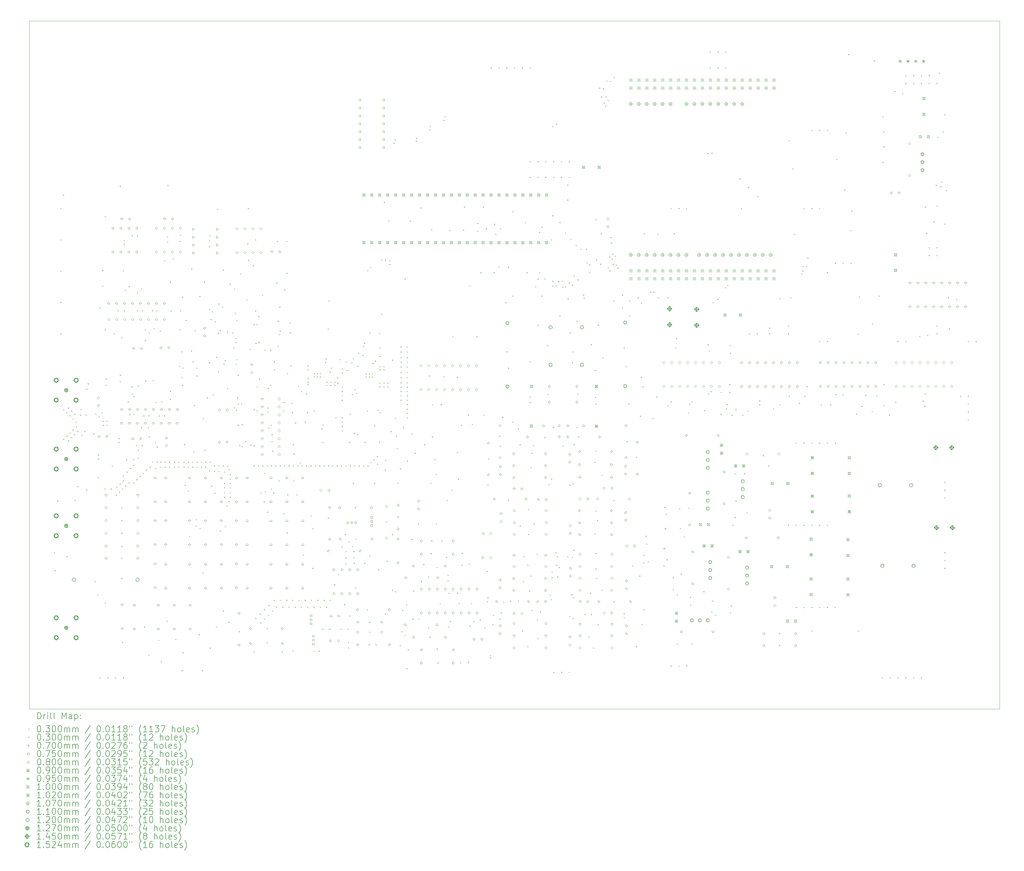
<source format=gbr>
%TF.GenerationSoftware,KiCad,Pcbnew,8.0.5*%
%TF.CreationDate,2024-12-06T02:00:07+01:00*%
%TF.ProjectId,ImpedanceAnalyzer,496d7065-6461-46e6-9365-416e616c797a,rev?*%
%TF.SameCoordinates,Original*%
%TF.FileFunction,Drillmap*%
%TF.FilePolarity,Positive*%
%FSLAX45Y45*%
G04 Gerber Fmt 4.5, Leading zero omitted, Abs format (unit mm)*
G04 Created by KiCad (PCBNEW 8.0.5) date 2024-12-06 02:00:07*
%MOMM*%
%LPD*%
G01*
G04 APERTURE LIST*
%ADD10C,0.050000*%
%ADD11C,0.200000*%
%ADD12C,0.100000*%
%ADD13C,0.102000*%
%ADD14C,0.107000*%
%ADD15C,0.110000*%
%ADD16C,0.120000*%
%ADD17C,0.127000*%
%ADD18C,0.145000*%
%ADD19C,0.152400*%
G04 APERTURE END LIST*
D10*
X2000000Y-4000000D02*
X33000000Y-4000000D01*
X33000000Y-26000000D01*
X2000000Y-26000000D01*
X2000000Y-4000000D01*
D11*
D12*
X2785000Y-20985000D02*
X2815000Y-21015000D01*
X2815000Y-20985000D02*
X2785000Y-21015000D01*
X2806504Y-21560614D02*
X2836504Y-21590614D01*
X2836504Y-21560614D02*
X2806504Y-21590614D01*
X2885000Y-19335000D02*
X2915000Y-19365000D01*
X2915000Y-19335000D02*
X2885000Y-19365000D01*
X2985000Y-9985000D02*
X3015000Y-10015000D01*
X3015000Y-9985000D02*
X2985000Y-10015000D01*
X2985000Y-10985000D02*
X3015000Y-11015000D01*
X3015000Y-10985000D02*
X2985000Y-11015000D01*
X2985000Y-11985000D02*
X3015000Y-12015000D01*
X3015000Y-11985000D02*
X2985000Y-12015000D01*
X2985000Y-12985000D02*
X3015000Y-13015000D01*
X3015000Y-12985000D02*
X2985000Y-13015000D01*
X2985000Y-13985000D02*
X3015000Y-14015000D01*
X3015000Y-13985000D02*
X2985000Y-14015000D01*
X3065000Y-9545000D02*
X3095000Y-9575000D01*
X3095000Y-9545000D02*
X3065000Y-9575000D01*
X3077000Y-16410000D02*
X3107000Y-16440000D01*
X3107000Y-16410000D02*
X3077000Y-16440000D01*
X3077000Y-17360000D02*
X3107000Y-17390000D01*
X3107000Y-17360000D02*
X3077000Y-17390000D01*
X3177000Y-16510000D02*
X3207000Y-16540000D01*
X3207000Y-16510000D02*
X3177000Y-16540000D01*
X3177000Y-17260000D02*
X3207000Y-17290000D01*
X3207000Y-17260000D02*
X3177000Y-17290000D01*
X3185000Y-21110000D02*
X3215000Y-21140000D01*
X3215000Y-21110000D02*
X3185000Y-21140000D01*
X3227000Y-16360000D02*
X3257000Y-16390000D01*
X3257000Y-16360000D02*
X3227000Y-16390000D01*
X3227000Y-17410000D02*
X3257000Y-17440000D01*
X3257000Y-17410000D02*
X3227000Y-17440000D01*
X3277000Y-16610000D02*
X3307000Y-16640000D01*
X3307000Y-16610000D02*
X3277000Y-16640000D01*
X3277000Y-17160000D02*
X3307000Y-17190000D01*
X3307000Y-17160000D02*
X3277000Y-17190000D01*
X3327000Y-16460000D02*
X3357000Y-16490000D01*
X3357000Y-16460000D02*
X3327000Y-16490000D01*
X3327000Y-17310000D02*
X3357000Y-17340000D01*
X3357000Y-17310000D02*
X3327000Y-17340000D01*
X3377000Y-16710000D02*
X3407000Y-16740000D01*
X3407000Y-16710000D02*
X3377000Y-16740000D01*
X3377000Y-17060000D02*
X3407000Y-17090000D01*
X3407000Y-17060000D02*
X3377000Y-17090000D01*
X3427000Y-16560000D02*
X3457000Y-16590000D01*
X3457000Y-16560000D02*
X3427000Y-16590000D01*
X3427000Y-17210000D02*
X3457000Y-17240000D01*
X3457000Y-17210000D02*
X3427000Y-17240000D01*
X3435000Y-19310000D02*
X3465000Y-19340000D01*
X3465000Y-19310000D02*
X3435000Y-19340000D01*
X3477000Y-16810000D02*
X3507000Y-16840000D01*
X3507000Y-16810000D02*
X3477000Y-16840000D01*
X3477000Y-16960000D02*
X3507000Y-16990000D01*
X3507000Y-16960000D02*
X3477000Y-16990000D01*
X3525000Y-18875000D02*
X3555000Y-18905000D01*
X3555000Y-18875000D02*
X3525000Y-18905000D01*
X3527000Y-17110000D02*
X3557000Y-17140000D01*
X3557000Y-17110000D02*
X3527000Y-17140000D01*
X3618000Y-16591000D02*
X3648000Y-16621000D01*
X3648000Y-16591000D02*
X3618000Y-16621000D01*
X3635000Y-16410000D02*
X3665000Y-16440000D01*
X3665000Y-16410000D02*
X3635000Y-16440000D01*
X3658000Y-17231000D02*
X3688000Y-17261000D01*
X3688000Y-17231000D02*
X3658000Y-17261000D01*
X3758000Y-17111000D02*
X3788000Y-17141000D01*
X3788000Y-17111000D02*
X3758000Y-17141000D01*
X3785000Y-16585000D02*
X3815000Y-16615000D01*
X3815000Y-16585000D02*
X3785000Y-16615000D01*
X3810000Y-15760000D02*
X3840000Y-15790000D01*
X3840000Y-15760000D02*
X3810000Y-15790000D01*
X3810000Y-18985000D02*
X3840000Y-19015000D01*
X3840000Y-18985000D02*
X3810000Y-19015000D01*
X3860000Y-15585000D02*
X3890000Y-15615000D01*
X3890000Y-15585000D02*
X3860000Y-15615000D01*
X4035000Y-17185000D02*
X4065000Y-17215000D01*
X4065000Y-17185000D02*
X4035000Y-17215000D01*
X4085000Y-21910000D02*
X4115000Y-21940000D01*
X4115000Y-21910000D02*
X4085000Y-21940000D01*
X4110000Y-16560000D02*
X4140000Y-16590000D01*
X4140000Y-16560000D02*
X4110000Y-16590000D01*
X4160000Y-22335000D02*
X4190000Y-22365000D01*
X4190000Y-22335000D02*
X4160000Y-22365000D01*
X4185000Y-17860000D02*
X4215000Y-17890000D01*
X4215000Y-17860000D02*
X4185000Y-17890000D01*
X4185000Y-17985000D02*
X4215000Y-18015000D01*
X4215000Y-17985000D02*
X4185000Y-18015000D01*
X4185000Y-18585000D02*
X4215000Y-18615000D01*
X4215000Y-18585000D02*
X4185000Y-18615000D01*
X4210000Y-16635000D02*
X4240000Y-16665000D01*
X4240000Y-16635000D02*
X4210000Y-16665000D01*
X4235000Y-13160000D02*
X4265000Y-13190000D01*
X4265000Y-13160000D02*
X4235000Y-13190000D01*
X4235000Y-24985000D02*
X4265000Y-25015000D01*
X4265000Y-24985000D02*
X4235000Y-25015000D01*
X4310000Y-16510000D02*
X4340000Y-16540000D01*
X4340000Y-16510000D02*
X4310000Y-16540000D01*
X4325000Y-11965000D02*
X4355000Y-11995000D01*
X4355000Y-11965000D02*
X4325000Y-11995000D01*
X4325000Y-12465000D02*
X4355000Y-12495000D01*
X4355000Y-12465000D02*
X4325000Y-12495000D01*
X4335000Y-16785000D02*
X4365000Y-16815000D01*
X4365000Y-16785000D02*
X4335000Y-16815000D01*
X4335000Y-16910000D02*
X4365000Y-16940000D01*
X4365000Y-16910000D02*
X4335000Y-16940000D01*
X4396000Y-18949000D02*
X4426000Y-18979000D01*
X4426000Y-18949000D02*
X4396000Y-18979000D01*
X4405000Y-10245000D02*
X4435000Y-10275000D01*
X4435000Y-10245000D02*
X4405000Y-10275000D01*
X4410000Y-13860000D02*
X4440000Y-13890000D01*
X4440000Y-13860000D02*
X4410000Y-13890000D01*
X4410000Y-22585000D02*
X4440000Y-22615000D01*
X4440000Y-22585000D02*
X4410000Y-22615000D01*
X4435000Y-15435000D02*
X4465000Y-15465000D01*
X4465000Y-15435000D02*
X4435000Y-15465000D01*
X4435000Y-15635000D02*
X4465000Y-15665000D01*
X4465000Y-15635000D02*
X4435000Y-15665000D01*
X4460000Y-16785000D02*
X4490000Y-16815000D01*
X4490000Y-16785000D02*
X4460000Y-16815000D01*
X4460000Y-16910000D02*
X4490000Y-16940000D01*
X4490000Y-16910000D02*
X4460000Y-16940000D01*
X4485000Y-24985000D02*
X4515000Y-25015000D01*
X4515000Y-24985000D02*
X4485000Y-25015000D01*
X4596000Y-18949000D02*
X4626000Y-18979000D01*
X4626000Y-18949000D02*
X4596000Y-18979000D01*
X4635000Y-18210000D02*
X4665000Y-18240000D01*
X4665000Y-18210000D02*
X4635000Y-18240000D01*
X4685000Y-13985000D02*
X4715000Y-14015000D01*
X4715000Y-13985000D02*
X4685000Y-14015000D01*
X4735000Y-24985000D02*
X4765000Y-25015000D01*
X4765000Y-24985000D02*
X4735000Y-25015000D01*
X4757000Y-19150000D02*
X4787000Y-19180000D01*
X4787000Y-19150000D02*
X4757000Y-19180000D01*
X4777000Y-18890000D02*
X4807000Y-18920000D01*
X4807000Y-18890000D02*
X4777000Y-18920000D01*
X4817000Y-13250000D02*
X4847000Y-13280000D01*
X4847000Y-13250000D02*
X4817000Y-13280000D01*
X4835000Y-17335000D02*
X4865000Y-17365000D01*
X4865000Y-17335000D02*
X4835000Y-17365000D01*
X4835000Y-17460000D02*
X4865000Y-17490000D01*
X4865000Y-17460000D02*
X4835000Y-17490000D01*
X4857000Y-19050000D02*
X4887000Y-19080000D01*
X4887000Y-19050000D02*
X4857000Y-19080000D01*
X4877000Y-18790000D02*
X4907000Y-18820000D01*
X4907000Y-18790000D02*
X4877000Y-18820000D01*
X4885000Y-9265000D02*
X4915000Y-9295000D01*
X4915000Y-9265000D02*
X4885000Y-9295000D01*
X4885000Y-15310000D02*
X4915000Y-15340000D01*
X4915000Y-15310000D02*
X4885000Y-15340000D01*
X4885000Y-15510000D02*
X4915000Y-15540000D01*
X4915000Y-15510000D02*
X4885000Y-15540000D01*
X4935000Y-14110000D02*
X4965000Y-14140000D01*
X4965000Y-14110000D02*
X4935000Y-14140000D01*
X4935000Y-19560000D02*
X4965000Y-19590000D01*
X4965000Y-19560000D02*
X4935000Y-19590000D01*
X4935000Y-19960000D02*
X4965000Y-19990000D01*
X4965000Y-19960000D02*
X4935000Y-19990000D01*
X4935000Y-20360000D02*
X4965000Y-20390000D01*
X4965000Y-20360000D02*
X4935000Y-20390000D01*
X4935000Y-20785000D02*
X4965000Y-20815000D01*
X4965000Y-20785000D02*
X4935000Y-20815000D01*
X4935000Y-21160000D02*
X4965000Y-21190000D01*
X4965000Y-21160000D02*
X4935000Y-21190000D01*
X4935000Y-21810000D02*
X4965000Y-21840000D01*
X4965000Y-21810000D02*
X4935000Y-21840000D01*
X4957000Y-18950000D02*
X4987000Y-18980000D01*
X4987000Y-18950000D02*
X4957000Y-18980000D01*
X4960000Y-23860000D02*
X4990000Y-23890000D01*
X4990000Y-23860000D02*
X4960000Y-23890000D01*
X4978000Y-18531000D02*
X5008000Y-18561000D01*
X5008000Y-18531000D02*
X4978000Y-18561000D01*
X4978000Y-18691000D02*
X5008000Y-18721000D01*
X5008000Y-18691000D02*
X4978000Y-18721000D01*
X4985000Y-11975000D02*
X5015000Y-12005000D01*
X5015000Y-11975000D02*
X4985000Y-12005000D01*
X4985000Y-24985000D02*
X5015000Y-25015000D01*
X5015000Y-24985000D02*
X4985000Y-25015000D01*
X5010000Y-11010000D02*
X5040000Y-11040000D01*
X5040000Y-11010000D02*
X5010000Y-11040000D01*
X5010000Y-11135000D02*
X5040000Y-11165000D01*
X5040000Y-11135000D02*
X5010000Y-11165000D01*
X5017000Y-13250000D02*
X5047000Y-13280000D01*
X5047000Y-13250000D02*
X5017000Y-13280000D01*
X5045000Y-12595000D02*
X5075000Y-12625000D01*
X5075000Y-12595000D02*
X5045000Y-12625000D01*
X5057000Y-18850000D02*
X5087000Y-18880000D01*
X5087000Y-18850000D02*
X5057000Y-18880000D01*
X5085000Y-18010000D02*
X5115000Y-18040000D01*
X5115000Y-18010000D02*
X5085000Y-18040000D01*
X5098000Y-18411000D02*
X5128000Y-18441000D01*
X5128000Y-18411000D02*
X5098000Y-18441000D01*
X5135000Y-16160000D02*
X5165000Y-16190000D01*
X5165000Y-16160000D02*
X5135000Y-16190000D01*
X5158000Y-18751000D02*
X5188000Y-18781000D01*
X5188000Y-18751000D02*
X5158000Y-18781000D01*
X5165000Y-12485000D02*
X5195000Y-12515000D01*
X5195000Y-12485000D02*
X5165000Y-12515000D01*
X5197000Y-16570000D02*
X5227000Y-16600000D01*
X5227000Y-16570000D02*
X5197000Y-16600000D01*
X5218000Y-18291000D02*
X5248000Y-18321000D01*
X5248000Y-18291000D02*
X5218000Y-18321000D01*
X5260000Y-15685000D02*
X5290000Y-15715000D01*
X5290000Y-15685000D02*
X5260000Y-15715000D01*
X5265000Y-10855000D02*
X5295000Y-10885000D01*
X5295000Y-10855000D02*
X5265000Y-10885000D01*
X5277000Y-15910000D02*
X5307000Y-15940000D01*
X5307000Y-15910000D02*
X5277000Y-15940000D01*
X5310000Y-18010000D02*
X5340000Y-18040000D01*
X5340000Y-18010000D02*
X5310000Y-18040000D01*
X5317000Y-15990000D02*
X5347000Y-16020000D01*
X5347000Y-15990000D02*
X5317000Y-16020000D01*
X5317000Y-16570000D02*
X5347000Y-16600000D01*
X5347000Y-16570000D02*
X5317000Y-16600000D01*
X5318000Y-18191000D02*
X5348000Y-18221000D01*
X5348000Y-18191000D02*
X5318000Y-18221000D01*
X5318000Y-18751000D02*
X5348000Y-18781000D01*
X5348000Y-18751000D02*
X5318000Y-18781000D01*
X5410000Y-17560000D02*
X5440000Y-17590000D01*
X5440000Y-17560000D02*
X5410000Y-17590000D01*
X5418000Y-18651000D02*
X5448000Y-18681000D01*
X5448000Y-18651000D02*
X5418000Y-18681000D01*
X5435000Y-10855000D02*
X5465000Y-10885000D01*
X5465000Y-10855000D02*
X5435000Y-10885000D01*
X5435000Y-12675000D02*
X5465000Y-12705000D01*
X5465000Y-12675000D02*
X5435000Y-12705000D01*
X5437000Y-13250000D02*
X5467000Y-13280000D01*
X5467000Y-13250000D02*
X5437000Y-13280000D01*
X5460000Y-17710000D02*
X5490000Y-17740000D01*
X5490000Y-17710000D02*
X5460000Y-17740000D01*
X5460000Y-17960000D02*
X5490000Y-17990000D01*
X5490000Y-17960000D02*
X5460000Y-17990000D01*
X5464868Y-15658503D02*
X5494868Y-15688503D01*
X5494868Y-15658503D02*
X5464868Y-15688503D01*
X5518000Y-18551000D02*
X5548000Y-18581000D01*
X5548000Y-18551000D02*
X5518000Y-18581000D01*
X5560000Y-12560000D02*
X5590000Y-12590000D01*
X5590000Y-12560000D02*
X5560000Y-12590000D01*
X5560000Y-16985000D02*
X5590000Y-17015000D01*
X5590000Y-16985000D02*
X5560000Y-17015000D01*
X5585000Y-17560000D02*
X5615000Y-17590000D01*
X5615000Y-17560000D02*
X5585000Y-17590000D01*
X5597000Y-13250000D02*
X5627000Y-13280000D01*
X5627000Y-13250000D02*
X5597000Y-13280000D01*
X5618000Y-18451000D02*
X5648000Y-18481000D01*
X5648000Y-18451000D02*
X5618000Y-18481000D01*
X5637000Y-16610000D02*
X5667000Y-16640000D01*
X5667000Y-16610000D02*
X5637000Y-16640000D01*
X5660000Y-23360000D02*
X5690000Y-23390000D01*
X5690000Y-23360000D02*
X5660000Y-23390000D01*
X5685000Y-13860000D02*
X5715000Y-13890000D01*
X5715000Y-13860000D02*
X5685000Y-13890000D01*
X5685000Y-14210000D02*
X5715000Y-14240000D01*
X5715000Y-14210000D02*
X5685000Y-14240000D01*
X5696960Y-15499857D02*
X5726960Y-15529857D01*
X5726960Y-15499857D02*
X5696960Y-15529857D01*
X5718000Y-18351000D02*
X5748000Y-18381000D01*
X5748000Y-18351000D02*
X5718000Y-18381000D01*
X5785000Y-16985000D02*
X5815000Y-17015000D01*
X5815000Y-16985000D02*
X5785000Y-17015000D01*
X5797000Y-16610000D02*
X5827000Y-16640000D01*
X5827000Y-16610000D02*
X5797000Y-16640000D01*
X5797722Y-24262139D02*
X5827722Y-24292139D01*
X5827722Y-24262139D02*
X5797722Y-24292139D01*
X5810000Y-13960000D02*
X5840000Y-13990000D01*
X5840000Y-13960000D02*
X5810000Y-13990000D01*
X5810000Y-17285000D02*
X5840000Y-17315000D01*
X5840000Y-17285000D02*
X5810000Y-17315000D01*
X5837000Y-18250000D02*
X5867000Y-18280000D01*
X5867000Y-18250000D02*
X5837000Y-18280000D01*
X5917000Y-13250000D02*
X5947000Y-13280000D01*
X5947000Y-13250000D02*
X5917000Y-13280000D01*
X5918000Y-18091000D02*
X5948000Y-18121000D01*
X5948000Y-18091000D02*
X5918000Y-18121000D01*
X5935000Y-15485000D02*
X5965000Y-15515000D01*
X5965000Y-15485000D02*
X5935000Y-15515000D01*
X5971960Y-13825753D02*
X6001960Y-13855753D01*
X6001960Y-13825753D02*
X5971960Y-13855753D01*
X6010000Y-17460000D02*
X6040000Y-17490000D01*
X6040000Y-17460000D02*
X6010000Y-17490000D01*
X6018000Y-18291000D02*
X6048000Y-18321000D01*
X6048000Y-18291000D02*
X6018000Y-18321000D01*
X6035000Y-16185000D02*
X6065000Y-16215000D01*
X6065000Y-16185000D02*
X6035000Y-16215000D01*
X6057000Y-13250000D02*
X6087000Y-13280000D01*
X6087000Y-13250000D02*
X6057000Y-13280000D01*
X6060000Y-17610000D02*
X6090000Y-17640000D01*
X6090000Y-17610000D02*
X6060000Y-17640000D01*
X6060000Y-18085000D02*
X6090000Y-18115000D01*
X6090000Y-18085000D02*
X6060000Y-18115000D01*
X6110000Y-23785000D02*
X6140000Y-23815000D01*
X6140000Y-23785000D02*
X6110000Y-23815000D01*
X6137000Y-16610000D02*
X6167000Y-16640000D01*
X6167000Y-16610000D02*
X6137000Y-16640000D01*
X6160000Y-13910000D02*
X6190000Y-13940000D01*
X6190000Y-13910000D02*
X6160000Y-13940000D01*
X6178000Y-18091000D02*
X6208000Y-18121000D01*
X6208000Y-18091000D02*
X6178000Y-18121000D01*
X6178000Y-18251000D02*
X6208000Y-18281000D01*
X6208000Y-18251000D02*
X6178000Y-18281000D01*
X6198000Y-24471000D02*
X6228000Y-24501000D01*
X6228000Y-24471000D02*
X6198000Y-24501000D01*
X6210000Y-16160000D02*
X6240000Y-16190000D01*
X6240000Y-16160000D02*
X6210000Y-16190000D01*
X6297000Y-16610000D02*
X6327000Y-16640000D01*
X6327000Y-16610000D02*
X6297000Y-16640000D01*
X6305000Y-11655000D02*
X6335000Y-11685000D01*
X6335000Y-11655000D02*
X6305000Y-11685000D01*
X6317000Y-18090000D02*
X6347000Y-18120000D01*
X6347000Y-18090000D02*
X6317000Y-18120000D01*
X6318000Y-18251000D02*
X6348000Y-18281000D01*
X6348000Y-18251000D02*
X6318000Y-18281000D01*
X6378000Y-23171000D02*
X6408000Y-23201000D01*
X6408000Y-23171000D02*
X6378000Y-23201000D01*
X6398000Y-10891000D02*
X6428000Y-10921000D01*
X6428000Y-10891000D02*
X6398000Y-10921000D01*
X6398000Y-11051000D02*
X6428000Y-11081000D01*
X6428000Y-11051000D02*
X6398000Y-11081000D01*
X6405000Y-9245000D02*
X6435000Y-9275000D01*
X6435000Y-9245000D02*
X6405000Y-9275000D01*
X6458000Y-18091000D02*
X6488000Y-18121000D01*
X6488000Y-18091000D02*
X6458000Y-18121000D01*
X6458000Y-18251000D02*
X6488000Y-18281000D01*
X6488000Y-18251000D02*
X6458000Y-18281000D01*
X6485000Y-12335000D02*
X6515000Y-12365000D01*
X6515000Y-12335000D02*
X6485000Y-12365000D01*
X6485000Y-16085000D02*
X6515000Y-16115000D01*
X6515000Y-16085000D02*
X6485000Y-16115000D01*
X6487251Y-15825962D02*
X6517251Y-15855962D01*
X6517251Y-15825962D02*
X6487251Y-15855962D01*
X6510000Y-13260000D02*
X6540000Y-13290000D01*
X6540000Y-13260000D02*
X6510000Y-13290000D01*
X6575000Y-11595000D02*
X6605000Y-11625000D01*
X6605000Y-11595000D02*
X6575000Y-11625000D01*
X6618000Y-18091000D02*
X6648000Y-18121000D01*
X6648000Y-18091000D02*
X6618000Y-18121000D01*
X6618000Y-18251000D02*
X6648000Y-18281000D01*
X6648000Y-18251000D02*
X6618000Y-18281000D01*
X6660000Y-23760000D02*
X6690000Y-23790000D01*
X6690000Y-23760000D02*
X6660000Y-23790000D01*
X6758000Y-18091000D02*
X6788000Y-18121000D01*
X6788000Y-18091000D02*
X6758000Y-18121000D01*
X6758000Y-18251000D02*
X6788000Y-18281000D01*
X6788000Y-18251000D02*
X6758000Y-18281000D01*
X6785000Y-11035000D02*
X6815000Y-11065000D01*
X6815000Y-11035000D02*
X6785000Y-11065000D01*
X6785000Y-13860000D02*
X6815000Y-13890000D01*
X6815000Y-13860000D02*
X6785000Y-13890000D01*
X6785000Y-15035000D02*
X6815000Y-15065000D01*
X6815000Y-15035000D02*
X6785000Y-15065000D01*
X6810000Y-10835000D02*
X6840000Y-10865000D01*
X6840000Y-10835000D02*
X6810000Y-10865000D01*
X6810000Y-13260000D02*
X6840000Y-13290000D01*
X6840000Y-13260000D02*
X6810000Y-13290000D01*
X6860000Y-14560000D02*
X6890000Y-14590000D01*
X6890000Y-14560000D02*
X6860000Y-14590000D01*
X6860000Y-15385000D02*
X6890000Y-15415000D01*
X6890000Y-15385000D02*
X6860000Y-15415000D01*
X6860000Y-24760000D02*
X6890000Y-24790000D01*
X6890000Y-24760000D02*
X6860000Y-24790000D01*
X6875000Y-12815000D02*
X6905000Y-12845000D01*
X6905000Y-12815000D02*
X6875000Y-12845000D01*
X6875051Y-15632062D02*
X6905051Y-15662062D01*
X6905051Y-15632062D02*
X6875051Y-15662062D01*
X6885000Y-15085000D02*
X6915000Y-15115000D01*
X6915000Y-15085000D02*
X6885000Y-15115000D01*
X6885000Y-24185000D02*
X6915000Y-24215000D01*
X6915000Y-24185000D02*
X6885000Y-24215000D01*
X6918000Y-18091000D02*
X6948000Y-18121000D01*
X6948000Y-18091000D02*
X6918000Y-18121000D01*
X6918000Y-18251000D02*
X6948000Y-18281000D01*
X6948000Y-18251000D02*
X6918000Y-18281000D01*
X6935000Y-17529572D02*
X6965000Y-17559572D01*
X6965000Y-17529572D02*
X6935000Y-17559572D01*
X6960000Y-18835000D02*
X6990000Y-18865000D01*
X6990000Y-18835000D02*
X6960000Y-18865000D01*
X6985000Y-13560000D02*
X7015000Y-13590000D01*
X7015000Y-13560000D02*
X6985000Y-13590000D01*
X7058000Y-18091000D02*
X7088000Y-18121000D01*
X7088000Y-18091000D02*
X7058000Y-18121000D01*
X7058000Y-18251000D02*
X7088000Y-18281000D01*
X7088000Y-18251000D02*
X7058000Y-18281000D01*
X7060000Y-19010000D02*
X7090000Y-19040000D01*
X7090000Y-19010000D02*
X7060000Y-19040000D01*
X7098000Y-20471000D02*
X7128000Y-20501000D01*
X7128000Y-20471000D02*
X7098000Y-20501000D01*
X7160000Y-14535000D02*
X7190000Y-14565000D01*
X7190000Y-14535000D02*
X7160000Y-14565000D01*
X7165000Y-11915000D02*
X7195000Y-11945000D01*
X7195000Y-11915000D02*
X7165000Y-11945000D01*
X7198000Y-18091000D02*
X7228000Y-18121000D01*
X7228000Y-18091000D02*
X7198000Y-18121000D01*
X7198000Y-18251000D02*
X7228000Y-18281000D01*
X7228000Y-18251000D02*
X7198000Y-18281000D01*
X7210000Y-14885000D02*
X7240000Y-14915000D01*
X7240000Y-14885000D02*
X7210000Y-14915000D01*
X7235000Y-17760000D02*
X7265000Y-17790000D01*
X7265000Y-17760000D02*
X7235000Y-17790000D01*
X7260000Y-16285000D02*
X7290000Y-16315000D01*
X7290000Y-16285000D02*
X7260000Y-16315000D01*
X7285000Y-13885000D02*
X7315000Y-13915000D01*
X7315000Y-13885000D02*
X7285000Y-13915000D01*
X7310000Y-20135000D02*
X7340000Y-20165000D01*
X7340000Y-20135000D02*
X7310000Y-20165000D01*
X7318000Y-19931000D02*
X7348000Y-19961000D01*
X7348000Y-19931000D02*
X7318000Y-19961000D01*
X7335000Y-15085000D02*
X7365000Y-15115000D01*
X7365000Y-15085000D02*
X7335000Y-15115000D01*
X7335000Y-15335000D02*
X7365000Y-15365000D01*
X7365000Y-15335000D02*
X7335000Y-15365000D01*
X7338000Y-18091000D02*
X7368000Y-18121000D01*
X7368000Y-18091000D02*
X7338000Y-18121000D01*
X7338000Y-18251000D02*
X7368000Y-18281000D01*
X7368000Y-18251000D02*
X7338000Y-18281000D01*
X7410000Y-23610000D02*
X7440000Y-23640000D01*
X7440000Y-23610000D02*
X7410000Y-23640000D01*
X7425000Y-12795000D02*
X7455000Y-12825000D01*
X7455000Y-12795000D02*
X7425000Y-12825000D01*
X7435000Y-20210000D02*
X7465000Y-20240000D01*
X7465000Y-20210000D02*
X7435000Y-20240000D01*
X7478000Y-18091000D02*
X7508000Y-18121000D01*
X7508000Y-18091000D02*
X7478000Y-18121000D01*
X7478000Y-18251000D02*
X7508000Y-18281000D01*
X7508000Y-18251000D02*
X7478000Y-18281000D01*
X7510000Y-24760000D02*
X7540000Y-24790000D01*
X7540000Y-24760000D02*
X7510000Y-24790000D01*
X7538000Y-21631000D02*
X7568000Y-21661000D01*
X7568000Y-21631000D02*
X7538000Y-21661000D01*
X7541951Y-16698513D02*
X7571951Y-16728513D01*
X7571951Y-16698513D02*
X7541951Y-16728513D01*
X7575000Y-12335000D02*
X7605000Y-12365000D01*
X7605000Y-12335000D02*
X7575000Y-12365000D01*
X7598000Y-17711000D02*
X7628000Y-17741000D01*
X7628000Y-17711000D02*
X7598000Y-17741000D01*
X7618000Y-18091000D02*
X7648000Y-18121000D01*
X7648000Y-18091000D02*
X7618000Y-18121000D01*
X7618000Y-18251000D02*
X7648000Y-18281000D01*
X7648000Y-18251000D02*
X7618000Y-18281000D01*
X7660000Y-16035000D02*
X7690000Y-16065000D01*
X7690000Y-16035000D02*
X7660000Y-16065000D01*
X7735000Y-13210000D02*
X7765000Y-13240000D01*
X7765000Y-13210000D02*
X7735000Y-13240000D01*
X7735000Y-14910000D02*
X7765000Y-14940000D01*
X7765000Y-14910000D02*
X7735000Y-14940000D01*
X7738000Y-10851000D02*
X7768000Y-10881000D01*
X7768000Y-10851000D02*
X7738000Y-10881000D01*
X7738000Y-11011000D02*
X7768000Y-11041000D01*
X7768000Y-11011000D02*
X7738000Y-11041000D01*
X7738000Y-11191000D02*
X7768000Y-11221000D01*
X7768000Y-11191000D02*
X7738000Y-11221000D01*
X7738000Y-18371000D02*
X7768000Y-18401000D01*
X7768000Y-18371000D02*
X7738000Y-18401000D01*
X7758000Y-18091000D02*
X7788000Y-18121000D01*
X7788000Y-18091000D02*
X7758000Y-18121000D01*
X7760000Y-24035000D02*
X7790000Y-24065000D01*
X7790000Y-24035000D02*
X7760000Y-24065000D01*
X7785000Y-13535000D02*
X7815000Y-13565000D01*
X7815000Y-13535000D02*
X7785000Y-13565000D01*
X7810000Y-18860000D02*
X7840000Y-18890000D01*
X7840000Y-18860000D02*
X7810000Y-18890000D01*
X7835000Y-13285000D02*
X7865000Y-13315000D01*
X7865000Y-13285000D02*
X7835000Y-13315000D01*
X7860000Y-15935000D02*
X7890000Y-15965000D01*
X7890000Y-15935000D02*
X7860000Y-15965000D01*
X7897000Y-18210000D02*
X7927000Y-18240000D01*
X7927000Y-18210000D02*
X7897000Y-18240000D01*
X7898000Y-18391000D02*
X7928000Y-18421000D01*
X7928000Y-18391000D02*
X7898000Y-18421000D01*
X7910000Y-19085000D02*
X7940000Y-19115000D01*
X7940000Y-19085000D02*
X7910000Y-19115000D01*
X7917000Y-13610000D02*
X7947000Y-13640000D01*
X7947000Y-13610000D02*
X7917000Y-13640000D01*
X7960000Y-14735000D02*
X7990000Y-14765000D01*
X7990000Y-14735000D02*
X7960000Y-14765000D01*
X7960000Y-23360000D02*
X7990000Y-23390000D01*
X7990000Y-23360000D02*
X7960000Y-23390000D01*
X7985000Y-10005000D02*
X8015000Y-10035000D01*
X8015000Y-10005000D02*
X7985000Y-10035000D01*
X8017000Y-13970000D02*
X8047000Y-14000000D01*
X8047000Y-13970000D02*
X8017000Y-14000000D01*
X8025000Y-15195000D02*
X8055000Y-15225000D01*
X8055000Y-15195000D02*
X8025000Y-15225000D01*
X8035000Y-13035000D02*
X8065000Y-13065000D01*
X8065000Y-13035000D02*
X8035000Y-13065000D01*
X8037000Y-18210000D02*
X8067000Y-18240000D01*
X8067000Y-18210000D02*
X8037000Y-18240000D01*
X8038000Y-18391000D02*
X8068000Y-18421000D01*
X8068000Y-18391000D02*
X8038000Y-18421000D01*
X8077000Y-13890000D02*
X8107000Y-13920000D01*
X8107000Y-13890000D02*
X8077000Y-13920000D01*
X8078000Y-20291000D02*
X8108000Y-20321000D01*
X8108000Y-20291000D02*
X8078000Y-20321000D01*
X8160000Y-13135000D02*
X8190000Y-13165000D01*
X8190000Y-13135000D02*
X8160000Y-13165000D01*
X8175000Y-11955000D02*
X8205000Y-11985000D01*
X8205000Y-11955000D02*
X8175000Y-11985000D01*
X8177000Y-18210000D02*
X8207000Y-18240000D01*
X8207000Y-18210000D02*
X8177000Y-18240000D01*
X8178000Y-22851000D02*
X8208000Y-22881000D01*
X8208000Y-22851000D02*
X8178000Y-22881000D01*
X8197000Y-14950000D02*
X8227000Y-14980000D01*
X8227000Y-14950000D02*
X8197000Y-14980000D01*
X8218000Y-18411000D02*
X8248000Y-18441000D01*
X8248000Y-18411000D02*
X8218000Y-18441000D01*
X8218000Y-18771000D02*
X8248000Y-18801000D01*
X8248000Y-18771000D02*
X8218000Y-18801000D01*
X8218000Y-18911000D02*
X8248000Y-18941000D01*
X8248000Y-18911000D02*
X8218000Y-18941000D01*
X8218000Y-19071000D02*
X8248000Y-19101000D01*
X8248000Y-19071000D02*
X8218000Y-19101000D01*
X8218000Y-19211000D02*
X8248000Y-19241000D01*
X8248000Y-19211000D02*
X8218000Y-19241000D01*
X8237000Y-14850000D02*
X8267000Y-14880000D01*
X8267000Y-14850000D02*
X8237000Y-14880000D01*
X8238000Y-20151000D02*
X8268000Y-20181000D01*
X8268000Y-20151000D02*
X8238000Y-20181000D01*
X8298000Y-19491000D02*
X8328000Y-19521000D01*
X8328000Y-19491000D02*
X8298000Y-19521000D01*
X8310000Y-13935000D02*
X8340000Y-13965000D01*
X8340000Y-13935000D02*
X8310000Y-13965000D01*
X8310000Y-15735000D02*
X8340000Y-15765000D01*
X8340000Y-15735000D02*
X8310000Y-15765000D01*
X8317000Y-18210000D02*
X8347000Y-18240000D01*
X8347000Y-18210000D02*
X8317000Y-18240000D01*
X8358000Y-18331000D02*
X8388000Y-18361000D01*
X8388000Y-18331000D02*
X8358000Y-18361000D01*
X8358000Y-19351000D02*
X8388000Y-19381000D01*
X8388000Y-19351000D02*
X8358000Y-19381000D01*
X8360000Y-23210000D02*
X8390000Y-23240000D01*
X8390000Y-23210000D02*
X8360000Y-23240000D01*
X8395000Y-12405000D02*
X8425000Y-12435000D01*
X8425000Y-12405000D02*
X8395000Y-12435000D01*
X8398000Y-18491000D02*
X8428000Y-18521000D01*
X8428000Y-18491000D02*
X8398000Y-18521000D01*
X8398000Y-18631000D02*
X8428000Y-18661000D01*
X8428000Y-18631000D02*
X8398000Y-18661000D01*
X8398000Y-18771000D02*
X8428000Y-18801000D01*
X8428000Y-18771000D02*
X8398000Y-18801000D01*
X8398000Y-18911000D02*
X8428000Y-18941000D01*
X8428000Y-18911000D02*
X8398000Y-18941000D01*
X8398000Y-19071000D02*
X8428000Y-19101000D01*
X8428000Y-19071000D02*
X8398000Y-19101000D01*
X8398000Y-19211000D02*
X8428000Y-19241000D01*
X8428000Y-19211000D02*
X8398000Y-19241000D01*
X8485000Y-13960000D02*
X8515000Y-13990000D01*
X8515000Y-13960000D02*
X8485000Y-13990000D01*
X8510000Y-14435000D02*
X8540000Y-14465000D01*
X8540000Y-14435000D02*
X8510000Y-14465000D01*
X8535000Y-12555000D02*
X8565000Y-12585000D01*
X8565000Y-12555000D02*
X8535000Y-12585000D01*
X8536000Y-16349000D02*
X8566000Y-16379000D01*
X8566000Y-16349000D02*
X8536000Y-16379000D01*
X8560000Y-13335000D02*
X8590000Y-13365000D01*
X8590000Y-13335000D02*
X8560000Y-13365000D01*
X8577000Y-14130000D02*
X8607000Y-14160000D01*
X8607000Y-14130000D02*
X8577000Y-14160000D01*
X8577000Y-14270000D02*
X8607000Y-14300000D01*
X8607000Y-14270000D02*
X8577000Y-14300000D01*
X8585000Y-14960000D02*
X8615000Y-14990000D01*
X8615000Y-14960000D02*
X8585000Y-14990000D01*
X8597000Y-16428000D02*
X8627000Y-16458000D01*
X8627000Y-16428000D02*
X8597000Y-16458000D01*
X8610000Y-13560000D02*
X8640000Y-13590000D01*
X8640000Y-13560000D02*
X8610000Y-13590000D01*
X8610000Y-14810000D02*
X8640000Y-14840000D01*
X8640000Y-14810000D02*
X8610000Y-14840000D01*
X8635000Y-16035000D02*
X8665000Y-16065000D01*
X8665000Y-16035000D02*
X8635000Y-16065000D01*
X8657000Y-15310000D02*
X8687000Y-15340000D01*
X8687000Y-15310000D02*
X8657000Y-15340000D01*
X8657000Y-16230000D02*
X8687000Y-16260000D01*
X8687000Y-16230000D02*
X8657000Y-16260000D01*
X8657000Y-16910000D02*
X8687000Y-16940000D01*
X8687000Y-16910000D02*
X8657000Y-16940000D01*
X8685000Y-23510000D02*
X8715000Y-23540000D01*
X8715000Y-23510000D02*
X8685000Y-23540000D01*
X8697000Y-17550000D02*
X8727000Y-17580000D01*
X8727000Y-17550000D02*
X8697000Y-17580000D01*
X8733264Y-12074542D02*
X8763264Y-12104542D01*
X8763264Y-12074542D02*
X8733264Y-12104542D01*
X8757000Y-16230000D02*
X8787000Y-16260000D01*
X8787000Y-16230000D02*
X8757000Y-16260000D01*
X8777000Y-16890000D02*
X8807000Y-16920000D01*
X8807000Y-16890000D02*
X8777000Y-16920000D01*
X8777000Y-17590000D02*
X8807000Y-17620000D01*
X8807000Y-17590000D02*
X8777000Y-17620000D01*
X8885000Y-17435000D02*
X8915000Y-17465000D01*
X8915000Y-17435000D02*
X8885000Y-17465000D01*
X8930201Y-12906307D02*
X8960201Y-12936307D01*
X8960201Y-12906307D02*
X8930201Y-12936307D01*
X8960000Y-11110000D02*
X8990000Y-11140000D01*
X8990000Y-11110000D02*
X8960000Y-11140000D01*
X8975000Y-9985000D02*
X9005000Y-10015000D01*
X9005000Y-9985000D02*
X8975000Y-10015000D01*
X8985000Y-11635000D02*
X9015000Y-11665000D01*
X9015000Y-11635000D02*
X8985000Y-11665000D01*
X9035000Y-14485000D02*
X9065000Y-14515000D01*
X9065000Y-14485000D02*
X9035000Y-14515000D01*
X9057000Y-17550000D02*
X9087000Y-17580000D01*
X9087000Y-17550000D02*
X9057000Y-17580000D01*
X9135000Y-11810000D02*
X9165000Y-11840000D01*
X9165000Y-11810000D02*
X9135000Y-11840000D01*
X9157000Y-13690000D02*
X9187000Y-13720000D01*
X9187000Y-13690000D02*
X9157000Y-13720000D01*
X9157000Y-16410000D02*
X9187000Y-16440000D01*
X9187000Y-16410000D02*
X9157000Y-16440000D01*
X9157000Y-17570000D02*
X9187000Y-17600000D01*
X9187000Y-17570000D02*
X9157000Y-17600000D01*
X9157000Y-18210000D02*
X9187000Y-18240000D01*
X9187000Y-18210000D02*
X9157000Y-18240000D01*
X9160000Y-24160000D02*
X9190000Y-24190000D01*
X9190000Y-24160000D02*
X9160000Y-24190000D01*
X9210000Y-10985000D02*
X9240000Y-11015000D01*
X9240000Y-10985000D02*
X9210000Y-11015000D01*
X9210000Y-13260000D02*
X9240000Y-13290000D01*
X9240000Y-13260000D02*
X9210000Y-13290000D01*
X9216000Y-23089000D02*
X9246000Y-23119000D01*
X9246000Y-23089000D02*
X9216000Y-23119000D01*
X9217000Y-14290000D02*
X9247000Y-14320000D01*
X9247000Y-14290000D02*
X9217000Y-14320000D01*
X9257000Y-13690000D02*
X9287000Y-13720000D01*
X9287000Y-13690000D02*
X9257000Y-13720000D01*
X9257000Y-16450000D02*
X9287000Y-16480000D01*
X9287000Y-16450000D02*
X9257000Y-16480000D01*
X9260000Y-15685000D02*
X9290000Y-15715000D01*
X9290000Y-15685000D02*
X9260000Y-15715000D01*
X9297000Y-18210000D02*
X9327000Y-18240000D01*
X9327000Y-18210000D02*
X9297000Y-18240000D01*
X9310000Y-13435000D02*
X9340000Y-13465000D01*
X9340000Y-13435000D02*
X9310000Y-13465000D01*
X9317000Y-14270000D02*
X9347000Y-14300000D01*
X9347000Y-14270000D02*
X9317000Y-14300000D01*
X9335000Y-15435000D02*
X9365000Y-15465000D01*
X9365000Y-15435000D02*
X9335000Y-15465000D01*
X9356000Y-22949000D02*
X9386000Y-22979000D01*
X9386000Y-22949000D02*
X9356000Y-22979000D01*
X9376000Y-23229000D02*
X9406000Y-23259000D01*
X9406000Y-23229000D02*
X9376000Y-23259000D01*
X9378000Y-19071000D02*
X9408000Y-19101000D01*
X9408000Y-19071000D02*
X9378000Y-19101000D01*
X9435000Y-12760000D02*
X9465000Y-12790000D01*
X9465000Y-12760000D02*
X9435000Y-12790000D01*
X9437000Y-18210000D02*
X9467000Y-18240000D01*
X9467000Y-18210000D02*
X9437000Y-18240000D01*
X9485000Y-19360000D02*
X9515000Y-19390000D01*
X9515000Y-19360000D02*
X9485000Y-19390000D01*
X9496000Y-22809000D02*
X9526000Y-22839000D01*
X9526000Y-22809000D02*
X9496000Y-22839000D01*
X9496000Y-23109000D02*
X9526000Y-23139000D01*
X9526000Y-23109000D02*
X9496000Y-23139000D01*
X9505000Y-18445000D02*
X9535000Y-18475000D01*
X9535000Y-18445000D02*
X9505000Y-18475000D01*
X9510000Y-14510000D02*
X9540000Y-14540000D01*
X9540000Y-14510000D02*
X9510000Y-14540000D01*
X9518000Y-19031000D02*
X9548000Y-19061000D01*
X9548000Y-19031000D02*
X9518000Y-19061000D01*
X9577000Y-18210000D02*
X9607000Y-18240000D01*
X9607000Y-18210000D02*
X9577000Y-18240000D01*
X9585000Y-23410000D02*
X9615000Y-23440000D01*
X9615000Y-23410000D02*
X9585000Y-23440000D01*
X9585000Y-23860000D02*
X9615000Y-23890000D01*
X9615000Y-23860000D02*
X9585000Y-23890000D01*
X9592638Y-19686790D02*
X9622638Y-19716790D01*
X9622638Y-19686790D02*
X9592638Y-19716790D01*
X9610000Y-15735000D02*
X9640000Y-15765000D01*
X9640000Y-15735000D02*
X9610000Y-15765000D01*
X9610000Y-16360000D02*
X9640000Y-16390000D01*
X9640000Y-16360000D02*
X9610000Y-16390000D01*
X9610000Y-16485000D02*
X9640000Y-16515000D01*
X9640000Y-16485000D02*
X9610000Y-16515000D01*
X9616000Y-22989000D02*
X9646000Y-23019000D01*
X9646000Y-22989000D02*
X9616000Y-23019000D01*
X9635000Y-17010000D02*
X9665000Y-17040000D01*
X9665000Y-17010000D02*
X9635000Y-17040000D01*
X9636000Y-22669000D02*
X9666000Y-22699000D01*
X9666000Y-22669000D02*
X9636000Y-22699000D01*
X9685000Y-14510000D02*
X9715000Y-14540000D01*
X9715000Y-14510000D02*
X9685000Y-14540000D01*
X9685000Y-15635000D02*
X9715000Y-15665000D01*
X9715000Y-15635000D02*
X9685000Y-15665000D01*
X9710000Y-16910000D02*
X9740000Y-16940000D01*
X9740000Y-16910000D02*
X9710000Y-16940000D01*
X9717000Y-18210000D02*
X9747000Y-18240000D01*
X9747000Y-18210000D02*
X9717000Y-18240000D01*
X9718000Y-18951000D02*
X9748000Y-18981000D01*
X9748000Y-18951000D02*
X9718000Y-18981000D01*
X9735000Y-17210000D02*
X9765000Y-17240000D01*
X9765000Y-17210000D02*
X9735000Y-17240000D01*
X9735000Y-17435000D02*
X9765000Y-17465000D01*
X9765000Y-17435000D02*
X9735000Y-17465000D01*
X9756000Y-22849000D02*
X9786000Y-22879000D01*
X9786000Y-22849000D02*
X9756000Y-22879000D01*
X9760000Y-17735000D02*
X9790000Y-17765000D01*
X9790000Y-17735000D02*
X9760000Y-17765000D01*
X9785000Y-19085000D02*
X9815000Y-19115000D01*
X9815000Y-19085000D02*
X9785000Y-19115000D01*
X9796000Y-22509000D02*
X9826000Y-22539000D01*
X9826000Y-22509000D02*
X9796000Y-22539000D01*
X9810000Y-14885000D02*
X9840000Y-14915000D01*
X9840000Y-14885000D02*
X9810000Y-14915000D01*
X9810000Y-15135000D02*
X9840000Y-15165000D01*
X9840000Y-15135000D02*
X9810000Y-15165000D01*
X9857000Y-18210000D02*
X9887000Y-18240000D01*
X9887000Y-18210000D02*
X9857000Y-18240000D01*
X9876000Y-22729000D02*
X9906000Y-22759000D01*
X9906000Y-22729000D02*
X9876000Y-22759000D01*
X9885000Y-12360000D02*
X9915000Y-12390000D01*
X9915000Y-12360000D02*
X9885000Y-12390000D01*
X9910000Y-11035000D02*
X9940000Y-11065000D01*
X9940000Y-11035000D02*
X9910000Y-11065000D01*
X9935000Y-13585000D02*
X9965000Y-13615000D01*
X9965000Y-13585000D02*
X9935000Y-13615000D01*
X9935000Y-14385000D02*
X9965000Y-14415000D01*
X9965000Y-14385000D02*
X9935000Y-14415000D01*
X9960000Y-18685000D02*
X9990000Y-18715000D01*
X9990000Y-18685000D02*
X9960000Y-18715000D01*
X9977000Y-14010000D02*
X10007000Y-14040000D01*
X10007000Y-14010000D02*
X9977000Y-14040000D01*
X9985000Y-13135000D02*
X10015000Y-13165000D01*
X10015000Y-13135000D02*
X9985000Y-13165000D01*
X9996000Y-22509000D02*
X10026000Y-22539000D01*
X10026000Y-22509000D02*
X9996000Y-22539000D01*
X9997000Y-13910000D02*
X10027000Y-13940000D01*
X10027000Y-13910000D02*
X9997000Y-13940000D01*
X9997000Y-18210000D02*
X10027000Y-18240000D01*
X10027000Y-18210000D02*
X9997000Y-18240000D01*
X10060000Y-24160000D02*
X10090000Y-24190000D01*
X10090000Y-24160000D02*
X10060000Y-24190000D01*
X10076000Y-22729000D02*
X10106000Y-22759000D01*
X10106000Y-22729000D02*
X10076000Y-22759000D01*
X10110000Y-16185000D02*
X10140000Y-16215000D01*
X10140000Y-16185000D02*
X10110000Y-16215000D01*
X10110000Y-16460000D02*
X10140000Y-16490000D01*
X10140000Y-16460000D02*
X10110000Y-16490000D01*
X10110000Y-19735000D02*
X10140000Y-19765000D01*
X10140000Y-19735000D02*
X10110000Y-19765000D01*
X10135000Y-12585000D02*
X10165000Y-12615000D01*
X10165000Y-12585000D02*
X10135000Y-12615000D01*
X10137000Y-18210000D02*
X10167000Y-18240000D01*
X10167000Y-18210000D02*
X10137000Y-18240000D01*
X10196000Y-22509000D02*
X10226000Y-22539000D01*
X10226000Y-22509000D02*
X10196000Y-22539000D01*
X10209888Y-12054740D02*
X10239888Y-12084740D01*
X10239888Y-12054740D02*
X10209888Y-12084740D01*
X10210000Y-11035000D02*
X10240000Y-11065000D01*
X10240000Y-11035000D02*
X10210000Y-11065000D01*
X10218000Y-20351000D02*
X10248000Y-20381000D01*
X10248000Y-20351000D02*
X10218000Y-20381000D01*
X10235000Y-15260000D02*
X10265000Y-15290000D01*
X10265000Y-15260000D02*
X10235000Y-15290000D01*
X10235000Y-19135000D02*
X10265000Y-19165000D01*
X10265000Y-19135000D02*
X10235000Y-19165000D01*
X10276000Y-22729000D02*
X10306000Y-22759000D01*
X10306000Y-22729000D02*
X10276000Y-22759000D01*
X10277000Y-18210000D02*
X10307000Y-18240000D01*
X10307000Y-18210000D02*
X10277000Y-18240000D01*
X10310000Y-13635000D02*
X10340000Y-13665000D01*
X10340000Y-13635000D02*
X10310000Y-13665000D01*
X10315000Y-13955000D02*
X10345000Y-13985000D01*
X10345000Y-13955000D02*
X10315000Y-13985000D01*
X10335000Y-15010000D02*
X10365000Y-15040000D01*
X10365000Y-15010000D02*
X10335000Y-15040000D01*
X10360000Y-16210000D02*
X10390000Y-16240000D01*
X10390000Y-16210000D02*
X10360000Y-16240000D01*
X10385000Y-16510000D02*
X10415000Y-16540000D01*
X10415000Y-16510000D02*
X10385000Y-16540000D01*
X10396000Y-22509000D02*
X10426000Y-22539000D01*
X10426000Y-22509000D02*
X10396000Y-22539000D01*
X10409455Y-24128956D02*
X10439455Y-24158956D01*
X10439455Y-24128956D02*
X10409455Y-24158956D01*
X10410000Y-17535000D02*
X10440000Y-17565000D01*
X10440000Y-17535000D02*
X10410000Y-17565000D01*
X10417000Y-18210000D02*
X10447000Y-18240000D01*
X10447000Y-18210000D02*
X10417000Y-18240000D01*
X10434341Y-18695255D02*
X10464341Y-18725255D01*
X10464341Y-18695255D02*
X10434341Y-18725255D01*
X10435000Y-17835000D02*
X10465000Y-17865000D01*
X10465000Y-17835000D02*
X10435000Y-17865000D01*
X10476000Y-22729000D02*
X10506000Y-22759000D01*
X10506000Y-22729000D02*
X10476000Y-22759000D01*
X10485000Y-16835000D02*
X10515000Y-16865000D01*
X10515000Y-16835000D02*
X10485000Y-16865000D01*
X10535000Y-19135000D02*
X10565000Y-19165000D01*
X10565000Y-19135000D02*
X10535000Y-19165000D01*
X10556000Y-18209000D02*
X10586000Y-18239000D01*
X10586000Y-18209000D02*
X10556000Y-18239000D01*
X10585000Y-15665000D02*
X10615000Y-15695000D01*
X10615000Y-15665000D02*
X10585000Y-15695000D01*
X10596000Y-22509000D02*
X10626000Y-22539000D01*
X10626000Y-22509000D02*
X10596000Y-22539000D01*
X10638000Y-18111000D02*
X10668000Y-18141000D01*
X10668000Y-18111000D02*
X10638000Y-18141000D01*
X10676000Y-22729000D02*
X10706000Y-22759000D01*
X10706000Y-22729000D02*
X10676000Y-22759000D01*
X10678000Y-15831000D02*
X10708000Y-15861000D01*
X10708000Y-15831000D02*
X10678000Y-15861000D01*
X10696000Y-18209000D02*
X10726000Y-18239000D01*
X10726000Y-18209000D02*
X10696000Y-18239000D01*
X10735000Y-21060000D02*
X10765000Y-21090000D01*
X10765000Y-21060000D02*
X10735000Y-21090000D01*
X10796000Y-22509000D02*
X10826000Y-22539000D01*
X10826000Y-22509000D02*
X10796000Y-22539000D01*
X10798000Y-16811000D02*
X10828000Y-16841000D01*
X10828000Y-16811000D02*
X10798000Y-16841000D01*
X10836000Y-18209000D02*
X10866000Y-18239000D01*
X10866000Y-18209000D02*
X10836000Y-18239000D01*
X10838000Y-15911000D02*
X10868000Y-15941000D01*
X10868000Y-15911000D02*
X10838000Y-15941000D01*
X10860000Y-16510000D02*
X10890000Y-16540000D01*
X10890000Y-16510000D02*
X10860000Y-16540000D01*
X10876000Y-22729000D02*
X10906000Y-22759000D01*
X10906000Y-22729000D02*
X10876000Y-22759000D01*
X10885000Y-15010000D02*
X10915000Y-15040000D01*
X10915000Y-15010000D02*
X10885000Y-15040000D01*
X10885000Y-15135000D02*
X10915000Y-15165000D01*
X10915000Y-15135000D02*
X10885000Y-15165000D01*
X10885000Y-15410000D02*
X10915000Y-15440000D01*
X10915000Y-15410000D02*
X10885000Y-15440000D01*
X10885000Y-15535000D02*
X10915000Y-15565000D01*
X10915000Y-15535000D02*
X10885000Y-15565000D01*
X10885000Y-15610000D02*
X10915000Y-15640000D01*
X10915000Y-15610000D02*
X10885000Y-15640000D01*
X10979000Y-18212000D02*
X11009000Y-18242000D01*
X11009000Y-18212000D02*
X10979000Y-18242000D01*
X10985000Y-19810000D02*
X11015000Y-19840000D01*
X11015000Y-19810000D02*
X10985000Y-19840000D01*
X10996000Y-22509000D02*
X11026000Y-22539000D01*
X11026000Y-22509000D02*
X10996000Y-22539000D01*
X11035000Y-21485000D02*
X11065000Y-21515000D01*
X11065000Y-21485000D02*
X11035000Y-21515000D01*
X11042483Y-20220016D02*
X11072483Y-20250016D01*
X11072483Y-20220016D02*
X11042483Y-20250016D01*
X11070479Y-24134832D02*
X11100479Y-24164832D01*
X11100479Y-24134832D02*
X11070479Y-24164832D01*
X11076000Y-22729000D02*
X11106000Y-22759000D01*
X11106000Y-22729000D02*
X11076000Y-22759000D01*
X11085000Y-16460000D02*
X11115000Y-16490000D01*
X11115000Y-16460000D02*
X11085000Y-16490000D01*
X11119000Y-18212000D02*
X11149000Y-18242000D01*
X11149000Y-18212000D02*
X11119000Y-18242000D01*
X11196000Y-22509000D02*
X11226000Y-22539000D01*
X11226000Y-22509000D02*
X11196000Y-22539000D01*
X11235000Y-24135000D02*
X11265000Y-24165000D01*
X11265000Y-24135000D02*
X11235000Y-24165000D01*
X11259000Y-18212000D02*
X11289000Y-18242000D01*
X11289000Y-18212000D02*
X11259000Y-18242000D01*
X11276000Y-22729000D02*
X11306000Y-22759000D01*
X11306000Y-22729000D02*
X11276000Y-22759000D01*
X11325500Y-17027500D02*
X11355500Y-17057500D01*
X11355500Y-17027500D02*
X11325500Y-17057500D01*
X11356000Y-23429000D02*
X11386000Y-23459000D01*
X11386000Y-23429000D02*
X11356000Y-23459000D01*
X11360000Y-17460000D02*
X11390000Y-17490000D01*
X11390000Y-17460000D02*
X11360000Y-17490000D01*
X11365500Y-16907500D02*
X11395500Y-16937500D01*
X11395500Y-16907500D02*
X11365500Y-16937500D01*
X11396000Y-22509000D02*
X11426000Y-22539000D01*
X11426000Y-22509000D02*
X11396000Y-22539000D01*
X11399000Y-18212000D02*
X11429000Y-18242000D01*
X11429000Y-18212000D02*
X11399000Y-18242000D01*
X11435000Y-14910000D02*
X11465000Y-14940000D01*
X11465000Y-14910000D02*
X11435000Y-14940000D01*
X11460000Y-14791000D02*
X11490000Y-14821000D01*
X11490000Y-14791000D02*
X11460000Y-14821000D01*
X11476000Y-22729000D02*
X11506000Y-22759000D01*
X11506000Y-22729000D02*
X11476000Y-22759000D01*
X11485000Y-15535000D02*
X11515000Y-15565000D01*
X11515000Y-15535000D02*
X11485000Y-15565000D01*
X11485000Y-15635000D02*
X11515000Y-15665000D01*
X11515000Y-15635000D02*
X11485000Y-15665000D01*
X11535000Y-13835000D02*
X11565000Y-13865000D01*
X11565000Y-13835000D02*
X11535000Y-13865000D01*
X11535000Y-19885000D02*
X11565000Y-19915000D01*
X11565000Y-19885000D02*
X11535000Y-19915000D01*
X11539000Y-18212000D02*
X11569000Y-18242000D01*
X11569000Y-18212000D02*
X11539000Y-18242000D01*
X11560000Y-12935000D02*
X11590000Y-12965000D01*
X11590000Y-12935000D02*
X11560000Y-12965000D01*
X11576000Y-23429000D02*
X11606000Y-23459000D01*
X11606000Y-23429000D02*
X11576000Y-23459000D01*
X11585000Y-15210000D02*
X11615000Y-15240000D01*
X11615000Y-15210000D02*
X11585000Y-15240000D01*
X11596000Y-22509000D02*
X11626000Y-22539000D01*
X11626000Y-22509000D02*
X11596000Y-22539000D01*
X11609902Y-15639840D02*
X11639902Y-15669840D01*
X11639902Y-15639840D02*
X11609902Y-15669840D01*
X11610000Y-15535000D02*
X11640000Y-15565000D01*
X11640000Y-15535000D02*
X11610000Y-15565000D01*
X11635000Y-15085000D02*
X11665000Y-15115000D01*
X11665000Y-15085000D02*
X11635000Y-15115000D01*
X11679000Y-18212000D02*
X11709000Y-18242000D01*
X11709000Y-18212000D02*
X11679000Y-18242000D01*
X11735000Y-15535000D02*
X11765000Y-15565000D01*
X11765000Y-15535000D02*
X11735000Y-15565000D01*
X11735000Y-15635000D02*
X11765000Y-15665000D01*
X11765000Y-15635000D02*
X11735000Y-15665000D01*
X11735000Y-22010000D02*
X11765000Y-22040000D01*
X11765000Y-22010000D02*
X11735000Y-22040000D01*
X11778000Y-16671000D02*
X11808000Y-16701000D01*
X11808000Y-16671000D02*
X11778000Y-16701000D01*
X11819000Y-18212000D02*
X11849000Y-18242000D01*
X11849000Y-18212000D02*
X11819000Y-18242000D01*
X11835000Y-15400000D02*
X11865000Y-15430000D01*
X11865000Y-15400000D02*
X11835000Y-15430000D01*
X11835000Y-15560000D02*
X11865000Y-15590000D01*
X11865000Y-15560000D02*
X11835000Y-15590000D01*
X11860000Y-21685000D02*
X11890000Y-21715000D01*
X11890000Y-21685000D02*
X11860000Y-21715000D01*
X11910000Y-14810000D02*
X11940000Y-14840000D01*
X11940000Y-14810000D02*
X11910000Y-14840000D01*
X11936000Y-23429000D02*
X11966000Y-23459000D01*
X11966000Y-23429000D02*
X11936000Y-23459000D01*
X11959000Y-18212000D02*
X11989000Y-18242000D01*
X11989000Y-18212000D02*
X11959000Y-18242000D01*
X11976000Y-20809000D02*
X12006000Y-20839000D01*
X12006000Y-20809000D02*
X11976000Y-20839000D01*
X11978000Y-15231000D02*
X12008000Y-15261000D01*
X12008000Y-15231000D02*
X11978000Y-15261000D01*
X11978000Y-15691000D02*
X12008000Y-15721000D01*
X12008000Y-15691000D02*
X11978000Y-15721000D01*
X11978000Y-15831000D02*
X12008000Y-15861000D01*
X12008000Y-15831000D02*
X11978000Y-15861000D01*
X11978000Y-15971000D02*
X12008000Y-16001000D01*
X12008000Y-15971000D02*
X11978000Y-16001000D01*
X11978000Y-16111000D02*
X12008000Y-16141000D01*
X12008000Y-16111000D02*
X11978000Y-16141000D01*
X11978000Y-16671000D02*
X12008000Y-16701000D01*
X12008000Y-16671000D02*
X11978000Y-16701000D01*
X11978000Y-16811000D02*
X12008000Y-16841000D01*
X12008000Y-16811000D02*
X11978000Y-16841000D01*
X11978000Y-16951000D02*
X12008000Y-16981000D01*
X12008000Y-16951000D02*
X11978000Y-16981000D01*
X11978000Y-17091000D02*
X12008000Y-17121000D01*
X12008000Y-17091000D02*
X11978000Y-17121000D01*
X11985000Y-15110000D02*
X12015000Y-15140000D01*
X12015000Y-15110000D02*
X11985000Y-15140000D01*
X12056000Y-22649000D02*
X12086000Y-22679000D01*
X12086000Y-22649000D02*
X12056000Y-22679000D01*
X12077750Y-20405250D02*
X12107750Y-20435250D01*
X12107750Y-20405250D02*
X12077750Y-20435250D01*
X12096000Y-20949000D02*
X12126000Y-20979000D01*
X12126000Y-20949000D02*
X12096000Y-20979000D01*
X12096000Y-21149000D02*
X12126000Y-21179000D01*
X12126000Y-21149000D02*
X12096000Y-21179000D01*
X12096000Y-21349000D02*
X12126000Y-21379000D01*
X12126000Y-21349000D02*
X12096000Y-21379000D01*
X12099000Y-18212000D02*
X12129000Y-18242000D01*
X12129000Y-18212000D02*
X12099000Y-18242000D01*
X12110000Y-14885000D02*
X12140000Y-14915000D01*
X12140000Y-14885000D02*
X12110000Y-14915000D01*
X12135000Y-15160000D02*
X12165000Y-15190000D01*
X12165000Y-15160000D02*
X12135000Y-15190000D01*
X12156000Y-23429000D02*
X12186000Y-23459000D01*
X12186000Y-23429000D02*
X12156000Y-23459000D01*
X12176000Y-23849000D02*
X12206000Y-23879000D01*
X12206000Y-23849000D02*
X12176000Y-23879000D01*
X12176000Y-24029000D02*
X12206000Y-24059000D01*
X12206000Y-24029000D02*
X12176000Y-24059000D01*
X12196000Y-20649000D02*
X12226000Y-20679000D01*
X12226000Y-20649000D02*
X12196000Y-20679000D01*
X12210000Y-17460000D02*
X12240000Y-17490000D01*
X12240000Y-17460000D02*
X12210000Y-17490000D01*
X12216000Y-23009000D02*
X12246000Y-23039000D01*
X12246000Y-23009000D02*
X12216000Y-23039000D01*
X12235000Y-16560000D02*
X12265000Y-16590000D01*
X12265000Y-16560000D02*
X12235000Y-16590000D01*
X12239000Y-18212000D02*
X12269000Y-18242000D01*
X12269000Y-18212000D02*
X12239000Y-18242000D01*
X12285000Y-14910000D02*
X12315000Y-14940000D01*
X12315000Y-14910000D02*
X12285000Y-14940000D01*
X12298000Y-15931000D02*
X12328000Y-15961000D01*
X12328000Y-15931000D02*
X12298000Y-15961000D01*
X12316000Y-20789000D02*
X12346000Y-20819000D01*
X12346000Y-20789000D02*
X12316000Y-20819000D01*
X12335000Y-14785000D02*
X12365000Y-14815000D01*
X12365000Y-14785000D02*
X12335000Y-14815000D01*
X12335000Y-18760000D02*
X12365000Y-18790000D01*
X12365000Y-18760000D02*
X12335000Y-18790000D01*
X12356000Y-20949000D02*
X12386000Y-20979000D01*
X12386000Y-20949000D02*
X12356000Y-20979000D01*
X12356000Y-21149000D02*
X12386000Y-21179000D01*
X12386000Y-21149000D02*
X12356000Y-21179000D01*
X12357750Y-21325250D02*
X12387750Y-21355250D01*
X12387750Y-21325250D02*
X12357750Y-21355250D01*
X12358000Y-17171000D02*
X12388000Y-17201000D01*
X12388000Y-17171000D02*
X12358000Y-17201000D01*
X12378000Y-18211000D02*
X12408000Y-18241000D01*
X12408000Y-18211000D02*
X12378000Y-18241000D01*
X12390500Y-15771000D02*
X12420500Y-15801000D01*
X12420500Y-15771000D02*
X12390500Y-15801000D01*
X12397750Y-19545250D02*
X12427750Y-19575250D01*
X12427750Y-19545250D02*
X12397750Y-19575250D01*
X12410000Y-22110000D02*
X12440000Y-22140000D01*
X12440000Y-22110000D02*
X12410000Y-22140000D01*
X12417750Y-20545250D02*
X12447750Y-20575250D01*
X12447750Y-20545250D02*
X12417750Y-20575250D01*
X12430500Y-15891000D02*
X12460500Y-15921000D01*
X12460500Y-15891000D02*
X12430500Y-15921000D01*
X12478000Y-17211000D02*
X12508000Y-17241000D01*
X12508000Y-17211000D02*
X12478000Y-17241000D01*
X12481551Y-15026889D02*
X12511551Y-15056889D01*
X12511551Y-15026889D02*
X12481551Y-15056889D01*
X12510000Y-14610000D02*
X12540000Y-14640000D01*
X12540000Y-14610000D02*
X12510000Y-14640000D01*
X12518000Y-18211000D02*
X12548000Y-18241000D01*
X12548000Y-18211000D02*
X12518000Y-18241000D01*
X12635000Y-14685000D02*
X12665000Y-14715000D01*
X12665000Y-14685000D02*
X12635000Y-14715000D01*
X12658000Y-18211000D02*
X12688000Y-18241000D01*
X12688000Y-18211000D02*
X12658000Y-18241000D01*
X12660000Y-14385000D02*
X12690000Y-14415000D01*
X12690000Y-14385000D02*
X12660000Y-14415000D01*
X12685000Y-14285000D02*
X12715000Y-14315000D01*
X12715000Y-14285000D02*
X12685000Y-14315000D01*
X12696000Y-21329000D02*
X12726000Y-21359000D01*
X12726000Y-21329000D02*
X12696000Y-21359000D01*
X12710000Y-17460000D02*
X12740000Y-17490000D01*
X12740000Y-17460000D02*
X12710000Y-17490000D01*
X12776000Y-22809000D02*
X12806000Y-22839000D01*
X12806000Y-22809000D02*
X12776000Y-22839000D01*
X12785000Y-16460000D02*
X12815000Y-16490000D01*
X12815000Y-16460000D02*
X12785000Y-16490000D01*
X12795000Y-11965000D02*
X12825000Y-11995000D01*
X12825000Y-11965000D02*
X12795000Y-11995000D01*
X12798000Y-18211000D02*
X12828000Y-18241000D01*
X12828000Y-18211000D02*
X12798000Y-18241000D01*
X12836000Y-23929000D02*
X12866000Y-23959000D01*
X12866000Y-23929000D02*
X12836000Y-23959000D01*
X12856000Y-23209000D02*
X12886000Y-23239000D01*
X12886000Y-23209000D02*
X12856000Y-23239000D01*
X12856000Y-23529000D02*
X12886000Y-23559000D01*
X12886000Y-23529000D02*
X12856000Y-23559000D01*
X12860000Y-21085000D02*
X12890000Y-21115000D01*
X12890000Y-21085000D02*
X12860000Y-21115000D01*
X12863545Y-13950339D02*
X12893545Y-13980339D01*
X12893545Y-13950339D02*
X12863545Y-13980339D01*
X12885000Y-11865000D02*
X12915000Y-11895000D01*
X12915000Y-11865000D02*
X12885000Y-11895000D01*
X12898000Y-18111000D02*
X12928000Y-18141000D01*
X12928000Y-18111000D02*
X12898000Y-18141000D01*
X12960000Y-14935000D02*
X12990000Y-14965000D01*
X12990000Y-14935000D02*
X12960000Y-14965000D01*
X12998000Y-18011000D02*
X13028000Y-18041000D01*
X13028000Y-18011000D02*
X12998000Y-18041000D01*
X13010000Y-16935000D02*
X13040000Y-16965000D01*
X13040000Y-16935000D02*
X13010000Y-16965000D01*
X13010000Y-18760000D02*
X13040000Y-18790000D01*
X13040000Y-18760000D02*
X13010000Y-18790000D01*
X13035000Y-14860000D02*
X13065000Y-14890000D01*
X13065000Y-14860000D02*
X13035000Y-14890000D01*
X13056000Y-23929000D02*
X13086000Y-23959000D01*
X13086000Y-23929000D02*
X13056000Y-23959000D01*
X13098000Y-17911000D02*
X13128000Y-17941000D01*
X13128000Y-17911000D02*
X13098000Y-17941000D01*
X13105000Y-18155000D02*
X13135000Y-18185000D01*
X13135000Y-18155000D02*
X13105000Y-18185000D01*
X13118000Y-16431000D02*
X13148000Y-16461000D01*
X13148000Y-16431000D02*
X13118000Y-16461000D01*
X13135000Y-21535000D02*
X13165000Y-21565000D01*
X13165000Y-21535000D02*
X13135000Y-21565000D01*
X13170048Y-13982522D02*
X13200048Y-14012522D01*
X13200048Y-13982522D02*
X13170048Y-14012522D01*
X13170500Y-17451000D02*
X13200500Y-17481000D01*
X13200500Y-17451000D02*
X13170500Y-17481000D01*
X13178000Y-16511000D02*
X13208000Y-16541000D01*
X13208000Y-16511000D02*
X13178000Y-16541000D01*
X13185000Y-14435000D02*
X13215000Y-14465000D01*
X13215000Y-14435000D02*
X13185000Y-14465000D01*
X13185000Y-14710000D02*
X13215000Y-14740000D01*
X13215000Y-14710000D02*
X13185000Y-14740000D01*
X13185000Y-15035000D02*
X13215000Y-15065000D01*
X13215000Y-15035000D02*
X13185000Y-15065000D01*
X13185000Y-15135000D02*
X13215000Y-15165000D01*
X13215000Y-15135000D02*
X13185000Y-15165000D01*
X13185000Y-15560000D02*
X13215000Y-15590000D01*
X13215000Y-15560000D02*
X13185000Y-15590000D01*
X13185000Y-15685000D02*
X13215000Y-15715000D01*
X13215000Y-15685000D02*
X13185000Y-15715000D01*
X13235000Y-13360000D02*
X13265000Y-13390000D01*
X13265000Y-13360000D02*
X13235000Y-13390000D01*
X13245000Y-11625000D02*
X13275000Y-11655000D01*
X13275000Y-11625000D02*
X13245000Y-11655000D01*
X13309723Y-15687473D02*
X13339723Y-15717473D01*
X13339723Y-15687473D02*
X13309723Y-15717473D01*
X13310000Y-15035000D02*
X13340000Y-15065000D01*
X13340000Y-15035000D02*
X13310000Y-15065000D01*
X13310000Y-15135000D02*
X13340000Y-15165000D01*
X13340000Y-15135000D02*
X13310000Y-15165000D01*
X13310000Y-15560000D02*
X13340000Y-15590000D01*
X13340000Y-15560000D02*
X13310000Y-15590000D01*
X13325000Y-9785000D02*
X13355000Y-9815000D01*
X13355000Y-9785000D02*
X13325000Y-9815000D01*
X13353170Y-18343500D02*
X13383170Y-18373500D01*
X13383170Y-18343500D02*
X13353170Y-18373500D01*
X13356000Y-22949000D02*
X13386000Y-22979000D01*
X13386000Y-22949000D02*
X13356000Y-22979000D01*
X13358000Y-11631000D02*
X13388000Y-11661000D01*
X13388000Y-11631000D02*
X13358000Y-11661000D01*
X13360000Y-18035000D02*
X13390000Y-18065000D01*
X13390000Y-18035000D02*
X13360000Y-18065000D01*
X13397750Y-20005250D02*
X13427750Y-20035250D01*
X13427750Y-20005250D02*
X13397750Y-20035250D01*
X13410000Y-21260000D02*
X13440000Y-21290000D01*
X13440000Y-21260000D02*
X13410000Y-21290000D01*
X13435000Y-15560000D02*
X13465000Y-15590000D01*
X13465000Y-15560000D02*
X13435000Y-15590000D01*
X13435000Y-15685000D02*
X13465000Y-15715000D01*
X13465000Y-15685000D02*
X13435000Y-15715000D01*
X13460000Y-10385000D02*
X13490000Y-10415000D01*
X13490000Y-10385000D02*
X13460000Y-10415000D01*
X13498000Y-11651000D02*
X13528000Y-11681000D01*
X13528000Y-11651000D02*
X13498000Y-11681000D01*
X13498000Y-11771000D02*
X13528000Y-11801000D01*
X13528000Y-11771000D02*
X13498000Y-11801000D01*
X13535000Y-17110000D02*
X13565000Y-17140000D01*
X13565000Y-17110000D02*
X13535000Y-17140000D01*
X13577750Y-20405250D02*
X13607750Y-20435250D01*
X13607750Y-20405250D02*
X13577750Y-20435250D01*
X13585000Y-14835000D02*
X13615000Y-14865000D01*
X13615000Y-14835000D02*
X13585000Y-14865000D01*
X13585000Y-22185000D02*
X13615000Y-22215000D01*
X13615000Y-22185000D02*
X13585000Y-22215000D01*
X13635000Y-7895000D02*
X13665000Y-7925000D01*
X13665000Y-7895000D02*
X13635000Y-7925000D01*
X13675000Y-7785000D02*
X13705000Y-7815000D01*
X13705000Y-7785000D02*
X13675000Y-7815000D01*
X13685000Y-16685000D02*
X13715000Y-16715000D01*
X13715000Y-16685000D02*
X13685000Y-16715000D01*
X13685000Y-22235000D02*
X13715000Y-22265000D01*
X13715000Y-22235000D02*
X13685000Y-22265000D01*
X13710000Y-17260000D02*
X13740000Y-17290000D01*
X13740000Y-17260000D02*
X13710000Y-17290000D01*
X13735000Y-17660000D02*
X13765000Y-17690000D01*
X13765000Y-17660000D02*
X13735000Y-17690000D01*
X13757750Y-19844250D02*
X13787750Y-19874250D01*
X13787750Y-19844250D02*
X13757750Y-19874250D01*
X13760000Y-18760000D02*
X13790000Y-18790000D01*
X13790000Y-18760000D02*
X13760000Y-18790000D01*
X13831839Y-23955146D02*
X13861839Y-23985146D01*
X13861839Y-23955146D02*
X13831839Y-23985146D01*
X13835000Y-18310000D02*
X13865000Y-18340000D01*
X13865000Y-18310000D02*
X13835000Y-18340000D01*
X13858000Y-14411000D02*
X13888000Y-14441000D01*
X13888000Y-14411000D02*
X13858000Y-14441000D01*
X13858000Y-14571000D02*
X13888000Y-14601000D01*
X13888000Y-14571000D02*
X13858000Y-14601000D01*
X13858000Y-14751000D02*
X13888000Y-14781000D01*
X13888000Y-14751000D02*
X13858000Y-14781000D01*
X13858000Y-14891000D02*
X13888000Y-14921000D01*
X13888000Y-14891000D02*
X13858000Y-14921000D01*
X13858000Y-15051000D02*
X13888000Y-15081000D01*
X13888000Y-15051000D02*
X13858000Y-15081000D01*
X13858000Y-15231000D02*
X13888000Y-15261000D01*
X13888000Y-15231000D02*
X13858000Y-15261000D01*
X13858000Y-15391000D02*
X13888000Y-15421000D01*
X13888000Y-15391000D02*
X13858000Y-15421000D01*
X13858000Y-15551000D02*
X13888000Y-15581000D01*
X13888000Y-15551000D02*
X13858000Y-15581000D01*
X13858000Y-15691000D02*
X13888000Y-15721000D01*
X13888000Y-15691000D02*
X13858000Y-15721000D01*
X13858000Y-15831000D02*
X13888000Y-15861000D01*
X13888000Y-15831000D02*
X13858000Y-15861000D01*
X13858000Y-15971000D02*
X13888000Y-16001000D01*
X13888000Y-15971000D02*
X13858000Y-16001000D01*
X13858000Y-16111000D02*
X13888000Y-16141000D01*
X13888000Y-16111000D02*
X13858000Y-16141000D01*
X13885000Y-23510000D02*
X13915000Y-23540000D01*
X13915000Y-23510000D02*
X13885000Y-23540000D01*
X13910000Y-22835000D02*
X13940000Y-22865000D01*
X13940000Y-22835000D02*
X13910000Y-22865000D01*
X13935000Y-16985000D02*
X13965000Y-17015000D01*
X13965000Y-16985000D02*
X13935000Y-17015000D01*
X13985000Y-12235000D02*
X14015000Y-12265000D01*
X14015000Y-12235000D02*
X13985000Y-12265000D01*
X13985000Y-23635000D02*
X14015000Y-23665000D01*
X14015000Y-23635000D02*
X13985000Y-23665000D01*
X14035000Y-22660000D02*
X14065000Y-22690000D01*
X14065000Y-22660000D02*
X14035000Y-22690000D01*
X14038000Y-24691000D02*
X14068000Y-24721000D01*
X14068000Y-24691000D02*
X14038000Y-24721000D01*
X14058000Y-14411000D02*
X14088000Y-14441000D01*
X14088000Y-14411000D02*
X14058000Y-14441000D01*
X14058000Y-14571000D02*
X14088000Y-14601000D01*
X14088000Y-14571000D02*
X14058000Y-14601000D01*
X14058000Y-14751000D02*
X14088000Y-14781000D01*
X14088000Y-14751000D02*
X14058000Y-14781000D01*
X14058000Y-14891000D02*
X14088000Y-14921000D01*
X14088000Y-14891000D02*
X14058000Y-14921000D01*
X14058000Y-15051000D02*
X14088000Y-15081000D01*
X14088000Y-15051000D02*
X14058000Y-15081000D01*
X14058000Y-15231000D02*
X14088000Y-15261000D01*
X14088000Y-15231000D02*
X14058000Y-15261000D01*
X14058000Y-15391000D02*
X14088000Y-15421000D01*
X14088000Y-15391000D02*
X14058000Y-15421000D01*
X14058000Y-15551000D02*
X14088000Y-15581000D01*
X14088000Y-15551000D02*
X14058000Y-15581000D01*
X14058000Y-15691000D02*
X14088000Y-15721000D01*
X14088000Y-15691000D02*
X14058000Y-15721000D01*
X14058000Y-15831000D02*
X14088000Y-15861000D01*
X14088000Y-15831000D02*
X14058000Y-15861000D01*
X14058000Y-15971000D02*
X14088000Y-16001000D01*
X14088000Y-15971000D02*
X14058000Y-16001000D01*
X14058000Y-16111000D02*
X14088000Y-16141000D01*
X14088000Y-16111000D02*
X14058000Y-16141000D01*
X14058000Y-16251000D02*
X14088000Y-16281000D01*
X14088000Y-16251000D02*
X14058000Y-16281000D01*
X14058000Y-16391000D02*
X14088000Y-16421000D01*
X14088000Y-16391000D02*
X14058000Y-16421000D01*
X14058000Y-16531000D02*
X14088000Y-16561000D01*
X14088000Y-16531000D02*
X14058000Y-16561000D01*
X14058000Y-16671000D02*
X14088000Y-16701000D01*
X14088000Y-16671000D02*
X14058000Y-16701000D01*
X14060000Y-18060000D02*
X14090000Y-18090000D01*
X14090000Y-18060000D02*
X14060000Y-18090000D01*
X14085000Y-24085000D02*
X14115000Y-24115000D01*
X14115000Y-24085000D02*
X14085000Y-24115000D01*
X14160000Y-10385000D02*
X14190000Y-10415000D01*
X14190000Y-10385000D02*
X14160000Y-10415000D01*
X14210000Y-17185000D02*
X14240000Y-17215000D01*
X14240000Y-17185000D02*
X14210000Y-17215000D01*
X14210000Y-20560000D02*
X14240000Y-20590000D01*
X14240000Y-20560000D02*
X14210000Y-20590000D01*
X14235000Y-23110000D02*
X14265000Y-23140000D01*
X14265000Y-23110000D02*
X14235000Y-23140000D01*
X14260000Y-22210000D02*
X14290000Y-22240000D01*
X14290000Y-22210000D02*
X14260000Y-22240000D01*
X14310000Y-17810000D02*
X14340000Y-17840000D01*
X14340000Y-17810000D02*
X14310000Y-17840000D01*
X14345000Y-7825000D02*
X14375000Y-7855000D01*
X14375000Y-7825000D02*
X14345000Y-7855000D01*
X14355000Y-7735000D02*
X14385000Y-7765000D01*
X14385000Y-7735000D02*
X14355000Y-7765000D01*
X14410000Y-20060000D02*
X14440000Y-20090000D01*
X14440000Y-20060000D02*
X14410000Y-20090000D01*
X14425292Y-23109036D02*
X14455292Y-23139036D01*
X14455292Y-23109036D02*
X14425292Y-23139036D01*
X14485000Y-9965000D02*
X14515000Y-9995000D01*
X14515000Y-9965000D02*
X14485000Y-9995000D01*
X14510000Y-21910000D02*
X14540000Y-21940000D01*
X14540000Y-21910000D02*
X14510000Y-21940000D01*
X14585000Y-21360000D02*
X14615000Y-21390000D01*
X14615000Y-21360000D02*
X14585000Y-21390000D01*
X14610000Y-17535000D02*
X14640000Y-17565000D01*
X14640000Y-17535000D02*
X14610000Y-17565000D01*
X14735000Y-21760000D02*
X14765000Y-21790000D01*
X14765000Y-21760000D02*
X14735000Y-21790000D01*
X14735000Y-23385000D02*
X14765000Y-23415000D01*
X14765000Y-23385000D02*
X14735000Y-23415000D01*
X14760000Y-15335000D02*
X14790000Y-15365000D01*
X14790000Y-15335000D02*
X14760000Y-15365000D01*
X14775000Y-7465000D02*
X14805000Y-7495000D01*
X14805000Y-7465000D02*
X14775000Y-7495000D01*
X14785000Y-23685000D02*
X14815000Y-23715000D01*
X14815000Y-23685000D02*
X14785000Y-23715000D01*
X14795000Y-7355000D02*
X14825000Y-7385000D01*
X14825000Y-7355000D02*
X14795000Y-7385000D01*
X14810000Y-18760000D02*
X14840000Y-18790000D01*
X14840000Y-18760000D02*
X14810000Y-18790000D01*
X14820336Y-21019120D02*
X14850336Y-21049120D01*
X14850336Y-21019120D02*
X14820336Y-21049120D01*
X14835000Y-10660000D02*
X14865000Y-10690000D01*
X14865000Y-10660000D02*
X14835000Y-10690000D01*
X14835000Y-20610000D02*
X14865000Y-20640000D01*
X14865000Y-20610000D02*
X14835000Y-20640000D01*
X14858000Y-16251000D02*
X14888000Y-16281000D01*
X14888000Y-16251000D02*
X14858000Y-16281000D01*
X14860000Y-17285000D02*
X14890000Y-17315000D01*
X14890000Y-17285000D02*
X14860000Y-17315000D01*
X14935000Y-18010000D02*
X14965000Y-18040000D01*
X14965000Y-18010000D02*
X14935000Y-18040000D01*
X14985000Y-18485000D02*
X15015000Y-18515000D01*
X15015000Y-18485000D02*
X14985000Y-18515000D01*
X14985000Y-20060000D02*
X15015000Y-20090000D01*
X15015000Y-20060000D02*
X14985000Y-20090000D01*
X15010000Y-21460000D02*
X15040000Y-21490000D01*
X15040000Y-21460000D02*
X15010000Y-21490000D01*
X15010000Y-24060000D02*
X15040000Y-24090000D01*
X15040000Y-24060000D02*
X15010000Y-24090000D01*
X15035000Y-24510000D02*
X15065000Y-24540000D01*
X15065000Y-24510000D02*
X15035000Y-24540000D01*
X15110000Y-22610000D02*
X15140000Y-22640000D01*
X15140000Y-22610000D02*
X15110000Y-22640000D01*
X15138000Y-16251000D02*
X15168000Y-16281000D01*
X15168000Y-16251000D02*
X15138000Y-16281000D01*
X15160000Y-20610000D02*
X15190000Y-20640000D01*
X15190000Y-20610000D02*
X15160000Y-20640000D01*
X15225000Y-7165000D02*
X15255000Y-7195000D01*
X15255000Y-7165000D02*
X15225000Y-7195000D01*
X15235000Y-15360000D02*
X15265000Y-15390000D01*
X15265000Y-15360000D02*
X15235000Y-15390000D01*
X15265000Y-7045000D02*
X15295000Y-7075000D01*
X15295000Y-7045000D02*
X15265000Y-7075000D01*
X15310000Y-21135000D02*
X15340000Y-21165000D01*
X15340000Y-21135000D02*
X15310000Y-21165000D01*
X15335000Y-19310000D02*
X15365000Y-19340000D01*
X15365000Y-19310000D02*
X15335000Y-19340000D01*
X15360000Y-21710000D02*
X15390000Y-21740000D01*
X15390000Y-21710000D02*
X15360000Y-21740000D01*
X15360000Y-21885000D02*
X15390000Y-21915000D01*
X15390000Y-21885000D02*
X15360000Y-21915000D01*
X15385000Y-22285000D02*
X15415000Y-22315000D01*
X15415000Y-22285000D02*
X15385000Y-22315000D01*
X15385000Y-23360000D02*
X15415000Y-23390000D01*
X15415000Y-23360000D02*
X15385000Y-23390000D01*
X15410000Y-10685000D02*
X15440000Y-10715000D01*
X15440000Y-10685000D02*
X15410000Y-10715000D01*
X15435000Y-23185000D02*
X15465000Y-23215000D01*
X15465000Y-23185000D02*
X15435000Y-23215000D01*
X15485000Y-18985000D02*
X15515000Y-19015000D01*
X15515000Y-18985000D02*
X15485000Y-19015000D01*
X15518000Y-14085000D02*
X15548000Y-14115000D01*
X15548000Y-14085000D02*
X15518000Y-14115000D01*
X15660000Y-15385000D02*
X15690000Y-15415000D01*
X15690000Y-15385000D02*
X15660000Y-15415000D01*
X15660000Y-17785000D02*
X15690000Y-17815000D01*
X15690000Y-17785000D02*
X15660000Y-17815000D01*
X15660000Y-22285000D02*
X15690000Y-22315000D01*
X15690000Y-22285000D02*
X15660000Y-22315000D01*
X15685000Y-18635000D02*
X15715000Y-18665000D01*
X15715000Y-18635000D02*
X15685000Y-18665000D01*
X15710000Y-22610000D02*
X15740000Y-22640000D01*
X15740000Y-22610000D02*
X15710000Y-22640000D01*
X15760000Y-24510000D02*
X15790000Y-24540000D01*
X15790000Y-24510000D02*
X15760000Y-24540000D01*
X15785000Y-16910000D02*
X15815000Y-16940000D01*
X15815000Y-16910000D02*
X15785000Y-16940000D01*
X15810000Y-21010000D02*
X15840000Y-21040000D01*
X15840000Y-21010000D02*
X15810000Y-21040000D01*
X15810000Y-21385000D02*
X15840000Y-21415000D01*
X15840000Y-21385000D02*
X15810000Y-21415000D01*
X15853913Y-10678099D02*
X15883913Y-10708099D01*
X15883913Y-10678099D02*
X15853913Y-10708099D01*
X15885000Y-9935000D02*
X15915000Y-9965000D01*
X15915000Y-9935000D02*
X15885000Y-9965000D01*
X16010000Y-16585000D02*
X16040000Y-16615000D01*
X16040000Y-16585000D02*
X16010000Y-16615000D01*
X16010000Y-24485000D02*
X16040000Y-24515000D01*
X16040000Y-24485000D02*
X16010000Y-24515000D01*
X16038000Y-21351000D02*
X16068000Y-21381000D01*
X16068000Y-21351000D02*
X16038000Y-21381000D01*
X16060000Y-12460000D02*
X16090000Y-12490000D01*
X16090000Y-12460000D02*
X16060000Y-12490000D01*
X16060000Y-23335000D02*
X16090000Y-23365000D01*
X16090000Y-23335000D02*
X16060000Y-23365000D01*
X16110000Y-22610000D02*
X16140000Y-22640000D01*
X16140000Y-22610000D02*
X16110000Y-22640000D01*
X16135000Y-16885000D02*
X16165000Y-16915000D01*
X16165000Y-16885000D02*
X16135000Y-16915000D01*
X16185000Y-23185000D02*
X16215000Y-23215000D01*
X16215000Y-23185000D02*
X16185000Y-23215000D01*
X16285000Y-14085000D02*
X16315000Y-14115000D01*
X16315000Y-14085000D02*
X16285000Y-14115000D01*
X16310000Y-10460000D02*
X16340000Y-10490000D01*
X16340000Y-10460000D02*
X16310000Y-10490000D01*
X16310000Y-10710000D02*
X16340000Y-10740000D01*
X16340000Y-10710000D02*
X16310000Y-10740000D01*
X16385000Y-23135000D02*
X16415000Y-23165000D01*
X16415000Y-23135000D02*
X16385000Y-23165000D01*
X16410000Y-12035000D02*
X16440000Y-12065000D01*
X16440000Y-12035000D02*
X16410000Y-12065000D01*
X16485000Y-9935000D02*
X16515000Y-9965000D01*
X16515000Y-9935000D02*
X16485000Y-9965000D01*
X16510000Y-16585000D02*
X16540000Y-16615000D01*
X16540000Y-16585000D02*
X16510000Y-16615000D01*
X16535000Y-23385000D02*
X16565000Y-23415000D01*
X16565000Y-23385000D02*
X16535000Y-23415000D01*
X16585000Y-10635000D02*
X16615000Y-10665000D01*
X16615000Y-10635000D02*
X16585000Y-10665000D01*
X16615000Y-21585000D02*
X16645000Y-21615000D01*
X16645000Y-21585000D02*
X16615000Y-21615000D01*
X16616000Y-22549000D02*
X16646000Y-22579000D01*
X16646000Y-22549000D02*
X16616000Y-22579000D01*
X16635000Y-18815000D02*
X16665000Y-18845000D01*
X16665000Y-18815000D02*
X16635000Y-18845000D01*
X16636000Y-22429000D02*
X16666000Y-22459000D01*
X16666000Y-22429000D02*
X16636000Y-22459000D01*
X16660000Y-17985000D02*
X16690000Y-18015000D01*
X16690000Y-17985000D02*
X16660000Y-18015000D01*
X16718000Y-24271000D02*
X16748000Y-24301000D01*
X16748000Y-24271000D02*
X16718000Y-24301000D01*
X16718000Y-24351000D02*
X16748000Y-24381000D01*
X16748000Y-24351000D02*
X16718000Y-24381000D01*
X16735000Y-5485000D02*
X16765000Y-5515000D01*
X16765000Y-5485000D02*
X16735000Y-5515000D01*
X16785000Y-23285000D02*
X16815000Y-23315000D01*
X16815000Y-23285000D02*
X16785000Y-23315000D01*
X16810000Y-22985000D02*
X16840000Y-23015000D01*
X16840000Y-22985000D02*
X16810000Y-23015000D01*
X16835000Y-12035000D02*
X16865000Y-12065000D01*
X16865000Y-12035000D02*
X16835000Y-12065000D01*
X16846224Y-10489743D02*
X16876224Y-10519743D01*
X16876224Y-10489743D02*
X16846224Y-10519743D01*
X16885000Y-10810000D02*
X16915000Y-10840000D01*
X16915000Y-10810000D02*
X16885000Y-10840000D01*
X16985000Y-5485000D02*
X17015000Y-5515000D01*
X17015000Y-5485000D02*
X16985000Y-5515000D01*
X16985000Y-11860000D02*
X17015000Y-11890000D01*
X17015000Y-11860000D02*
X16985000Y-11890000D01*
X17010000Y-17260000D02*
X17040000Y-17290000D01*
X17040000Y-17260000D02*
X17010000Y-17290000D01*
X17010000Y-23110000D02*
X17040000Y-23140000D01*
X17040000Y-23110000D02*
X17010000Y-23140000D01*
X17035000Y-10635000D02*
X17065000Y-10665000D01*
X17065000Y-10635000D02*
X17035000Y-10665000D01*
X17035000Y-17585000D02*
X17065000Y-17615000D01*
X17065000Y-17585000D02*
X17035000Y-17615000D01*
X17058000Y-22911000D02*
X17088000Y-22941000D01*
X17088000Y-22911000D02*
X17058000Y-22941000D01*
X17105000Y-16665000D02*
X17135000Y-16695000D01*
X17135000Y-16665000D02*
X17105000Y-16695000D01*
X17138000Y-22571000D02*
X17168000Y-22601000D01*
X17168000Y-22571000D02*
X17138000Y-22601000D01*
X17210000Y-12985000D02*
X17240000Y-13015000D01*
X17240000Y-12985000D02*
X17210000Y-13015000D01*
X17235000Y-5485000D02*
X17265000Y-5515000D01*
X17265000Y-5485000D02*
X17235000Y-5515000D01*
X17235000Y-14560000D02*
X17265000Y-14590000D01*
X17265000Y-14560000D02*
X17235000Y-14590000D01*
X17285000Y-11860000D02*
X17315000Y-11890000D01*
X17315000Y-11860000D02*
X17285000Y-11890000D01*
X17285000Y-15085000D02*
X17315000Y-15115000D01*
X17315000Y-15085000D02*
X17285000Y-15115000D01*
X17285000Y-19310000D02*
X17315000Y-19340000D01*
X17315000Y-19310000D02*
X17285000Y-19340000D01*
X17360000Y-22535000D02*
X17390000Y-22565000D01*
X17390000Y-22535000D02*
X17360000Y-22565000D01*
X17435000Y-10085000D02*
X17465000Y-10115000D01*
X17465000Y-10085000D02*
X17435000Y-10115000D01*
X17435000Y-12785000D02*
X17465000Y-12815000D01*
X17465000Y-12785000D02*
X17435000Y-12815000D01*
X17435000Y-16810000D02*
X17465000Y-16840000D01*
X17465000Y-16810000D02*
X17435000Y-16840000D01*
X17485000Y-5485000D02*
X17515000Y-5515000D01*
X17515000Y-5485000D02*
X17485000Y-5515000D01*
X17610000Y-17035000D02*
X17640000Y-17065000D01*
X17640000Y-17035000D02*
X17610000Y-17065000D01*
X17610000Y-22535000D02*
X17640000Y-22565000D01*
X17640000Y-22535000D02*
X17610000Y-22565000D01*
X17660000Y-17535000D02*
X17690000Y-17565000D01*
X17690000Y-17535000D02*
X17660000Y-17565000D01*
X17664000Y-20129000D02*
X17694000Y-20159000D01*
X17694000Y-20129000D02*
X17664000Y-20159000D01*
X17735000Y-5485000D02*
X17765000Y-5515000D01*
X17765000Y-5485000D02*
X17735000Y-5515000D01*
X17735000Y-23485000D02*
X17765000Y-23515000D01*
X17765000Y-23485000D02*
X17735000Y-23515000D01*
X17764095Y-21912236D02*
X17794095Y-21942236D01*
X17794095Y-21912236D02*
X17764095Y-21942236D01*
X17785000Y-21110000D02*
X17815000Y-21140000D01*
X17815000Y-21110000D02*
X17785000Y-21140000D01*
X17835000Y-10435000D02*
X17865000Y-10465000D01*
X17865000Y-10435000D02*
X17835000Y-10465000D01*
X17885000Y-12035000D02*
X17915000Y-12065000D01*
X17915000Y-12035000D02*
X17885000Y-12065000D01*
X17910000Y-21385000D02*
X17940000Y-21415000D01*
X17940000Y-21385000D02*
X17910000Y-21415000D01*
X17910000Y-23985000D02*
X17940000Y-24015000D01*
X17940000Y-23985000D02*
X17910000Y-24015000D01*
X17931554Y-20405102D02*
X17961554Y-20435102D01*
X17961554Y-20405102D02*
X17931554Y-20435102D01*
X17935000Y-19610000D02*
X17965000Y-19640000D01*
X17965000Y-19610000D02*
X17935000Y-19640000D01*
X17960000Y-22210000D02*
X17990000Y-22240000D01*
X17990000Y-22210000D02*
X17960000Y-22240000D01*
X17985000Y-5485000D02*
X18015000Y-5515000D01*
X18015000Y-5485000D02*
X17985000Y-5515000D01*
X17985000Y-8485000D02*
X18015000Y-8515000D01*
X18015000Y-8485000D02*
X17985000Y-8515000D01*
X17985000Y-8985000D02*
X18015000Y-9015000D01*
X18015000Y-8985000D02*
X17985000Y-9015000D01*
X17985000Y-14885000D02*
X18015000Y-14915000D01*
X18015000Y-14885000D02*
X17985000Y-14915000D01*
X17985000Y-16010000D02*
X18015000Y-16040000D01*
X18015000Y-16010000D02*
X17985000Y-16040000D01*
X17985000Y-16185000D02*
X18015000Y-16215000D01*
X18015000Y-16185000D02*
X17985000Y-16215000D01*
X18010000Y-18260000D02*
X18040000Y-18290000D01*
X18040000Y-18260000D02*
X18010000Y-18290000D01*
X18010000Y-21735000D02*
X18040000Y-21765000D01*
X18040000Y-21735000D02*
X18010000Y-21765000D01*
X18035000Y-17810000D02*
X18065000Y-17840000D01*
X18065000Y-17810000D02*
X18035000Y-17840000D01*
X18035000Y-22835000D02*
X18065000Y-22865000D01*
X18065000Y-22835000D02*
X18035000Y-22865000D01*
X18085000Y-17560000D02*
X18115000Y-17590000D01*
X18115000Y-17560000D02*
X18085000Y-17590000D01*
X18110000Y-20060000D02*
X18140000Y-20090000D01*
X18140000Y-20060000D02*
X18110000Y-20090000D01*
X18160000Y-12485000D02*
X18190000Y-12515000D01*
X18190000Y-12485000D02*
X18160000Y-12515000D01*
X18210000Y-21035000D02*
X18240000Y-21065000D01*
X18240000Y-21035000D02*
X18210000Y-21065000D01*
X18210000Y-23135000D02*
X18240000Y-23165000D01*
X18240000Y-23135000D02*
X18210000Y-23165000D01*
X18235000Y-8485000D02*
X18265000Y-8515000D01*
X18265000Y-8485000D02*
X18235000Y-8515000D01*
X18235000Y-8985000D02*
X18265000Y-9015000D01*
X18265000Y-8985000D02*
X18235000Y-9015000D01*
X18235000Y-12235000D02*
X18265000Y-12265000D01*
X18265000Y-12235000D02*
X18235000Y-12265000D01*
X18235000Y-13710000D02*
X18265000Y-13740000D01*
X18265000Y-13710000D02*
X18235000Y-13740000D01*
X18235000Y-23735000D02*
X18265000Y-23765000D01*
X18265000Y-23735000D02*
X18235000Y-23765000D01*
X18285000Y-10745000D02*
X18315000Y-10775000D01*
X18315000Y-10745000D02*
X18285000Y-10775000D01*
X18285000Y-12035000D02*
X18315000Y-12065000D01*
X18315000Y-12035000D02*
X18285000Y-12065000D01*
X18310000Y-22885000D02*
X18340000Y-22915000D01*
X18340000Y-22885000D02*
X18310000Y-22915000D01*
X18360000Y-10585000D02*
X18390000Y-10615000D01*
X18390000Y-10585000D02*
X18360000Y-10615000D01*
X18360000Y-12785000D02*
X18390000Y-12815000D01*
X18390000Y-12785000D02*
X18360000Y-12815000D01*
X18460000Y-12235000D02*
X18490000Y-12265000D01*
X18490000Y-12235000D02*
X18460000Y-12265000D01*
X18460000Y-17310000D02*
X18490000Y-17340000D01*
X18490000Y-17310000D02*
X18460000Y-17340000D01*
X18485000Y-8485000D02*
X18515000Y-8515000D01*
X18515000Y-8485000D02*
X18485000Y-8515000D01*
X18485000Y-8985000D02*
X18515000Y-9015000D01*
X18515000Y-8985000D02*
X18485000Y-9015000D01*
X18535000Y-14360000D02*
X18565000Y-14390000D01*
X18565000Y-14360000D02*
X18535000Y-14390000D01*
X18557323Y-15930707D02*
X18587323Y-15960707D01*
X18587323Y-15930707D02*
X18557323Y-15960707D01*
X18585000Y-18805000D02*
X18615000Y-18835000D01*
X18615000Y-18805000D02*
X18585000Y-18835000D01*
X18624000Y-22329000D02*
X18654000Y-22359000D01*
X18654000Y-22329000D02*
X18624000Y-22359000D01*
X18660000Y-10985000D02*
X18690000Y-11015000D01*
X18690000Y-10985000D02*
X18660000Y-11015000D01*
X18664000Y-18629000D02*
X18694000Y-18659000D01*
X18694000Y-18629000D02*
X18664000Y-18659000D01*
X18664000Y-22489000D02*
X18694000Y-22519000D01*
X18694000Y-22489000D02*
X18664000Y-22519000D01*
X18685000Y-21610000D02*
X18715000Y-21640000D01*
X18715000Y-21610000D02*
X18685000Y-21640000D01*
X18685000Y-21785000D02*
X18715000Y-21815000D01*
X18715000Y-21785000D02*
X18685000Y-21815000D01*
X18705000Y-7365000D02*
X18735000Y-7395000D01*
X18735000Y-7365000D02*
X18705000Y-7395000D01*
X18710000Y-10210000D02*
X18740000Y-10240000D01*
X18740000Y-10210000D02*
X18710000Y-10240000D01*
X18710000Y-12310000D02*
X18740000Y-12340000D01*
X18740000Y-12310000D02*
X18710000Y-12340000D01*
X18710000Y-12460000D02*
X18740000Y-12490000D01*
X18740000Y-12460000D02*
X18710000Y-12490000D01*
X18735000Y-8485000D02*
X18765000Y-8515000D01*
X18765000Y-8485000D02*
X18735000Y-8515000D01*
X18735000Y-8985000D02*
X18765000Y-9015000D01*
X18765000Y-8985000D02*
X18735000Y-9015000D01*
X18735000Y-16985000D02*
X18765000Y-17015000D01*
X18765000Y-16985000D02*
X18735000Y-17015000D01*
X18735000Y-24810000D02*
X18765000Y-24840000D01*
X18765000Y-24810000D02*
X18735000Y-24840000D01*
X18810000Y-12460000D02*
X18840000Y-12490000D01*
X18840000Y-12460000D02*
X18810000Y-12490000D01*
X18810000Y-20985000D02*
X18840000Y-21015000D01*
X18840000Y-20985000D02*
X18810000Y-21015000D01*
X18825000Y-7285000D02*
X18855000Y-7315000D01*
X18855000Y-7285000D02*
X18825000Y-7315000D01*
X18835000Y-21385000D02*
X18865000Y-21415000D01*
X18865000Y-21385000D02*
X18835000Y-21415000D01*
X18860000Y-21110000D02*
X18890000Y-21140000D01*
X18890000Y-21110000D02*
X18860000Y-21140000D01*
X18860000Y-21760000D02*
X18890000Y-21790000D01*
X18890000Y-21760000D02*
X18860000Y-21790000D01*
X18885000Y-12310000D02*
X18915000Y-12340000D01*
X18915000Y-12310000D02*
X18885000Y-12340000D01*
X18910000Y-21460000D02*
X18940000Y-21490000D01*
X18940000Y-21460000D02*
X18910000Y-21490000D01*
X18933625Y-13415000D02*
X18963625Y-13445000D01*
X18963625Y-13415000D02*
X18933625Y-13445000D01*
X18935000Y-10435000D02*
X18965000Y-10465000D01*
X18965000Y-10435000D02*
X18935000Y-10465000D01*
X18985000Y-8485000D02*
X19015000Y-8515000D01*
X19015000Y-8485000D02*
X18985000Y-8515000D01*
X18985000Y-8985000D02*
X19015000Y-9015000D01*
X19015000Y-8985000D02*
X18985000Y-9015000D01*
X18985000Y-24810000D02*
X19015000Y-24840000D01*
X19015000Y-24810000D02*
X18985000Y-24840000D01*
X19010000Y-12310000D02*
X19040000Y-12340000D01*
X19040000Y-12310000D02*
X19010000Y-12340000D01*
X19025000Y-12495000D02*
X19055000Y-12525000D01*
X19055000Y-12495000D02*
X19025000Y-12525000D01*
X19035000Y-17585000D02*
X19065000Y-17615000D01*
X19065000Y-17585000D02*
X19035000Y-17615000D01*
X19113625Y-12491625D02*
X19143625Y-12521625D01*
X19143625Y-12491625D02*
X19113625Y-12521625D01*
X19115000Y-10765000D02*
X19145000Y-10795000D01*
X19145000Y-10765000D02*
X19115000Y-10795000D01*
X19185000Y-9235000D02*
X19215000Y-9265000D01*
X19215000Y-9235000D02*
X19185000Y-9265000D01*
X19185000Y-9710000D02*
X19215000Y-9740000D01*
X19215000Y-9710000D02*
X19185000Y-9740000D01*
X19185000Y-21110000D02*
X19215000Y-21140000D01*
X19215000Y-21110000D02*
X19185000Y-21140000D01*
X19193625Y-12871625D02*
X19223625Y-12901625D01*
X19223625Y-12871625D02*
X19193625Y-12901625D01*
X19235000Y-8485000D02*
X19265000Y-8515000D01*
X19265000Y-8485000D02*
X19235000Y-8515000D01*
X19235000Y-8985000D02*
X19265000Y-9015000D01*
X19265000Y-8985000D02*
X19235000Y-9015000D01*
X19235000Y-12360000D02*
X19265000Y-12390000D01*
X19265000Y-12360000D02*
X19235000Y-12390000D01*
X19235000Y-24810000D02*
X19265000Y-24840000D01*
X19265000Y-24810000D02*
X19235000Y-24840000D01*
X19255000Y-18825000D02*
X19285000Y-18855000D01*
X19285000Y-18825000D02*
X19255000Y-18855000D01*
X19256000Y-23029000D02*
X19286000Y-23059000D01*
X19286000Y-23029000D02*
X19256000Y-23059000D01*
X19260000Y-13960000D02*
X19290000Y-13990000D01*
X19290000Y-13960000D02*
X19260000Y-13990000D01*
X19285000Y-10960000D02*
X19315000Y-10990000D01*
X19315000Y-10960000D02*
X19285000Y-10990000D01*
X19324000Y-22329000D02*
X19354000Y-22359000D01*
X19354000Y-22329000D02*
X19324000Y-22359000D01*
X19335000Y-12435000D02*
X19365000Y-12465000D01*
X19365000Y-12435000D02*
X19335000Y-12465000D01*
X19335000Y-14910000D02*
X19365000Y-14940000D01*
X19365000Y-14910000D02*
X19335000Y-14940000D01*
X19335000Y-21135000D02*
X19365000Y-21165000D01*
X19365000Y-21135000D02*
X19335000Y-21165000D01*
X19345000Y-14565000D02*
X19375000Y-14595000D01*
X19375000Y-14565000D02*
X19345000Y-14595000D01*
X19356000Y-23089000D02*
X19386000Y-23119000D01*
X19386000Y-23089000D02*
X19356000Y-23119000D01*
X19364000Y-18789000D02*
X19394000Y-18819000D01*
X19394000Y-18789000D02*
X19364000Y-18819000D01*
X19384000Y-20909000D02*
X19414000Y-20939000D01*
X19414000Y-20909000D02*
X19384000Y-20939000D01*
X19384000Y-22429000D02*
X19414000Y-22459000D01*
X19414000Y-22429000D02*
X19384000Y-22459000D01*
X19385000Y-12135000D02*
X19415000Y-12165000D01*
X19415000Y-12135000D02*
X19385000Y-12165000D01*
X19388744Y-17528915D02*
X19418744Y-17558915D01*
X19418744Y-17528915D02*
X19388744Y-17558915D01*
X19460000Y-11160000D02*
X19490000Y-11190000D01*
X19490000Y-11160000D02*
X19460000Y-11190000D01*
X19485000Y-13585000D02*
X19515000Y-13615000D01*
X19515000Y-13585000D02*
X19485000Y-13615000D01*
X19485000Y-16985000D02*
X19515000Y-17015000D01*
X19515000Y-16985000D02*
X19485000Y-17015000D01*
X19508022Y-12262327D02*
X19538022Y-12292327D01*
X19538022Y-12262327D02*
X19508022Y-12292327D01*
X19510000Y-15910000D02*
X19540000Y-15940000D01*
X19540000Y-15910000D02*
X19510000Y-15940000D01*
X19535000Y-17285000D02*
X19565000Y-17315000D01*
X19565000Y-17285000D02*
X19535000Y-17315000D01*
X19610000Y-11285000D02*
X19640000Y-11315000D01*
X19640000Y-11285000D02*
X19610000Y-11315000D01*
X19685000Y-12745000D02*
X19715000Y-12775000D01*
X19715000Y-12745000D02*
X19685000Y-12775000D01*
X19713625Y-12851625D02*
X19743625Y-12881625D01*
X19743625Y-12851625D02*
X19713625Y-12881625D01*
X19735000Y-22960000D02*
X19765000Y-22990000D01*
X19765000Y-22960000D02*
X19735000Y-22990000D01*
X19785000Y-11285000D02*
X19815000Y-11315000D01*
X19815000Y-11285000D02*
X19785000Y-11315000D01*
X19805000Y-11715000D02*
X19835000Y-11745000D01*
X19835000Y-11715000D02*
X19805000Y-11745000D01*
X19860000Y-23685000D02*
X19890000Y-23715000D01*
X19890000Y-23685000D02*
X19860000Y-23715000D01*
X19885000Y-11785000D02*
X19915000Y-11815000D01*
X19915000Y-11785000D02*
X19885000Y-11815000D01*
X19885000Y-12035000D02*
X19915000Y-12065000D01*
X19915000Y-12035000D02*
X19885000Y-12065000D01*
X19910000Y-22285000D02*
X19940000Y-22315000D01*
X19940000Y-22285000D02*
X19910000Y-22315000D01*
X19935000Y-14335000D02*
X19965000Y-14365000D01*
X19965000Y-14335000D02*
X19935000Y-14365000D01*
X19935000Y-22960000D02*
X19965000Y-22990000D01*
X19965000Y-22960000D02*
X19935000Y-22990000D01*
X20010000Y-24035000D02*
X20040000Y-24065000D01*
X20040000Y-24035000D02*
X20010000Y-24065000D01*
X20055643Y-18095927D02*
X20085643Y-18125927D01*
X20085643Y-18095927D02*
X20055643Y-18125927D01*
X20058581Y-20393351D02*
X20088581Y-20423351D01*
X20088581Y-20393351D02*
X20058581Y-20423351D01*
X20060000Y-15160000D02*
X20090000Y-15190000D01*
X20090000Y-15160000D02*
X20060000Y-15190000D01*
X20067395Y-16021781D02*
X20097395Y-16051781D01*
X20097395Y-16021781D02*
X20067395Y-16051781D01*
X20085000Y-10335000D02*
X20115000Y-10365000D01*
X20115000Y-10335000D02*
X20085000Y-10365000D01*
X20085000Y-16235000D02*
X20115000Y-16265000D01*
X20115000Y-16235000D02*
X20085000Y-16265000D01*
X20085000Y-17735000D02*
X20115000Y-17765000D01*
X20115000Y-17735000D02*
X20085000Y-17765000D01*
X20085000Y-19660000D02*
X20115000Y-19690000D01*
X20115000Y-19660000D02*
X20085000Y-19690000D01*
X20085000Y-21010000D02*
X20115000Y-21040000D01*
X20115000Y-21010000D02*
X20085000Y-21040000D01*
X20085000Y-21510000D02*
X20115000Y-21540000D01*
X20115000Y-21510000D02*
X20085000Y-21540000D01*
X20105000Y-11615000D02*
X20135000Y-11645000D01*
X20135000Y-11615000D02*
X20105000Y-11645000D01*
X20110000Y-21810000D02*
X20140000Y-21840000D01*
X20140000Y-21810000D02*
X20110000Y-21840000D01*
X20135000Y-19960000D02*
X20165000Y-19990000D01*
X20165000Y-19960000D02*
X20135000Y-19990000D01*
X20160000Y-13710000D02*
X20190000Y-13740000D01*
X20190000Y-13710000D02*
X20160000Y-13740000D01*
X20160000Y-23285000D02*
X20190000Y-23315000D01*
X20190000Y-23285000D02*
X20160000Y-23315000D01*
X20205000Y-6135000D02*
X20235000Y-6165000D01*
X20235000Y-6135000D02*
X20205000Y-6165000D01*
X20235000Y-11765000D02*
X20265000Y-11795000D01*
X20265000Y-11765000D02*
X20235000Y-11795000D01*
X20260000Y-10785000D02*
X20290000Y-10815000D01*
X20290000Y-10785000D02*
X20260000Y-10815000D01*
X20265000Y-6415000D02*
X20295000Y-6445000D01*
X20295000Y-6415000D02*
X20265000Y-6445000D01*
X20285000Y-18510000D02*
X20315000Y-18540000D01*
X20315000Y-18510000D02*
X20285000Y-18540000D01*
X20285000Y-22185000D02*
X20315000Y-22215000D01*
X20315000Y-22185000D02*
X20285000Y-22215000D01*
X20310000Y-14760000D02*
X20340000Y-14790000D01*
X20340000Y-14760000D02*
X20310000Y-14790000D01*
X20325000Y-6145000D02*
X20355000Y-6175000D01*
X20355000Y-6145000D02*
X20325000Y-6175000D01*
X20343396Y-6612574D02*
X20373396Y-6642574D01*
X20373396Y-6612574D02*
X20343396Y-6642574D01*
X20395000Y-6715000D02*
X20425000Y-6745000D01*
X20425000Y-6715000D02*
X20395000Y-6745000D01*
X20405000Y-6415000D02*
X20435000Y-6445000D01*
X20435000Y-6415000D02*
X20405000Y-6445000D01*
X20435000Y-5905000D02*
X20465000Y-5935000D01*
X20465000Y-5905000D02*
X20435000Y-5935000D01*
X20475000Y-6525000D02*
X20505000Y-6555000D01*
X20505000Y-6525000D02*
X20475000Y-6555000D01*
X20485000Y-11885000D02*
X20515000Y-11915000D01*
X20515000Y-11885000D02*
X20485000Y-11915000D01*
X20530000Y-11530000D02*
X20560000Y-11560000D01*
X20560000Y-11530000D02*
X20530000Y-11560000D01*
X20535000Y-11975000D02*
X20565000Y-12005000D01*
X20565000Y-11975000D02*
X20535000Y-12005000D01*
X20555000Y-5915000D02*
X20585000Y-5945000D01*
X20585000Y-5915000D02*
X20555000Y-5945000D01*
X20560000Y-10910000D02*
X20590000Y-10940000D01*
X20590000Y-10910000D02*
X20560000Y-10940000D01*
X20585000Y-11085000D02*
X20615000Y-11115000D01*
X20615000Y-11085000D02*
X20585000Y-11115000D01*
X20605000Y-11605000D02*
X20635000Y-11635000D01*
X20635000Y-11605000D02*
X20605000Y-11635000D01*
X20625000Y-11435000D02*
X20655000Y-11465000D01*
X20655000Y-11435000D02*
X20625000Y-11465000D01*
X20635000Y-11765000D02*
X20665000Y-11795000D01*
X20665000Y-11765000D02*
X20635000Y-11795000D01*
X20660000Y-12935000D02*
X20690000Y-12965000D01*
X20690000Y-12935000D02*
X20660000Y-12965000D01*
X20660000Y-19310000D02*
X20690000Y-19340000D01*
X20690000Y-19310000D02*
X20660000Y-19340000D01*
X20660000Y-22560000D02*
X20690000Y-22590000D01*
X20690000Y-22560000D02*
X20660000Y-22590000D01*
X20675000Y-5795000D02*
X20705000Y-5825000D01*
X20705000Y-5795000D02*
X20675000Y-5825000D01*
X20705000Y-11505000D02*
X20735000Y-11535000D01*
X20735000Y-11505000D02*
X20705000Y-11535000D01*
X20735000Y-11785000D02*
X20765000Y-11815000D01*
X20765000Y-11785000D02*
X20735000Y-11815000D01*
X20785000Y-11885000D02*
X20815000Y-11915000D01*
X20815000Y-11885000D02*
X20785000Y-11915000D01*
X20935000Y-12760000D02*
X20965000Y-12790000D01*
X20965000Y-12760000D02*
X20935000Y-12790000D01*
X20935000Y-13160000D02*
X20965000Y-13190000D01*
X20965000Y-13160000D02*
X20935000Y-13190000D01*
X20985000Y-14435000D02*
X21015000Y-14465000D01*
X21015000Y-14435000D02*
X20985000Y-14465000D01*
X20985000Y-22935000D02*
X21015000Y-22965000D01*
X21015000Y-22935000D02*
X20985000Y-22965000D01*
X20985000Y-23060000D02*
X21015000Y-23090000D01*
X21015000Y-23060000D02*
X20985000Y-23090000D01*
X21060000Y-15035000D02*
X21090000Y-15065000D01*
X21090000Y-15035000D02*
X21060000Y-15065000D01*
X21085000Y-17435000D02*
X21115000Y-17465000D01*
X21115000Y-17435000D02*
X21085000Y-17465000D01*
X21138000Y-16231000D02*
X21168000Y-16261000D01*
X21168000Y-16231000D02*
X21138000Y-16261000D01*
X21160000Y-12935000D02*
X21190000Y-12965000D01*
X21190000Y-12935000D02*
X21160000Y-12965000D01*
X21160000Y-13410000D02*
X21190000Y-13440000D01*
X21190000Y-13410000D02*
X21160000Y-13440000D01*
X21260000Y-21410000D02*
X21290000Y-21440000D01*
X21290000Y-21410000D02*
X21260000Y-21440000D01*
X21385000Y-17935000D02*
X21415000Y-17965000D01*
X21415000Y-17935000D02*
X21385000Y-17965000D01*
X21385000Y-23985000D02*
X21415000Y-24015000D01*
X21415000Y-23985000D02*
X21385000Y-24015000D01*
X21435000Y-12835000D02*
X21465000Y-12865000D01*
X21465000Y-12835000D02*
X21435000Y-12865000D01*
X21485000Y-21735000D02*
X21515000Y-21765000D01*
X21515000Y-21735000D02*
X21485000Y-21765000D01*
X21505000Y-16625000D02*
X21535000Y-16655000D01*
X21535000Y-16625000D02*
X21505000Y-16655000D01*
X21535000Y-13010000D02*
X21565000Y-13040000D01*
X21565000Y-13010000D02*
X21535000Y-13040000D01*
X21535000Y-15385000D02*
X21565000Y-15415000D01*
X21565000Y-15385000D02*
X21535000Y-15415000D01*
X21560000Y-23285000D02*
X21590000Y-23315000D01*
X21590000Y-23285000D02*
X21560000Y-23315000D01*
X21585000Y-15685000D02*
X21615000Y-15715000D01*
X21615000Y-15685000D02*
X21585000Y-15715000D01*
X21610000Y-21310000D02*
X21640000Y-21340000D01*
X21640000Y-21310000D02*
X21610000Y-21340000D01*
X21610000Y-22810000D02*
X21640000Y-22840000D01*
X21640000Y-22810000D02*
X21610000Y-22840000D01*
X21625000Y-21075000D02*
X21655000Y-21105000D01*
X21655000Y-21075000D02*
X21625000Y-21105000D01*
X21635000Y-10785000D02*
X21665000Y-10815000D01*
X21665000Y-10785000D02*
X21635000Y-10815000D01*
X21685000Y-20460000D02*
X21715000Y-20490000D01*
X21715000Y-20460000D02*
X21685000Y-20490000D01*
X21710000Y-20710000D02*
X21740000Y-20740000D01*
X21740000Y-20710000D02*
X21710000Y-20740000D01*
X21763205Y-21266326D02*
X21793205Y-21296326D01*
X21793205Y-21266326D02*
X21763205Y-21296326D01*
X21835000Y-12655000D02*
X21865000Y-12685000D01*
X21865000Y-12655000D02*
X21835000Y-12685000D01*
X21905000Y-16695000D02*
X21935000Y-16725000D01*
X21935000Y-16695000D02*
X21905000Y-16725000D01*
X21935000Y-12655000D02*
X21965000Y-12685000D01*
X21965000Y-12655000D02*
X21935000Y-12685000D01*
X22035000Y-16010000D02*
X22065000Y-16040000D01*
X22065000Y-16010000D02*
X22035000Y-16040000D01*
X22068310Y-10802627D02*
X22098310Y-10832627D01*
X22098310Y-10802627D02*
X22068310Y-10832627D01*
X22085000Y-12835000D02*
X22115000Y-12865000D01*
X22115000Y-12835000D02*
X22085000Y-12865000D01*
X22260000Y-21410000D02*
X22290000Y-21440000D01*
X22290000Y-21410000D02*
X22260000Y-21440000D01*
X22285000Y-19535000D02*
X22315000Y-19565000D01*
X22315000Y-19535000D02*
X22285000Y-19565000D01*
X22335000Y-19760000D02*
X22365000Y-19790000D01*
X22365000Y-19760000D02*
X22335000Y-19790000D01*
X22360000Y-21210000D02*
X22390000Y-21240000D01*
X22390000Y-21210000D02*
X22360000Y-21240000D01*
X22385000Y-12835000D02*
X22415000Y-12865000D01*
X22415000Y-12835000D02*
X22385000Y-12865000D01*
X22385000Y-16285000D02*
X22415000Y-16315000D01*
X22415000Y-16285000D02*
X22385000Y-16315000D01*
X22485000Y-9985000D02*
X22515000Y-10015000D01*
X22515000Y-9985000D02*
X22485000Y-10015000D01*
X22485000Y-16160000D02*
X22515000Y-16190000D01*
X22515000Y-16160000D02*
X22485000Y-16190000D01*
X22485000Y-24610000D02*
X22515000Y-24640000D01*
X22515000Y-24610000D02*
X22485000Y-24640000D01*
X22560000Y-21785000D02*
X22590000Y-21815000D01*
X22590000Y-21785000D02*
X22560000Y-21815000D01*
X22560000Y-22160000D02*
X22590000Y-22190000D01*
X22590000Y-22160000D02*
X22560000Y-22190000D01*
X22585000Y-10785000D02*
X22615000Y-10815000D01*
X22615000Y-10785000D02*
X22585000Y-10815000D01*
X22635000Y-14435000D02*
X22665000Y-14465000D01*
X22665000Y-14435000D02*
X22635000Y-14465000D01*
X22663275Y-14137644D02*
X22693275Y-14167644D01*
X22693275Y-14137644D02*
X22663275Y-14167644D01*
X22685000Y-22335000D02*
X22715000Y-22365000D01*
X22715000Y-22335000D02*
X22685000Y-22365000D01*
X22685000Y-23910000D02*
X22715000Y-23940000D01*
X22715000Y-23910000D02*
X22685000Y-23940000D01*
X22735000Y-9985000D02*
X22765000Y-10015000D01*
X22765000Y-9985000D02*
X22735000Y-10015000D01*
X22735000Y-24610000D02*
X22765000Y-24640000D01*
X22765000Y-24610000D02*
X22735000Y-24640000D01*
X22760000Y-19585000D02*
X22790000Y-19615000D01*
X22790000Y-19585000D02*
X22760000Y-19615000D01*
X22785000Y-20210000D02*
X22815000Y-20240000D01*
X22815000Y-20210000D02*
X22785000Y-20240000D01*
X22810000Y-21660000D02*
X22840000Y-21690000D01*
X22840000Y-21660000D02*
X22810000Y-21690000D01*
X22910000Y-20485000D02*
X22940000Y-20515000D01*
X22940000Y-20485000D02*
X22910000Y-20515000D01*
X22985000Y-9985000D02*
X23015000Y-10015000D01*
X23015000Y-9985000D02*
X22985000Y-10015000D01*
X22985000Y-24610000D02*
X23015000Y-24640000D01*
X23015000Y-24610000D02*
X22985000Y-24640000D01*
X23038000Y-16511000D02*
X23068000Y-16541000D01*
X23068000Y-16511000D02*
X23038000Y-16541000D01*
X23060000Y-19560000D02*
X23090000Y-19590000D01*
X23090000Y-19560000D02*
X23060000Y-19590000D01*
X23085000Y-16235000D02*
X23115000Y-16265000D01*
X23115000Y-16235000D02*
X23085000Y-16265000D01*
X23110000Y-22410000D02*
X23140000Y-22440000D01*
X23140000Y-22410000D02*
X23110000Y-22440000D01*
X23110000Y-22660000D02*
X23140000Y-22690000D01*
X23140000Y-22660000D02*
X23110000Y-22690000D01*
X23155761Y-23897199D02*
X23185761Y-23927199D01*
X23185761Y-23897199D02*
X23155761Y-23927199D01*
X23160000Y-16160000D02*
X23190000Y-16190000D01*
X23190000Y-16160000D02*
X23160000Y-16190000D01*
X23535000Y-22235000D02*
X23565000Y-22265000D01*
X23565000Y-22235000D02*
X23535000Y-22265000D01*
X23555000Y-16445000D02*
X23585000Y-16475000D01*
X23585000Y-16445000D02*
X23555000Y-16475000D01*
X23665000Y-8225000D02*
X23695000Y-8255000D01*
X23695000Y-8225000D02*
X23665000Y-8255000D01*
X23671948Y-14341337D02*
X23701948Y-14371337D01*
X23701948Y-14341337D02*
X23671948Y-14371337D01*
X23685000Y-15910000D02*
X23715000Y-15940000D01*
X23715000Y-15910000D02*
X23685000Y-15940000D01*
X23710000Y-14535000D02*
X23740000Y-14565000D01*
X23740000Y-14535000D02*
X23710000Y-14565000D01*
X23735000Y-4985000D02*
X23765000Y-5015000D01*
X23765000Y-4985000D02*
X23735000Y-5015000D01*
X23735000Y-5485000D02*
X23765000Y-5515000D01*
X23765000Y-5485000D02*
X23735000Y-5515000D01*
X23760000Y-15835000D02*
X23790000Y-15865000D01*
X23790000Y-15835000D02*
X23760000Y-15865000D01*
X23785000Y-22885000D02*
X23815000Y-22915000D01*
X23815000Y-22885000D02*
X23785000Y-22915000D01*
X23795000Y-8215000D02*
X23825000Y-8245000D01*
X23825000Y-8215000D02*
X23795000Y-8245000D01*
X23810000Y-22535000D02*
X23840000Y-22565000D01*
X23840000Y-22535000D02*
X23810000Y-22565000D01*
X23835000Y-12985000D02*
X23865000Y-13015000D01*
X23865000Y-12985000D02*
X23835000Y-13015000D01*
X23910000Y-22985000D02*
X23940000Y-23015000D01*
X23940000Y-22985000D02*
X23910000Y-23015000D01*
X23980438Y-12891087D02*
X24010438Y-12921087D01*
X24010438Y-12891087D02*
X23980438Y-12921087D01*
X23985000Y-4985000D02*
X24015000Y-5015000D01*
X24015000Y-4985000D02*
X23985000Y-5015000D01*
X23985000Y-5485000D02*
X24015000Y-5515000D01*
X24015000Y-5485000D02*
X23985000Y-5515000D01*
X24085000Y-15860000D02*
X24115000Y-15890000D01*
X24115000Y-15860000D02*
X24085000Y-15890000D01*
X24085000Y-16560000D02*
X24115000Y-16590000D01*
X24115000Y-16560000D02*
X24085000Y-16590000D01*
X24225000Y-12515000D02*
X24255000Y-12545000D01*
X24255000Y-12515000D02*
X24225000Y-12545000D01*
X24235000Y-4985000D02*
X24265000Y-5015000D01*
X24265000Y-4985000D02*
X24235000Y-5015000D01*
X24235000Y-5485000D02*
X24265000Y-5515000D01*
X24265000Y-5485000D02*
X24235000Y-5515000D01*
X24260000Y-16385000D02*
X24290000Y-16415000D01*
X24290000Y-16385000D02*
X24260000Y-16415000D01*
X24278000Y-16251000D02*
X24308000Y-16281000D01*
X24308000Y-16251000D02*
X24278000Y-16281000D01*
X24299500Y-12435000D02*
X24329500Y-12465000D01*
X24329500Y-12435000D02*
X24299500Y-12465000D01*
X24358945Y-15606913D02*
X24388945Y-15636913D01*
X24388945Y-15606913D02*
X24358945Y-15636913D01*
X24360000Y-15860000D02*
X24390000Y-15890000D01*
X24390000Y-15860000D02*
X24360000Y-15890000D01*
X24385000Y-14360000D02*
X24415000Y-14390000D01*
X24415000Y-14360000D02*
X24385000Y-14390000D01*
X24385000Y-14610000D02*
X24415000Y-14640000D01*
X24415000Y-14610000D02*
X24385000Y-14640000D01*
X24385000Y-22910000D02*
X24415000Y-22940000D01*
X24415000Y-22910000D02*
X24385000Y-22940000D01*
X24410000Y-22685000D02*
X24440000Y-22715000D01*
X24440000Y-22685000D02*
X24410000Y-22715000D01*
X24435000Y-16585000D02*
X24465000Y-16615000D01*
X24465000Y-16585000D02*
X24435000Y-16615000D01*
X24460000Y-20110000D02*
X24490000Y-20140000D01*
X24490000Y-20110000D02*
X24460000Y-20140000D01*
X24535000Y-18460000D02*
X24565000Y-18490000D01*
X24565000Y-18460000D02*
X24535000Y-18490000D01*
X24535000Y-19860000D02*
X24565000Y-19890000D01*
X24565000Y-19860000D02*
X24535000Y-19890000D01*
X24560000Y-16410000D02*
X24590000Y-16440000D01*
X24590000Y-16410000D02*
X24560000Y-16440000D01*
X24560000Y-19335000D02*
X24590000Y-19365000D01*
X24590000Y-19335000D02*
X24560000Y-19365000D01*
X24685000Y-9035000D02*
X24715000Y-9065000D01*
X24715000Y-9035000D02*
X24685000Y-9065000D01*
X24735000Y-9985000D02*
X24765000Y-10015000D01*
X24765000Y-9985000D02*
X24735000Y-10015000D01*
X24785000Y-16585000D02*
X24815000Y-16615000D01*
X24815000Y-16585000D02*
X24785000Y-16615000D01*
X24835000Y-18460000D02*
X24865000Y-18490000D01*
X24865000Y-18460000D02*
X24835000Y-18490000D01*
X24910000Y-19710000D02*
X24940000Y-19740000D01*
X24940000Y-19710000D02*
X24910000Y-19740000D01*
X24935000Y-16460000D02*
X24965000Y-16490000D01*
X24965000Y-16460000D02*
X24935000Y-16490000D01*
X24960000Y-9310000D02*
X24990000Y-9340000D01*
X24990000Y-9310000D02*
X24960000Y-9340000D01*
X24985000Y-13985000D02*
X25015000Y-14015000D01*
X25015000Y-13985000D02*
X24985000Y-14015000D01*
X25235000Y-13985000D02*
X25265000Y-14015000D01*
X25265000Y-13985000D02*
X25235000Y-14015000D01*
X25260000Y-9602739D02*
X25290000Y-9632739D01*
X25290000Y-9602739D02*
X25260000Y-9632739D01*
X25318000Y-16131000D02*
X25348000Y-16161000D01*
X25348000Y-16131000D02*
X25318000Y-16161000D01*
X25318000Y-16251000D02*
X25348000Y-16281000D01*
X25348000Y-16251000D02*
X25318000Y-16281000D01*
X25435000Y-17885000D02*
X25465000Y-17915000D01*
X25465000Y-17885000D02*
X25435000Y-17915000D01*
X25610000Y-18210000D02*
X25640000Y-18240000D01*
X25640000Y-18210000D02*
X25610000Y-18240000D01*
X25635000Y-13810000D02*
X25665000Y-13840000D01*
X25665000Y-13810000D02*
X25635000Y-13840000D01*
X25635000Y-13985000D02*
X25665000Y-14015000D01*
X25665000Y-13985000D02*
X25635000Y-14015000D01*
X25760000Y-16385000D02*
X25790000Y-16415000D01*
X25790000Y-16385000D02*
X25760000Y-16415000D01*
X25958000Y-23571000D02*
X25988000Y-23601000D01*
X25988000Y-23571000D02*
X25958000Y-23601000D01*
X25958000Y-23951000D02*
X25988000Y-23981000D01*
X25988000Y-23951000D02*
X25958000Y-23981000D01*
X25959593Y-16255159D02*
X25989593Y-16285159D01*
X25989593Y-16255159D02*
X25959593Y-16285159D01*
X25960000Y-12860000D02*
X25990000Y-12890000D01*
X25990000Y-12860000D02*
X25960000Y-12890000D01*
X26235000Y-13735000D02*
X26265000Y-13765000D01*
X26265000Y-13735000D02*
X26235000Y-13765000D01*
X26235000Y-13985000D02*
X26265000Y-14015000D01*
X26265000Y-13985000D02*
X26235000Y-14015000D01*
X26235000Y-20110000D02*
X26265000Y-20140000D01*
X26265000Y-20110000D02*
X26235000Y-20140000D01*
X26260000Y-7810000D02*
X26290000Y-7840000D01*
X26290000Y-7810000D02*
X26260000Y-7840000D01*
X26260000Y-15985000D02*
X26290000Y-16015000D01*
X26290000Y-15985000D02*
X26260000Y-16015000D01*
X26310000Y-12835000D02*
X26340000Y-12865000D01*
X26340000Y-12835000D02*
X26310000Y-12865000D01*
X26385000Y-8710000D02*
X26415000Y-8740000D01*
X26415000Y-8710000D02*
X26385000Y-8740000D01*
X26435000Y-10810000D02*
X26465000Y-10840000D01*
X26465000Y-10810000D02*
X26435000Y-10840000D01*
X26485000Y-17485000D02*
X26515000Y-17515000D01*
X26515000Y-17485000D02*
X26485000Y-17515000D01*
X26485000Y-20110000D02*
X26515000Y-20140000D01*
X26515000Y-20110000D02*
X26485000Y-20140000D01*
X26485000Y-22735000D02*
X26515000Y-22765000D01*
X26515000Y-22735000D02*
X26485000Y-22765000D01*
X26585000Y-16210000D02*
X26615000Y-16240000D01*
X26615000Y-16210000D02*
X26585000Y-16240000D01*
X26665000Y-12075000D02*
X26695000Y-12105000D01*
X26695000Y-12075000D02*
X26665000Y-12105000D01*
X26695000Y-11975000D02*
X26725000Y-12005000D01*
X26725000Y-11975000D02*
X26695000Y-12005000D01*
X26705000Y-11835000D02*
X26735000Y-11865000D01*
X26735000Y-11835000D02*
X26705000Y-11865000D01*
X26735000Y-9985000D02*
X26765000Y-10015000D01*
X26765000Y-9985000D02*
X26735000Y-10015000D01*
X26735000Y-17485000D02*
X26765000Y-17515000D01*
X26765000Y-17485000D02*
X26735000Y-17515000D01*
X26735000Y-20110000D02*
X26765000Y-20140000D01*
X26765000Y-20110000D02*
X26735000Y-20140000D01*
X26735000Y-22735000D02*
X26765000Y-22765000D01*
X26765000Y-22735000D02*
X26735000Y-22765000D01*
X26760000Y-15985000D02*
X26790000Y-16015000D01*
X26790000Y-15985000D02*
X26760000Y-16015000D01*
X26815000Y-11835000D02*
X26845000Y-11865000D01*
X26845000Y-11835000D02*
X26815000Y-11865000D01*
X26831165Y-15675417D02*
X26861165Y-15705417D01*
X26861165Y-15675417D02*
X26831165Y-15705417D01*
X26860000Y-11560000D02*
X26890000Y-11590000D01*
X26890000Y-11560000D02*
X26860000Y-11590000D01*
X26985000Y-7485000D02*
X27015000Y-7515000D01*
X27015000Y-7485000D02*
X26985000Y-7515000D01*
X26985000Y-9985000D02*
X27015000Y-10015000D01*
X27015000Y-9985000D02*
X26985000Y-10015000D01*
X26985000Y-17485000D02*
X27015000Y-17515000D01*
X27015000Y-17485000D02*
X26985000Y-17515000D01*
X26985000Y-20110000D02*
X27015000Y-20140000D01*
X27015000Y-20110000D02*
X26985000Y-20140000D01*
X26985000Y-22735000D02*
X27015000Y-22765000D01*
X27015000Y-22735000D02*
X26985000Y-22765000D01*
X26985000Y-23485000D02*
X27015000Y-23515000D01*
X27015000Y-23485000D02*
X26985000Y-23515000D01*
X27235000Y-7485000D02*
X27265000Y-7515000D01*
X27265000Y-7485000D02*
X27235000Y-7515000D01*
X27235000Y-9985000D02*
X27265000Y-10015000D01*
X27265000Y-9985000D02*
X27235000Y-10015000D01*
X27235000Y-14235000D02*
X27265000Y-14265000D01*
X27265000Y-14235000D02*
X27235000Y-14265000D01*
X27235000Y-17485000D02*
X27265000Y-17515000D01*
X27265000Y-17485000D02*
X27235000Y-17515000D01*
X27235000Y-20110000D02*
X27265000Y-20140000D01*
X27265000Y-20110000D02*
X27235000Y-20140000D01*
X27235000Y-22735000D02*
X27265000Y-22765000D01*
X27265000Y-22735000D02*
X27235000Y-22765000D01*
X27285000Y-16260000D02*
X27315000Y-16290000D01*
X27315000Y-16260000D02*
X27285000Y-16290000D01*
X27485000Y-7485000D02*
X27515000Y-7515000D01*
X27515000Y-7485000D02*
X27485000Y-7515000D01*
X27485000Y-12035000D02*
X27515000Y-12065000D01*
X27515000Y-12035000D02*
X27485000Y-12065000D01*
X27485000Y-14235000D02*
X27515000Y-14265000D01*
X27515000Y-14235000D02*
X27485000Y-14265000D01*
X27485000Y-17485000D02*
X27515000Y-17515000D01*
X27515000Y-17485000D02*
X27485000Y-17515000D01*
X27485000Y-20110000D02*
X27515000Y-20140000D01*
X27515000Y-20110000D02*
X27485000Y-20140000D01*
X27485000Y-22735000D02*
X27515000Y-22765000D01*
X27515000Y-22735000D02*
X27485000Y-22765000D01*
X27585000Y-16260000D02*
X27615000Y-16290000D01*
X27615000Y-16260000D02*
X27585000Y-16290000D01*
X27735000Y-11735000D02*
X27765000Y-11765000D01*
X27765000Y-11735000D02*
X27735000Y-11765000D01*
X27735000Y-17485000D02*
X27765000Y-17515000D01*
X27765000Y-17485000D02*
X27735000Y-17515000D01*
X27735000Y-22735000D02*
X27765000Y-22765000D01*
X27765000Y-22735000D02*
X27735000Y-22765000D01*
X27760000Y-15935000D02*
X27790000Y-15965000D01*
X27790000Y-15935000D02*
X27760000Y-15965000D01*
X27785000Y-8410000D02*
X27815000Y-8440000D01*
X27815000Y-8410000D02*
X27785000Y-8440000D01*
X27985000Y-11735000D02*
X28015000Y-11765000D01*
X28015000Y-11735000D02*
X27985000Y-11765000D01*
X27985000Y-15935000D02*
X28015000Y-15965000D01*
X28015000Y-15935000D02*
X27985000Y-15965000D01*
X28035000Y-9385000D02*
X28065000Y-9415000D01*
X28065000Y-9385000D02*
X28035000Y-9415000D01*
X28083624Y-7568019D02*
X28113624Y-7598019D01*
X28113624Y-7568019D02*
X28083624Y-7598019D01*
X28160000Y-5060000D02*
X28190000Y-5090000D01*
X28190000Y-5060000D02*
X28160000Y-5090000D01*
X28229049Y-10683643D02*
X28259049Y-10713643D01*
X28259049Y-10683643D02*
X28229049Y-10713643D01*
X28235000Y-11735000D02*
X28265000Y-11765000D01*
X28265000Y-11735000D02*
X28235000Y-11765000D01*
X28260000Y-10060000D02*
X28290000Y-10090000D01*
X28290000Y-10060000D02*
X28260000Y-10090000D01*
X28410000Y-16560000D02*
X28440000Y-16590000D01*
X28440000Y-16560000D02*
X28410000Y-16590000D01*
X28465000Y-14005000D02*
X28495000Y-14035000D01*
X28495000Y-14005000D02*
X28465000Y-14035000D01*
X28485000Y-23485000D02*
X28515000Y-23515000D01*
X28515000Y-23485000D02*
X28485000Y-23515000D01*
X28510000Y-12810000D02*
X28540000Y-12840000D01*
X28540000Y-12810000D02*
X28510000Y-12840000D01*
X28585000Y-16310000D02*
X28615000Y-16340000D01*
X28615000Y-16310000D02*
X28585000Y-16340000D01*
X28710000Y-15960000D02*
X28740000Y-15990000D01*
X28740000Y-15960000D02*
X28710000Y-15990000D01*
X28918000Y-16471000D02*
X28948000Y-16501000D01*
X28948000Y-16471000D02*
X28918000Y-16501000D01*
X28925000Y-13665000D02*
X28955000Y-13695000D01*
X28955000Y-13665000D02*
X28925000Y-13695000D01*
X28982616Y-5263250D02*
X29012616Y-5293250D01*
X29012616Y-5263250D02*
X28982616Y-5293250D01*
X29058080Y-15969206D02*
X29088080Y-15999206D01*
X29088080Y-15969206D02*
X29058080Y-15999206D01*
X29135000Y-12785000D02*
X29165000Y-12815000D01*
X29165000Y-12785000D02*
X29135000Y-12815000D01*
X29235000Y-24985000D02*
X29265000Y-25015000D01*
X29265000Y-24985000D02*
X29235000Y-25015000D01*
X29260000Y-8510000D02*
X29290000Y-8540000D01*
X29290000Y-8510000D02*
X29260000Y-8540000D01*
X29260246Y-7048013D02*
X29290246Y-7078013D01*
X29290246Y-7048013D02*
X29260246Y-7078013D01*
X29285000Y-7535000D02*
X29315000Y-7565000D01*
X29315000Y-7535000D02*
X29285000Y-7565000D01*
X29285000Y-8010000D02*
X29315000Y-8040000D01*
X29315000Y-8010000D02*
X29285000Y-8040000D01*
X29285000Y-15610000D02*
X29315000Y-15640000D01*
X29315000Y-15610000D02*
X29285000Y-15640000D01*
X29285000Y-16285000D02*
X29315000Y-16315000D01*
X29315000Y-16285000D02*
X29285000Y-16315000D01*
X29460000Y-16585000D02*
X29490000Y-16615000D01*
X29490000Y-16585000D02*
X29460000Y-16615000D01*
X29485000Y-24985000D02*
X29515000Y-25015000D01*
X29515000Y-24985000D02*
X29485000Y-25015000D01*
X29635000Y-6235000D02*
X29665000Y-6265000D01*
X29665000Y-6235000D02*
X29635000Y-6265000D01*
X29664155Y-16173360D02*
X29694155Y-16203360D01*
X29694155Y-16173360D02*
X29664155Y-16203360D01*
X29735000Y-14235000D02*
X29765000Y-14265000D01*
X29765000Y-14235000D02*
X29735000Y-14265000D01*
X29735000Y-24985000D02*
X29765000Y-25015000D01*
X29765000Y-24985000D02*
X29735000Y-25015000D01*
X29885000Y-6310000D02*
X29915000Y-6340000D01*
X29915000Y-6310000D02*
X29885000Y-6340000D01*
X29985000Y-5735000D02*
X30015000Y-5765000D01*
X30015000Y-5735000D02*
X29985000Y-5765000D01*
X29985000Y-5985000D02*
X30015000Y-6015000D01*
X30015000Y-5985000D02*
X29985000Y-6015000D01*
X29985000Y-14235000D02*
X30015000Y-14265000D01*
X30015000Y-14235000D02*
X29985000Y-14265000D01*
X29985000Y-24985000D02*
X30015000Y-25015000D01*
X30015000Y-24985000D02*
X29985000Y-25015000D01*
X30235000Y-5735000D02*
X30265000Y-5765000D01*
X30265000Y-5735000D02*
X30235000Y-5765000D01*
X30235000Y-5985000D02*
X30265000Y-6015000D01*
X30265000Y-5985000D02*
X30235000Y-6015000D01*
X30235000Y-24985000D02*
X30265000Y-25015000D01*
X30265000Y-24985000D02*
X30235000Y-25015000D01*
X30435000Y-14075000D02*
X30465000Y-14105000D01*
X30465000Y-14075000D02*
X30435000Y-14105000D01*
X30485000Y-5735000D02*
X30515000Y-5765000D01*
X30515000Y-5735000D02*
X30485000Y-5765000D01*
X30485000Y-5985000D02*
X30515000Y-6015000D01*
X30515000Y-5985000D02*
X30485000Y-6015000D01*
X30485000Y-24985000D02*
X30515000Y-25015000D01*
X30515000Y-24985000D02*
X30485000Y-25015000D01*
X30535000Y-16135000D02*
X30565000Y-16165000D01*
X30565000Y-16135000D02*
X30535000Y-16165000D01*
X30595000Y-16305000D02*
X30625000Y-16335000D01*
X30625000Y-16305000D02*
X30595000Y-16335000D01*
X30610000Y-9935000D02*
X30640000Y-9965000D01*
X30640000Y-9935000D02*
X30610000Y-9965000D01*
X30610000Y-15910000D02*
X30640000Y-15940000D01*
X30640000Y-15910000D02*
X30610000Y-15940000D01*
X30657209Y-10776186D02*
X30687209Y-10806186D01*
X30687209Y-10776186D02*
X30657209Y-10806186D01*
X30685000Y-14035000D02*
X30715000Y-14065000D01*
X30715000Y-14035000D02*
X30685000Y-14065000D01*
X30735000Y-5735000D02*
X30765000Y-5765000D01*
X30765000Y-5735000D02*
X30735000Y-5765000D01*
X30735000Y-5985000D02*
X30765000Y-6015000D01*
X30765000Y-5985000D02*
X30735000Y-6015000D01*
X30735000Y-11235000D02*
X30765000Y-11265000D01*
X30765000Y-11235000D02*
X30735000Y-11265000D01*
X30735000Y-11485000D02*
X30765000Y-11515000D01*
X30765000Y-11485000D02*
X30735000Y-11515000D01*
X30888405Y-10410866D02*
X30918405Y-10440866D01*
X30918405Y-10410866D02*
X30888405Y-10440866D01*
X30960000Y-9235000D02*
X30990000Y-9265000D01*
X30990000Y-9235000D02*
X30960000Y-9265000D01*
X30985000Y-5985000D02*
X31015000Y-6015000D01*
X31015000Y-5985000D02*
X30985000Y-6015000D01*
X30985000Y-11235000D02*
X31015000Y-11265000D01*
X31015000Y-11235000D02*
X30985000Y-11265000D01*
X30985000Y-11485000D02*
X31015000Y-11515000D01*
X31015000Y-11485000D02*
X30985000Y-11515000D01*
X30985000Y-13735000D02*
X31015000Y-13765000D01*
X31015000Y-13735000D02*
X30985000Y-13765000D01*
X30985000Y-13985000D02*
X31015000Y-14015000D01*
X31015000Y-13985000D02*
X30985000Y-14015000D01*
X30987721Y-9894822D02*
X31017721Y-9924822D01*
X31017721Y-9894822D02*
X30987721Y-9924822D01*
X31010000Y-7710000D02*
X31040000Y-7740000D01*
X31040000Y-7710000D02*
X31010000Y-7740000D01*
X31060000Y-5660000D02*
X31090000Y-5690000D01*
X31090000Y-5660000D02*
X31060000Y-5690000D01*
X31110000Y-9285000D02*
X31140000Y-9315000D01*
X31140000Y-9285000D02*
X31110000Y-9315000D01*
X31135000Y-9135000D02*
X31165000Y-9165000D01*
X31165000Y-9135000D02*
X31135000Y-9165000D01*
X31185000Y-7535000D02*
X31215000Y-7565000D01*
X31215000Y-7535000D02*
X31185000Y-7565000D01*
X31234503Y-10480929D02*
X31264503Y-10510929D01*
X31264503Y-10480929D02*
X31234503Y-10510929D01*
X31235000Y-6985000D02*
X31265000Y-7015000D01*
X31265000Y-6985000D02*
X31235000Y-7015000D01*
X31235000Y-18735000D02*
X31265000Y-18765000D01*
X31265000Y-18735000D02*
X31235000Y-18765000D01*
X31235000Y-18985000D02*
X31265000Y-19015000D01*
X31265000Y-18985000D02*
X31235000Y-19015000D01*
X31235000Y-19235000D02*
X31265000Y-19265000D01*
X31265000Y-19235000D02*
X31235000Y-19265000D01*
X31235000Y-20985000D02*
X31265000Y-21015000D01*
X31265000Y-20985000D02*
X31235000Y-21015000D01*
X31235000Y-21235000D02*
X31265000Y-21265000D01*
X31265000Y-21235000D02*
X31235000Y-21265000D01*
X31235000Y-21485000D02*
X31265000Y-21515000D01*
X31265000Y-21485000D02*
X31235000Y-21515000D01*
X31285000Y-9410000D02*
X31315000Y-9440000D01*
X31315000Y-9410000D02*
X31285000Y-9440000D01*
X31348647Y-12833798D02*
X31378647Y-12863798D01*
X31378647Y-12833798D02*
X31348647Y-12863798D01*
X31385000Y-13835000D02*
X31415000Y-13865000D01*
X31415000Y-13835000D02*
X31385000Y-13865000D01*
X31610000Y-12885000D02*
X31640000Y-12915000D01*
X31640000Y-12885000D02*
X31610000Y-12915000D01*
X31735000Y-15985000D02*
X31765000Y-16015000D01*
X31765000Y-15985000D02*
X31735000Y-16015000D01*
X31985000Y-14235000D02*
X32015000Y-14265000D01*
X32015000Y-14235000D02*
X31985000Y-14265000D01*
X31985000Y-15985000D02*
X32015000Y-16015000D01*
X32015000Y-15985000D02*
X31985000Y-16015000D01*
X31985000Y-16235000D02*
X32015000Y-16265000D01*
X32015000Y-16235000D02*
X31985000Y-16265000D01*
X31985000Y-16485000D02*
X32015000Y-16515000D01*
X32015000Y-16485000D02*
X31985000Y-16515000D01*
X31985000Y-16735000D02*
X32015000Y-16765000D01*
X32015000Y-16735000D02*
X31985000Y-16765000D01*
X32235000Y-14235000D02*
X32265000Y-14265000D01*
X32265000Y-14235000D02*
X32235000Y-14265000D01*
X11115500Y-15282500D02*
G75*
G02*
X11085500Y-15282500I-15000J0D01*
G01*
X11085500Y-15282500D02*
G75*
G02*
X11115500Y-15282500I15000J0D01*
G01*
X11115500Y-15382500D02*
G75*
G02*
X11085500Y-15382500I-15000J0D01*
G01*
X11085500Y-15382500D02*
G75*
G02*
X11115500Y-15382500I15000J0D01*
G01*
X11215500Y-15282500D02*
G75*
G02*
X11185500Y-15282500I-15000J0D01*
G01*
X11185500Y-15282500D02*
G75*
G02*
X11215500Y-15282500I15000J0D01*
G01*
X11215500Y-15382500D02*
G75*
G02*
X11185500Y-15382500I-15000J0D01*
G01*
X11185500Y-15382500D02*
G75*
G02*
X11215500Y-15382500I15000J0D01*
G01*
X11315500Y-15282500D02*
G75*
G02*
X11285500Y-15282500I-15000J0D01*
G01*
X11285500Y-15282500D02*
G75*
G02*
X11315500Y-15282500I15000J0D01*
G01*
X11315500Y-15382500D02*
G75*
G02*
X11285500Y-15382500I-15000J0D01*
G01*
X11285500Y-15382500D02*
G75*
G02*
X11315500Y-15382500I15000J0D01*
G01*
X12777000Y-15291500D02*
G75*
G02*
X12747000Y-15291500I-15000J0D01*
G01*
X12747000Y-15291500D02*
G75*
G02*
X12777000Y-15291500I15000J0D01*
G01*
X12777000Y-15391500D02*
G75*
G02*
X12747000Y-15391500I-15000J0D01*
G01*
X12747000Y-15391500D02*
G75*
G02*
X12777000Y-15391500I15000J0D01*
G01*
X12877000Y-15291500D02*
G75*
G02*
X12847000Y-15291500I-15000J0D01*
G01*
X12847000Y-15291500D02*
G75*
G02*
X12877000Y-15291500I15000J0D01*
G01*
X12877000Y-15391500D02*
G75*
G02*
X12847000Y-15391500I-15000J0D01*
G01*
X12847000Y-15391500D02*
G75*
G02*
X12877000Y-15391500I15000J0D01*
G01*
X12977000Y-15291500D02*
G75*
G02*
X12947000Y-15291500I-15000J0D01*
G01*
X12947000Y-15291500D02*
G75*
G02*
X12977000Y-15291500I15000J0D01*
G01*
X12977000Y-15391500D02*
G75*
G02*
X12947000Y-15391500I-15000J0D01*
G01*
X12947000Y-15391500D02*
G75*
G02*
X12977000Y-15391500I15000J0D01*
G01*
X22280000Y-20835000D02*
X22280000Y-20905000D01*
X22245000Y-20870000D02*
X22315000Y-20870000D01*
X22320000Y-20195000D02*
X22320000Y-20265000D01*
X22285000Y-20230000D02*
X22355000Y-20230000D01*
X11021517Y-23043517D02*
X11021517Y-22990483D01*
X10968483Y-22990483D01*
X10968483Y-23043517D01*
X11021517Y-23043517D01*
X11021517Y-23170517D02*
X11021517Y-23117483D01*
X10968483Y-23117483D01*
X10968483Y-23170517D01*
X11021517Y-23170517D01*
X11021517Y-23297517D02*
X11021517Y-23244483D01*
X10968483Y-23244483D01*
X10968483Y-23297517D01*
X11021517Y-23297517D01*
X11097517Y-23696517D02*
X11097517Y-23643483D01*
X11044483Y-23643483D01*
X11044483Y-23696517D01*
X11097517Y-23696517D01*
X11097517Y-23823517D02*
X11097517Y-23770483D01*
X11044483Y-23770483D01*
X11044483Y-23823517D01*
X11097517Y-23823517D01*
X11097517Y-23950517D02*
X11097517Y-23897483D01*
X11044483Y-23897483D01*
X11044483Y-23950517D01*
X11097517Y-23950517D01*
X12192267Y-20066767D02*
X12192267Y-20013733D01*
X12139233Y-20013733D01*
X12139233Y-20066767D01*
X12192267Y-20066767D01*
X12319267Y-20066767D02*
X12319267Y-20013733D01*
X12266233Y-20013733D01*
X12266233Y-20066767D01*
X12319267Y-20066767D01*
X12446267Y-20066767D02*
X12446267Y-20013733D01*
X12393233Y-20013733D01*
X12393233Y-20066767D01*
X12446267Y-20066767D01*
X12959267Y-19899767D02*
X12959267Y-19846733D01*
X12906233Y-19846733D01*
X12906233Y-19899767D01*
X12959267Y-19899767D01*
X12959267Y-20026767D02*
X12959267Y-19973733D01*
X12906233Y-19973733D01*
X12906233Y-20026767D01*
X12959267Y-20026767D01*
X12959267Y-20153767D02*
X12959267Y-20100733D01*
X12906233Y-20100733D01*
X12906233Y-20153767D01*
X12959267Y-20153767D01*
X4200000Y-16090000D02*
X4240000Y-16050000D01*
X4200000Y-16010000D01*
X4160000Y-16050000D01*
X4200000Y-16090000D01*
X4200000Y-16340000D02*
X4240000Y-16300000D01*
X4200000Y-16260000D01*
X4160000Y-16300000D01*
X4200000Y-16340000D01*
X4217000Y-17315000D02*
X4257000Y-17275000D01*
X4217000Y-17235000D01*
X4177000Y-17275000D01*
X4217000Y-17315000D01*
X4444000Y-19200000D02*
X4484000Y-19160000D01*
X4444000Y-19120000D01*
X4404000Y-19160000D01*
X4444000Y-19200000D01*
X4444000Y-19605000D02*
X4484000Y-19565000D01*
X4444000Y-19525000D01*
X4404000Y-19565000D01*
X4444000Y-19605000D01*
X4444000Y-20010000D02*
X4484000Y-19970000D01*
X4444000Y-19930000D01*
X4404000Y-19970000D01*
X4444000Y-20010000D01*
X4444000Y-20415000D02*
X4484000Y-20375000D01*
X4444000Y-20335000D01*
X4404000Y-20375000D01*
X4444000Y-20415000D01*
X4444000Y-20820000D02*
X4484000Y-20780000D01*
X4444000Y-20740000D01*
X4404000Y-20780000D01*
X4444000Y-20820000D01*
X4444000Y-21225000D02*
X4484000Y-21185000D01*
X4444000Y-21145000D01*
X4404000Y-21185000D01*
X4444000Y-21225000D01*
X4467000Y-17315000D02*
X4507000Y-17275000D01*
X4467000Y-17235000D01*
X4427000Y-17275000D01*
X4467000Y-17315000D01*
X4528000Y-13585000D02*
X4568000Y-13545000D01*
X4528000Y-13505000D01*
X4488000Y-13545000D01*
X4528000Y-13585000D01*
X4530000Y-13065000D02*
X4570000Y-13025000D01*
X4530000Y-12985000D01*
X4490000Y-13025000D01*
X4530000Y-13065000D01*
X4661000Y-10664000D02*
X4701000Y-10624000D01*
X4661000Y-10584000D01*
X4621000Y-10624000D01*
X4661000Y-10664000D01*
X4661000Y-11426000D02*
X4701000Y-11386000D01*
X4661000Y-11346000D01*
X4621000Y-11386000D01*
X4661000Y-11426000D01*
X4782000Y-13585000D02*
X4822000Y-13545000D01*
X4782000Y-13505000D01*
X4742000Y-13545000D01*
X4782000Y-13585000D01*
X4784000Y-13065000D02*
X4824000Y-13025000D01*
X4784000Y-12985000D01*
X4744000Y-13025000D01*
X4784000Y-13065000D01*
X4915000Y-10664000D02*
X4955000Y-10624000D01*
X4915000Y-10584000D01*
X4875000Y-10624000D01*
X4915000Y-10664000D01*
X4915000Y-11426000D02*
X4955000Y-11386000D01*
X4915000Y-11346000D01*
X4875000Y-11386000D01*
X4915000Y-11426000D01*
X4936000Y-16905000D02*
X4976000Y-16865000D01*
X4936000Y-16825000D01*
X4896000Y-16865000D01*
X4936000Y-16905000D01*
X4944000Y-16465000D02*
X4984000Y-16425000D01*
X4944000Y-16385000D01*
X4904000Y-16425000D01*
X4944000Y-16465000D01*
X4945000Y-10370000D02*
X4985000Y-10330000D01*
X4945000Y-10290000D01*
X4905000Y-10330000D01*
X4945000Y-10370000D01*
X4958000Y-22700000D02*
X4998000Y-22660000D01*
X4958000Y-22620000D01*
X4918000Y-22660000D01*
X4958000Y-22700000D01*
X4958000Y-23462000D02*
X4998000Y-23422000D01*
X4958000Y-23382000D01*
X4918000Y-23422000D01*
X4958000Y-23462000D01*
X5036000Y-13585000D02*
X5076000Y-13545000D01*
X5036000Y-13505000D01*
X4996000Y-13545000D01*
X5036000Y-13585000D01*
X5038000Y-13065000D02*
X5078000Y-13025000D01*
X5038000Y-12985000D01*
X4998000Y-13025000D01*
X5038000Y-13065000D01*
X5169000Y-10664000D02*
X5209000Y-10624000D01*
X5169000Y-10584000D01*
X5129000Y-10624000D01*
X5169000Y-10664000D01*
X5169000Y-11426000D02*
X5209000Y-11386000D01*
X5169000Y-11346000D01*
X5129000Y-11386000D01*
X5169000Y-11426000D01*
X5190000Y-16905000D02*
X5230000Y-16865000D01*
X5190000Y-16825000D01*
X5150000Y-16865000D01*
X5190000Y-16905000D01*
X5195000Y-10370000D02*
X5235000Y-10330000D01*
X5195000Y-10290000D01*
X5155000Y-10330000D01*
X5195000Y-10370000D01*
X5198000Y-16465000D02*
X5238000Y-16425000D01*
X5198000Y-16385000D01*
X5158000Y-16425000D01*
X5198000Y-16465000D01*
X5290000Y-13585000D02*
X5330000Y-13545000D01*
X5290000Y-13505000D01*
X5250000Y-13545000D01*
X5290000Y-13585000D01*
X5292000Y-13065000D02*
X5332000Y-13025000D01*
X5292000Y-12985000D01*
X5252000Y-13025000D01*
X5292000Y-13065000D01*
X5300000Y-17390000D02*
X5340000Y-17350000D01*
X5300000Y-17310000D01*
X5260000Y-17350000D01*
X5300000Y-17390000D01*
X5319500Y-14505000D02*
X5359500Y-14465000D01*
X5319500Y-14425000D01*
X5279500Y-14465000D01*
X5319500Y-14505000D01*
X5349000Y-22722000D02*
X5389000Y-22682000D01*
X5349000Y-22642000D01*
X5309000Y-22682000D01*
X5349000Y-22722000D01*
X5349000Y-23484000D02*
X5389000Y-23444000D01*
X5349000Y-23404000D01*
X5309000Y-23444000D01*
X5349000Y-23484000D01*
X5423000Y-10664000D02*
X5463000Y-10624000D01*
X5423000Y-10584000D01*
X5383000Y-10624000D01*
X5423000Y-10664000D01*
X5423000Y-11426000D02*
X5463000Y-11386000D01*
X5423000Y-11346000D01*
X5383000Y-11386000D01*
X5423000Y-11426000D01*
X5444000Y-16905000D02*
X5484000Y-16865000D01*
X5444000Y-16825000D01*
X5404000Y-16865000D01*
X5444000Y-16905000D01*
X5452000Y-16465000D02*
X5492000Y-16425000D01*
X5452000Y-16385000D01*
X5412000Y-16425000D01*
X5452000Y-16465000D01*
X5460000Y-19200000D02*
X5500000Y-19160000D01*
X5460000Y-19120000D01*
X5420000Y-19160000D01*
X5460000Y-19200000D01*
X5460000Y-19605000D02*
X5500000Y-19565000D01*
X5460000Y-19525000D01*
X5420000Y-19565000D01*
X5460000Y-19605000D01*
X5460000Y-20010000D02*
X5500000Y-19970000D01*
X5460000Y-19930000D01*
X5420000Y-19970000D01*
X5460000Y-20010000D01*
X5460000Y-20415000D02*
X5500000Y-20375000D01*
X5460000Y-20335000D01*
X5420000Y-20375000D01*
X5460000Y-20415000D01*
X5460000Y-20820000D02*
X5500000Y-20780000D01*
X5460000Y-20740000D01*
X5420000Y-20780000D01*
X5460000Y-20820000D01*
X5460000Y-21225000D02*
X5500000Y-21185000D01*
X5460000Y-21145000D01*
X5420000Y-21185000D01*
X5460000Y-21225000D01*
X5544000Y-13585000D02*
X5584000Y-13545000D01*
X5544000Y-13505000D01*
X5504000Y-13545000D01*
X5544000Y-13585000D01*
X5546000Y-13065000D02*
X5586000Y-13025000D01*
X5546000Y-12985000D01*
X5506000Y-13025000D01*
X5546000Y-13065000D01*
X5550000Y-17390000D02*
X5590000Y-17350000D01*
X5550000Y-17310000D01*
X5510000Y-17350000D01*
X5550000Y-17390000D01*
X5569500Y-14505000D02*
X5609500Y-14465000D01*
X5569500Y-14425000D01*
X5529500Y-14465000D01*
X5569500Y-14505000D01*
X5698000Y-16905000D02*
X5738000Y-16865000D01*
X5698000Y-16825000D01*
X5658000Y-16865000D01*
X5698000Y-16905000D01*
X5706000Y-16465000D02*
X5746000Y-16425000D01*
X5706000Y-16385000D01*
X5666000Y-16425000D01*
X5706000Y-16465000D01*
X5798000Y-13585000D02*
X5838000Y-13545000D01*
X5798000Y-13505000D01*
X5758000Y-13545000D01*
X5798000Y-13585000D01*
X5800000Y-13065000D02*
X5840000Y-13025000D01*
X5800000Y-12985000D01*
X5760000Y-13025000D01*
X5800000Y-13065000D01*
X5952000Y-16905000D02*
X5992000Y-16865000D01*
X5952000Y-16825000D01*
X5912000Y-16865000D01*
X5952000Y-16905000D01*
X5960000Y-16465000D02*
X6000000Y-16425000D01*
X5960000Y-16385000D01*
X5920000Y-16425000D01*
X5960000Y-16465000D01*
X6011000Y-18643000D02*
X6051000Y-18603000D01*
X6011000Y-18563000D01*
X5971000Y-18603000D01*
X6011000Y-18643000D01*
X6011000Y-19405000D02*
X6051000Y-19365000D01*
X6011000Y-19325000D01*
X5971000Y-19365000D01*
X6011000Y-19405000D01*
X6011000Y-20023000D02*
X6051000Y-19983000D01*
X6011000Y-19943000D01*
X5971000Y-19983000D01*
X6011000Y-20023000D01*
X6011000Y-20785000D02*
X6051000Y-20745000D01*
X6011000Y-20705000D01*
X5971000Y-20745000D01*
X6011000Y-20785000D01*
X6011000Y-21403000D02*
X6051000Y-21363000D01*
X6011000Y-21323000D01*
X5971000Y-21363000D01*
X6011000Y-21403000D01*
X6011000Y-22165000D02*
X6051000Y-22125000D01*
X6011000Y-22085000D01*
X5971000Y-22125000D01*
X6011000Y-22165000D01*
X6052000Y-13585000D02*
X6092000Y-13545000D01*
X6052000Y-13505000D01*
X6012000Y-13545000D01*
X6052000Y-13585000D01*
X6053000Y-10664000D02*
X6093000Y-10624000D01*
X6053000Y-10584000D01*
X6013000Y-10624000D01*
X6053000Y-10664000D01*
X6053000Y-11426000D02*
X6093000Y-11386000D01*
X6053000Y-11346000D01*
X6013000Y-11386000D01*
X6053000Y-11426000D01*
X6054000Y-13065000D02*
X6094000Y-13025000D01*
X6054000Y-12985000D01*
X6014000Y-13025000D01*
X6054000Y-13065000D01*
X6111000Y-22722000D02*
X6151000Y-22682000D01*
X6111000Y-22642000D01*
X6071000Y-22682000D01*
X6111000Y-22722000D01*
X6111000Y-23484000D02*
X6151000Y-23444000D01*
X6111000Y-23404000D01*
X6071000Y-23444000D01*
X6111000Y-23484000D01*
X6199500Y-14485000D02*
X6239500Y-14445000D01*
X6199500Y-14405000D01*
X6159500Y-14445000D01*
X6199500Y-14485000D01*
X6206000Y-16905000D02*
X6246000Y-16865000D01*
X6206000Y-16825000D01*
X6166000Y-16865000D01*
X6206000Y-16905000D01*
X6214000Y-16465000D02*
X6254000Y-16425000D01*
X6214000Y-16385000D01*
X6174000Y-16425000D01*
X6214000Y-16465000D01*
X6306000Y-13585000D02*
X6346000Y-13545000D01*
X6306000Y-13505000D01*
X6266000Y-13545000D01*
X6306000Y-13585000D01*
X6307000Y-10664000D02*
X6347000Y-10624000D01*
X6307000Y-10584000D01*
X6267000Y-10624000D01*
X6307000Y-10664000D01*
X6307000Y-11426000D02*
X6347000Y-11386000D01*
X6307000Y-11346000D01*
X6267000Y-11386000D01*
X6307000Y-11426000D01*
X6308000Y-13065000D02*
X6348000Y-13025000D01*
X6308000Y-12985000D01*
X6268000Y-13025000D01*
X6308000Y-13065000D01*
X6315000Y-10369000D02*
X6355000Y-10329000D01*
X6315000Y-10289000D01*
X6275000Y-10329000D01*
X6315000Y-10369000D01*
X6349000Y-18643000D02*
X6389000Y-18603000D01*
X6349000Y-18563000D01*
X6309000Y-18603000D01*
X6349000Y-18643000D01*
X6349000Y-19405000D02*
X6389000Y-19365000D01*
X6349000Y-19325000D01*
X6309000Y-19365000D01*
X6349000Y-19405000D01*
X6349000Y-20023000D02*
X6389000Y-19983000D01*
X6349000Y-19943000D01*
X6309000Y-19983000D01*
X6349000Y-20023000D01*
X6349000Y-20785000D02*
X6389000Y-20745000D01*
X6349000Y-20705000D01*
X6309000Y-20745000D01*
X6349000Y-20785000D01*
X6349000Y-21404000D02*
X6389000Y-21364000D01*
X6349000Y-21324000D01*
X6309000Y-21364000D01*
X6349000Y-21404000D01*
X6349000Y-22166000D02*
X6389000Y-22126000D01*
X6349000Y-22086000D01*
X6309000Y-22126000D01*
X6349000Y-22166000D01*
X6375000Y-17365000D02*
X6415000Y-17325000D01*
X6375000Y-17285000D01*
X6335000Y-17325000D01*
X6375000Y-17365000D01*
X6375000Y-17615000D02*
X6415000Y-17575000D01*
X6375000Y-17535000D01*
X6335000Y-17575000D01*
X6375000Y-17615000D01*
X6449500Y-14485000D02*
X6489500Y-14445000D01*
X6449500Y-14405000D01*
X6409500Y-14445000D01*
X6449500Y-14485000D01*
X6460000Y-16905000D02*
X6500000Y-16865000D01*
X6460000Y-16825000D01*
X6420000Y-16865000D01*
X6460000Y-16905000D01*
X6468000Y-16465000D02*
X6508000Y-16425000D01*
X6468000Y-16385000D01*
X6428000Y-16425000D01*
X6468000Y-16465000D01*
X6561000Y-10664000D02*
X6601000Y-10624000D01*
X6561000Y-10584000D01*
X6521000Y-10624000D01*
X6561000Y-10664000D01*
X6561000Y-11426000D02*
X6601000Y-11386000D01*
X6561000Y-11346000D01*
X6521000Y-11386000D01*
X6561000Y-11426000D01*
X6565000Y-10369000D02*
X6605000Y-10329000D01*
X6565000Y-10289000D01*
X6525000Y-10329000D01*
X6565000Y-10369000D01*
X6619000Y-22722000D02*
X6659000Y-22682000D01*
X6619000Y-22642000D01*
X6579000Y-22682000D01*
X6619000Y-22722000D01*
X6619000Y-23484000D02*
X6659000Y-23444000D01*
X6619000Y-23404000D01*
X6579000Y-23444000D01*
X6619000Y-23484000D01*
X6714000Y-16905000D02*
X6754000Y-16865000D01*
X6714000Y-16825000D01*
X6674000Y-16865000D01*
X6714000Y-16905000D01*
X6722000Y-16465000D02*
X6762000Y-16425000D01*
X6722000Y-16385000D01*
X6682000Y-16425000D01*
X6722000Y-16465000D01*
X6815000Y-10664000D02*
X6855000Y-10624000D01*
X6815000Y-10584000D01*
X6775000Y-10624000D01*
X6815000Y-10664000D01*
X6815000Y-11426000D02*
X6855000Y-11386000D01*
X6815000Y-11346000D01*
X6775000Y-11386000D01*
X6815000Y-11426000D01*
X7111000Y-18643000D02*
X7151000Y-18603000D01*
X7111000Y-18563000D01*
X7071000Y-18603000D01*
X7111000Y-18643000D01*
X7111000Y-19405000D02*
X7151000Y-19365000D01*
X7111000Y-19325000D01*
X7071000Y-19365000D01*
X7111000Y-19405000D01*
X7111000Y-20023000D02*
X7151000Y-19983000D01*
X7111000Y-19943000D01*
X7071000Y-19983000D01*
X7111000Y-20023000D01*
X7111000Y-20785000D02*
X7151000Y-20745000D01*
X7111000Y-20705000D01*
X7071000Y-20745000D01*
X7111000Y-20785000D01*
X7111000Y-21404000D02*
X7151000Y-21364000D01*
X7111000Y-21324000D01*
X7071000Y-21364000D01*
X7111000Y-21404000D01*
X7111000Y-22166000D02*
X7151000Y-22126000D01*
X7111000Y-22086000D01*
X7071000Y-22126000D01*
X7111000Y-22166000D01*
X7127000Y-22722000D02*
X7167000Y-22682000D01*
X7127000Y-22642000D01*
X7087000Y-22682000D01*
X7127000Y-22722000D01*
X7127000Y-23484000D02*
X7167000Y-23444000D01*
X7127000Y-23404000D01*
X7087000Y-23444000D01*
X7127000Y-23484000D01*
X7233000Y-10698000D02*
X7273000Y-10658000D01*
X7233000Y-10618000D01*
X7193000Y-10658000D01*
X7233000Y-10698000D01*
X7233000Y-10952000D02*
X7273000Y-10912000D01*
X7233000Y-10872000D01*
X7193000Y-10912000D01*
X7233000Y-10952000D01*
X7233000Y-11206000D02*
X7273000Y-11166000D01*
X7233000Y-11126000D01*
X7193000Y-11166000D01*
X7233000Y-11206000D01*
X7233000Y-11460000D02*
X7273000Y-11420000D01*
X7233000Y-11380000D01*
X7193000Y-11420000D01*
X7233000Y-11460000D01*
X7592000Y-13860000D02*
X7632000Y-13820000D01*
X7592000Y-13780000D01*
X7552000Y-13820000D01*
X7592000Y-13860000D01*
X7592000Y-14110000D02*
X7632000Y-14070000D01*
X7592000Y-14030000D01*
X7552000Y-14070000D01*
X7592000Y-14110000D01*
X7619000Y-18643000D02*
X7659000Y-18603000D01*
X7619000Y-18563000D01*
X7579000Y-18603000D01*
X7619000Y-18643000D01*
X7619000Y-19405000D02*
X7659000Y-19365000D01*
X7619000Y-19325000D01*
X7579000Y-19365000D01*
X7619000Y-19405000D01*
X7619000Y-20023000D02*
X7659000Y-19983000D01*
X7619000Y-19943000D01*
X7579000Y-19983000D01*
X7619000Y-20023000D01*
X7619000Y-20785000D02*
X7659000Y-20745000D01*
X7619000Y-20705000D01*
X7579000Y-20745000D01*
X7619000Y-20785000D01*
X7619000Y-21404000D02*
X7659000Y-21364000D01*
X7619000Y-21324000D01*
X7579000Y-21364000D01*
X7619000Y-21404000D01*
X7619000Y-22166000D02*
X7659000Y-22126000D01*
X7619000Y-22086000D01*
X7579000Y-22126000D01*
X7619000Y-22166000D01*
X7995000Y-10698000D02*
X8035000Y-10658000D01*
X7995000Y-10618000D01*
X7955000Y-10658000D01*
X7995000Y-10698000D01*
X7995000Y-10952000D02*
X8035000Y-10912000D01*
X7995000Y-10872000D01*
X7955000Y-10912000D01*
X7995000Y-10952000D01*
X7995000Y-11206000D02*
X8035000Y-11166000D01*
X7995000Y-11126000D01*
X7955000Y-11166000D01*
X7995000Y-11206000D01*
X7995000Y-11460000D02*
X8035000Y-11420000D01*
X7995000Y-11380000D01*
X7955000Y-11420000D01*
X7995000Y-11460000D01*
X8062000Y-17501000D02*
X8102000Y-17461000D01*
X8062000Y-17421000D01*
X8022000Y-17461000D01*
X8062000Y-17501000D01*
X8067000Y-16481000D02*
X8107000Y-16441000D01*
X8067000Y-16401000D01*
X8027000Y-16441000D01*
X8067000Y-16481000D01*
X8127000Y-18643000D02*
X8167000Y-18603000D01*
X8127000Y-18563000D01*
X8087000Y-18603000D01*
X8127000Y-18643000D01*
X8127000Y-19405000D02*
X8167000Y-19365000D01*
X8127000Y-19325000D01*
X8087000Y-19365000D01*
X8127000Y-19405000D01*
X8127000Y-20023000D02*
X8167000Y-19983000D01*
X8127000Y-19943000D01*
X8087000Y-19983000D01*
X8127000Y-20023000D01*
X8127000Y-20785000D02*
X8167000Y-20745000D01*
X8127000Y-20705000D01*
X8087000Y-20745000D01*
X8127000Y-20785000D01*
X8127000Y-21404000D02*
X8167000Y-21364000D01*
X8127000Y-21324000D01*
X8087000Y-21364000D01*
X8127000Y-21404000D01*
X8127000Y-22166000D02*
X8167000Y-22126000D01*
X8127000Y-22086000D01*
X8087000Y-22126000D01*
X8127000Y-22166000D01*
X8312000Y-17501000D02*
X8352000Y-17461000D01*
X8312000Y-17421000D01*
X8272000Y-17461000D01*
X8312000Y-17501000D01*
X8317000Y-16481000D02*
X8357000Y-16441000D01*
X8317000Y-16401000D01*
X8277000Y-16441000D01*
X8317000Y-16481000D01*
X8611000Y-18643000D02*
X8651000Y-18603000D01*
X8611000Y-18563000D01*
X8571000Y-18603000D01*
X8611000Y-18643000D01*
X8611000Y-19405000D02*
X8651000Y-19365000D01*
X8611000Y-19325000D01*
X8571000Y-19365000D01*
X8611000Y-19405000D01*
X8611000Y-20023000D02*
X8651000Y-19983000D01*
X8611000Y-19943000D01*
X8571000Y-19983000D01*
X8611000Y-20023000D01*
X8611000Y-20785000D02*
X8651000Y-20745000D01*
X8611000Y-20705000D01*
X8571000Y-20745000D01*
X8611000Y-20785000D01*
X8611000Y-21403000D02*
X8651000Y-21363000D01*
X8611000Y-21323000D01*
X8571000Y-21363000D01*
X8611000Y-21403000D01*
X8611000Y-22165000D02*
X8651000Y-22125000D01*
X8611000Y-22085000D01*
X8571000Y-22125000D01*
X8611000Y-22165000D01*
X8629000Y-10680000D02*
X8669000Y-10640000D01*
X8629000Y-10600000D01*
X8589000Y-10640000D01*
X8629000Y-10680000D01*
X8629000Y-11442000D02*
X8669000Y-11402000D01*
X8629000Y-11362000D01*
X8589000Y-11402000D01*
X8629000Y-11442000D01*
X8691000Y-22976000D02*
X8731000Y-22936000D01*
X8691000Y-22896000D01*
X8651000Y-22936000D01*
X8691000Y-22976000D01*
X8691000Y-23992000D02*
X8731000Y-23952000D01*
X8691000Y-23912000D01*
X8651000Y-23952000D01*
X8691000Y-23992000D01*
X8883000Y-10680000D02*
X8923000Y-10640000D01*
X8883000Y-10600000D01*
X8843000Y-10640000D01*
X8883000Y-10680000D01*
X8883000Y-11442000D02*
X8923000Y-11402000D01*
X8883000Y-11362000D01*
X8843000Y-11402000D01*
X8883000Y-11442000D01*
X8951000Y-18644000D02*
X8991000Y-18604000D01*
X8951000Y-18564000D01*
X8911000Y-18604000D01*
X8951000Y-18644000D01*
X8951000Y-19406000D02*
X8991000Y-19366000D01*
X8951000Y-19326000D01*
X8911000Y-19366000D01*
X8951000Y-19406000D01*
X8951000Y-20024000D02*
X8991000Y-19984000D01*
X8951000Y-19944000D01*
X8911000Y-19984000D01*
X8951000Y-20024000D01*
X8951000Y-20786000D02*
X8991000Y-20746000D01*
X8951000Y-20706000D01*
X8911000Y-20746000D01*
X8951000Y-20786000D01*
X8951000Y-21404000D02*
X8991000Y-21364000D01*
X8951000Y-21324000D01*
X8911000Y-21364000D01*
X8951000Y-21404000D01*
X8951000Y-22166000D02*
X8991000Y-22126000D01*
X8951000Y-22086000D01*
X8911000Y-22126000D01*
X8951000Y-22166000D01*
X9063000Y-23464000D02*
X9103000Y-23424000D01*
X9063000Y-23384000D01*
X9023000Y-23424000D01*
X9063000Y-23464000D01*
X9063000Y-23944000D02*
X9103000Y-23904000D01*
X9063000Y-23864000D01*
X9023000Y-23904000D01*
X9063000Y-23944000D01*
X9099750Y-15036000D02*
X9139750Y-14996000D01*
X9099750Y-14956000D01*
X9059750Y-14996000D01*
X9099750Y-15036000D01*
X9099750Y-15286000D02*
X9139750Y-15246000D01*
X9099750Y-15206000D01*
X9059750Y-15246000D01*
X9099750Y-15286000D01*
X9137000Y-10680000D02*
X9177000Y-10640000D01*
X9137000Y-10600000D01*
X9097000Y-10640000D01*
X9137000Y-10680000D01*
X9137000Y-11442000D02*
X9177000Y-11402000D01*
X9137000Y-11362000D01*
X9097000Y-11402000D01*
X9137000Y-11442000D01*
X9391000Y-10680000D02*
X9431000Y-10640000D01*
X9391000Y-10600000D01*
X9351000Y-10640000D01*
X9391000Y-10680000D01*
X9391000Y-11442000D02*
X9431000Y-11402000D01*
X9391000Y-11362000D01*
X9351000Y-11402000D01*
X9391000Y-11442000D01*
X9432000Y-16127000D02*
X9472000Y-16087000D01*
X9432000Y-16047000D01*
X9392000Y-16087000D01*
X9432000Y-16127000D01*
X9432000Y-16381000D02*
X9472000Y-16341000D01*
X9432000Y-16301000D01*
X9392000Y-16341000D01*
X9432000Y-16381000D01*
X9432000Y-16635000D02*
X9472000Y-16595000D01*
X9432000Y-16555000D01*
X9392000Y-16595000D01*
X9432000Y-16635000D01*
X9432000Y-16889000D02*
X9472000Y-16849000D01*
X9432000Y-16809000D01*
X9392000Y-16849000D01*
X9432000Y-16889000D01*
X9432000Y-17143000D02*
X9472000Y-17103000D01*
X9432000Y-17063000D01*
X9392000Y-17103000D01*
X9432000Y-17143000D01*
X9432000Y-17397000D02*
X9472000Y-17357000D01*
X9432000Y-17317000D01*
X9392000Y-17357000D01*
X9432000Y-17397000D01*
X9432000Y-17651000D02*
X9472000Y-17611000D01*
X9432000Y-17571000D01*
X9392000Y-17611000D01*
X9432000Y-17651000D01*
X9432000Y-17905000D02*
X9472000Y-17865000D01*
X9432000Y-17825000D01*
X9392000Y-17865000D01*
X9432000Y-17905000D01*
X9713000Y-18644000D02*
X9753000Y-18604000D01*
X9713000Y-18564000D01*
X9673000Y-18604000D01*
X9713000Y-18644000D01*
X9713000Y-19406000D02*
X9753000Y-19366000D01*
X9713000Y-19326000D01*
X9673000Y-19366000D01*
X9713000Y-19406000D01*
X9713000Y-20024000D02*
X9753000Y-19984000D01*
X9713000Y-19944000D01*
X9673000Y-19984000D01*
X9713000Y-20024000D01*
X9713000Y-20786000D02*
X9753000Y-20746000D01*
X9713000Y-20706000D01*
X9673000Y-20746000D01*
X9713000Y-20786000D01*
X9713000Y-21404000D02*
X9753000Y-21364000D01*
X9713000Y-21324000D01*
X9673000Y-21364000D01*
X9713000Y-21404000D01*
X9713000Y-22166000D02*
X9753000Y-22126000D01*
X9713000Y-22086000D01*
X9673000Y-22126000D01*
X9713000Y-22166000D01*
X9746000Y-11420000D02*
X9786000Y-11380000D01*
X9746000Y-11340000D01*
X9706000Y-11380000D01*
X9746000Y-11420000D01*
X9972000Y-16123000D02*
X10012000Y-16083000D01*
X9972000Y-16043000D01*
X9932000Y-16083000D01*
X9972000Y-16123000D01*
X9972000Y-16377000D02*
X10012000Y-16337000D01*
X9972000Y-16297000D01*
X9932000Y-16337000D01*
X9972000Y-16377000D01*
X9972000Y-16631000D02*
X10012000Y-16591000D01*
X9972000Y-16551000D01*
X9932000Y-16591000D01*
X9972000Y-16631000D01*
X9972000Y-16885000D02*
X10012000Y-16845000D01*
X9972000Y-16805000D01*
X9932000Y-16845000D01*
X9972000Y-16885000D01*
X9972000Y-17139000D02*
X10012000Y-17099000D01*
X9972000Y-17059000D01*
X9932000Y-17099000D01*
X9972000Y-17139000D01*
X9972000Y-17393000D02*
X10012000Y-17353000D01*
X9972000Y-17313000D01*
X9932000Y-17353000D01*
X9972000Y-17393000D01*
X9972000Y-17647000D02*
X10012000Y-17607000D01*
X9972000Y-17567000D01*
X9932000Y-17607000D01*
X9972000Y-17647000D01*
X9972000Y-17901000D02*
X10012000Y-17861000D01*
X9972000Y-17821000D01*
X9932000Y-17861000D01*
X9972000Y-17901000D01*
X9996000Y-11420000D02*
X10036000Y-11380000D01*
X9996000Y-11340000D01*
X9956000Y-11380000D01*
X9996000Y-11420000D01*
X10079000Y-23464000D02*
X10119000Y-23424000D01*
X10079000Y-23384000D01*
X10039000Y-23424000D01*
X10079000Y-23464000D01*
X10079000Y-23944000D02*
X10119000Y-23904000D01*
X10079000Y-23864000D01*
X10039000Y-23904000D01*
X10079000Y-23944000D01*
X10221000Y-18644000D02*
X10261000Y-18604000D01*
X10221000Y-18564000D01*
X10181000Y-18604000D01*
X10221000Y-18644000D01*
X10221000Y-19406000D02*
X10261000Y-19366000D01*
X10221000Y-19326000D01*
X10181000Y-19366000D01*
X10221000Y-19406000D01*
X10221000Y-20024000D02*
X10261000Y-19984000D01*
X10221000Y-19944000D01*
X10181000Y-19984000D01*
X10221000Y-20024000D01*
X10221000Y-20786000D02*
X10261000Y-20746000D01*
X10221000Y-20706000D01*
X10181000Y-20746000D01*
X10221000Y-20786000D01*
X10221000Y-21404000D02*
X10261000Y-21364000D01*
X10221000Y-21324000D01*
X10181000Y-21364000D01*
X10221000Y-21404000D01*
X10221000Y-22166000D02*
X10261000Y-22126000D01*
X10221000Y-22086000D01*
X10181000Y-22126000D01*
X10221000Y-22166000D01*
X10729000Y-18644000D02*
X10769000Y-18604000D01*
X10729000Y-18564000D01*
X10689000Y-18604000D01*
X10729000Y-18644000D01*
X10729000Y-19406000D02*
X10769000Y-19366000D01*
X10729000Y-19326000D01*
X10689000Y-19366000D01*
X10729000Y-19406000D01*
X10729000Y-20024000D02*
X10769000Y-19984000D01*
X10729000Y-19944000D01*
X10689000Y-19984000D01*
X10729000Y-20024000D01*
X10729000Y-20786000D02*
X10769000Y-20746000D01*
X10729000Y-20706000D01*
X10689000Y-20746000D01*
X10729000Y-20786000D01*
X10729000Y-21404000D02*
X10769000Y-21364000D01*
X10729000Y-21324000D01*
X10689000Y-21364000D01*
X10729000Y-21404000D01*
X10729000Y-22166000D02*
X10769000Y-22126000D01*
X10729000Y-22086000D01*
X10689000Y-22126000D01*
X10729000Y-22166000D01*
X11312762Y-19044000D02*
X11352762Y-19004000D01*
X11312762Y-18964000D01*
X11272762Y-19004000D01*
X11312762Y-19044000D01*
X11544750Y-20980250D02*
X11584750Y-20940250D01*
X11544750Y-20900250D01*
X11504750Y-20940250D01*
X11544750Y-20980250D01*
X11562762Y-19044000D02*
X11602762Y-19004000D01*
X11562762Y-18964000D01*
X11522762Y-19004000D01*
X11562762Y-19044000D01*
X11592750Y-19592250D02*
X11632750Y-19552250D01*
X11592750Y-19512250D01*
X11552750Y-19552250D01*
X11592750Y-19592250D01*
X11592750Y-20608250D02*
X11632750Y-20568250D01*
X11592750Y-20528250D01*
X11552750Y-20568250D01*
X11592750Y-20608250D01*
X11619238Y-23864000D02*
X11659238Y-23824000D01*
X11619238Y-23784000D01*
X11579238Y-23824000D01*
X11619238Y-23864000D01*
X11632762Y-23064000D02*
X11672762Y-23024000D01*
X11632762Y-22984000D01*
X11592762Y-23024000D01*
X11632762Y-23064000D01*
X11729000Y-21584000D02*
X11769000Y-21544000D01*
X11729000Y-21504000D01*
X11689000Y-21544000D01*
X11729000Y-21584000D01*
X11729000Y-22346000D02*
X11769000Y-22306000D01*
X11729000Y-22266000D01*
X11689000Y-22306000D01*
X11729000Y-22346000D01*
X11869238Y-23864000D02*
X11909238Y-23824000D01*
X11869238Y-23784000D01*
X11829238Y-23824000D01*
X11869238Y-23864000D01*
X11882762Y-23064000D02*
X11922762Y-23024000D01*
X11882762Y-22984000D01*
X11842762Y-23024000D01*
X11882762Y-23064000D01*
X11904750Y-19600250D02*
X11944750Y-19560250D01*
X11904750Y-19520250D01*
X11864750Y-19560250D01*
X11904750Y-19600250D01*
X11924750Y-20600250D02*
X11964750Y-20560250D01*
X11924750Y-20520250D01*
X11884750Y-20560250D01*
X11924750Y-20600250D01*
X11983000Y-21584000D02*
X12023000Y-21544000D01*
X11983000Y-21504000D01*
X11943000Y-21544000D01*
X11983000Y-21584000D01*
X11983000Y-22346000D02*
X12023000Y-22306000D01*
X11983000Y-22266000D01*
X11943000Y-22306000D01*
X11983000Y-22346000D01*
X12237000Y-21584000D02*
X12277000Y-21544000D01*
X12237000Y-21504000D01*
X12197000Y-21544000D01*
X12237000Y-21584000D01*
X12237000Y-22346000D02*
X12277000Y-22306000D01*
X12237000Y-22266000D01*
X12197000Y-22306000D01*
X12237000Y-22346000D01*
X12483000Y-22864000D02*
X12523000Y-22824000D01*
X12483000Y-22784000D01*
X12443000Y-22824000D01*
X12483000Y-22864000D01*
X12483000Y-23984000D02*
X12523000Y-23944000D01*
X12483000Y-23904000D01*
X12443000Y-23944000D01*
X12483000Y-23984000D01*
X12490000Y-23264000D02*
X12530000Y-23224000D01*
X12490000Y-23184000D01*
X12450000Y-23224000D01*
X12490000Y-23264000D01*
X12490000Y-23584000D02*
X12530000Y-23544000D01*
X12490000Y-23504000D01*
X12450000Y-23544000D01*
X12490000Y-23584000D01*
X12491000Y-21584000D02*
X12531000Y-21544000D01*
X12491000Y-21504000D01*
X12451000Y-21544000D01*
X12491000Y-21584000D01*
X12491000Y-22346000D02*
X12531000Y-22306000D01*
X12491000Y-22266000D01*
X12451000Y-22306000D01*
X12491000Y-22346000D01*
X12553000Y-6563500D02*
X12593000Y-6523500D01*
X12553000Y-6483500D01*
X12513000Y-6523500D01*
X12553000Y-6563500D01*
X12553000Y-6817500D02*
X12593000Y-6777500D01*
X12553000Y-6737500D01*
X12513000Y-6777500D01*
X12553000Y-6817500D01*
X12553000Y-7071500D02*
X12593000Y-7031500D01*
X12553000Y-6991500D01*
X12513000Y-7031500D01*
X12553000Y-7071500D01*
X12553000Y-7325500D02*
X12593000Y-7285500D01*
X12553000Y-7245500D01*
X12513000Y-7285500D01*
X12553000Y-7325500D01*
X12553000Y-7579500D02*
X12593000Y-7539500D01*
X12553000Y-7499500D01*
X12513000Y-7539500D01*
X12553000Y-7579500D01*
X12553000Y-7833500D02*
X12593000Y-7793500D01*
X12553000Y-7753500D01*
X12513000Y-7793500D01*
X12553000Y-7833500D01*
X12553000Y-8087500D02*
X12593000Y-8047500D01*
X12553000Y-8007500D01*
X12513000Y-8047500D01*
X12553000Y-8087500D01*
X12560750Y-20980250D02*
X12600750Y-20940250D01*
X12560750Y-20900250D01*
X12520750Y-20940250D01*
X12560750Y-20980250D01*
X12920750Y-19600250D02*
X12960750Y-19560250D01*
X12920750Y-19520250D01*
X12880750Y-19560250D01*
X12920750Y-19600250D01*
X12940750Y-20600250D02*
X12980750Y-20560250D01*
X12940750Y-20520250D01*
X12900750Y-20560250D01*
X12940750Y-20600250D01*
X13252000Y-23264000D02*
X13292000Y-23224000D01*
X13252000Y-23184000D01*
X13212000Y-23224000D01*
X13252000Y-23264000D01*
X13252000Y-23584000D02*
X13292000Y-23544000D01*
X13252000Y-23504000D01*
X13212000Y-23544000D01*
X13252000Y-23584000D01*
X13315000Y-6563500D02*
X13355000Y-6523500D01*
X13315000Y-6483500D01*
X13275000Y-6523500D01*
X13315000Y-6563500D01*
X13315000Y-6817500D02*
X13355000Y-6777500D01*
X13315000Y-6737500D01*
X13275000Y-6777500D01*
X13315000Y-6817500D01*
X13315000Y-7071500D02*
X13355000Y-7031500D01*
X13315000Y-6991500D01*
X13275000Y-7031500D01*
X13315000Y-7071500D01*
X13315000Y-7325500D02*
X13355000Y-7285500D01*
X13315000Y-7245500D01*
X13275000Y-7285500D01*
X13315000Y-7325500D01*
X13315000Y-7579500D02*
X13355000Y-7539500D01*
X13315000Y-7499500D01*
X13275000Y-7539500D01*
X13315000Y-7579500D01*
X13315000Y-7833500D02*
X13355000Y-7793500D01*
X13315000Y-7753500D01*
X13275000Y-7793500D01*
X13315000Y-7833500D01*
X13315000Y-8087500D02*
X13355000Y-8047500D01*
X13315000Y-8007500D01*
X13275000Y-8047500D01*
X13315000Y-8087500D01*
X13412750Y-19552250D02*
X13452750Y-19512250D01*
X13412750Y-19472250D01*
X13372750Y-19512250D01*
X13412750Y-19552250D01*
X13412750Y-20568250D02*
X13452750Y-20528250D01*
X13412750Y-20488250D01*
X13372750Y-20528250D01*
X13412750Y-20568250D01*
X13499000Y-22864000D02*
X13539000Y-22824000D01*
X13499000Y-22784000D01*
X13459000Y-22824000D01*
X13499000Y-22864000D01*
X13499000Y-23984000D02*
X13539000Y-23944000D01*
X13499000Y-23904000D01*
X13459000Y-23944000D01*
X13499000Y-23984000D01*
X13772750Y-19518250D02*
X13812750Y-19478250D01*
X13772750Y-19438250D01*
X13732750Y-19478250D01*
X13772750Y-19518250D01*
X13772750Y-20280250D02*
X13812750Y-20240250D01*
X13772750Y-20200250D01*
X13732750Y-20240250D01*
X13772750Y-20280250D01*
X13772750Y-20599250D02*
X13812750Y-20559250D01*
X13772750Y-20519250D01*
X13732750Y-20559250D01*
X13772750Y-20599250D01*
X13772750Y-21361250D02*
X13812750Y-21321250D01*
X13772750Y-21281250D01*
X13732750Y-21321250D01*
X13772750Y-21361250D01*
X14003000Y-23344000D02*
X14043000Y-23304000D01*
X14003000Y-23264000D01*
X13963000Y-23304000D01*
X14003000Y-23344000D01*
X14023000Y-21844000D02*
X14063000Y-21804000D01*
X14023000Y-21764000D01*
X13983000Y-21804000D01*
X14023000Y-21844000D01*
X14263000Y-21464000D02*
X14303000Y-21424000D01*
X14263000Y-21384000D01*
X14223000Y-21424000D01*
X14263000Y-21464000D01*
X14263000Y-23744000D02*
X14303000Y-23704000D01*
X14263000Y-23664000D01*
X14223000Y-23704000D01*
X14263000Y-23744000D01*
X14432750Y-19390250D02*
X14472750Y-19350250D01*
X14432750Y-19310250D01*
X14392750Y-19350250D01*
X14432750Y-19390250D01*
X14432750Y-19640250D02*
X14472750Y-19600250D01*
X14432750Y-19560250D01*
X14392750Y-19600250D01*
X14432750Y-19640250D01*
X14502500Y-15066000D02*
X14542500Y-15026000D01*
X14502500Y-14986000D01*
X14462500Y-15026000D01*
X14502500Y-15066000D01*
X14502500Y-15828000D02*
X14542500Y-15788000D01*
X14502500Y-15748000D01*
X14462500Y-15788000D01*
X14502500Y-15828000D01*
X14523000Y-20664000D02*
X14563000Y-20624000D01*
X14523000Y-20584000D01*
X14483000Y-20624000D01*
X14523000Y-20664000D01*
X14523000Y-21084000D02*
X14563000Y-21044000D01*
X14523000Y-21004000D01*
X14483000Y-21044000D01*
X14523000Y-21084000D01*
X14523000Y-22204000D02*
X14563000Y-22164000D01*
X14523000Y-22124000D01*
X14483000Y-22164000D01*
X14523000Y-22204000D01*
X14523000Y-22966000D02*
X14563000Y-22926000D01*
X14523000Y-22886000D01*
X14483000Y-22926000D01*
X14523000Y-22966000D01*
X14523000Y-24144000D02*
X14563000Y-24104000D01*
X14523000Y-24064000D01*
X14483000Y-24104000D01*
X14523000Y-24144000D01*
X14523000Y-24564000D02*
X14563000Y-24524000D01*
X14523000Y-24484000D01*
X14483000Y-24524000D01*
X14523000Y-24564000D01*
X14756500Y-15066000D02*
X14796500Y-15026000D01*
X14756500Y-14986000D01*
X14716500Y-15026000D01*
X14756500Y-15066000D01*
X14756500Y-15828000D02*
X14796500Y-15788000D01*
X14756500Y-15748000D01*
X14716500Y-15788000D01*
X14756500Y-15828000D01*
X14777000Y-22204000D02*
X14817000Y-22164000D01*
X14777000Y-22124000D01*
X14737000Y-22164000D01*
X14777000Y-22204000D01*
X14777000Y-22966000D02*
X14817000Y-22926000D01*
X14777000Y-22886000D01*
X14737000Y-22926000D01*
X14777000Y-22966000D01*
X15010500Y-15066000D02*
X15050500Y-15026000D01*
X15010500Y-14986000D01*
X14970500Y-15026000D01*
X15010500Y-15066000D01*
X15010500Y-15828000D02*
X15050500Y-15788000D01*
X15010500Y-15748000D01*
X14970500Y-15788000D01*
X15010500Y-15828000D01*
X15019000Y-23344000D02*
X15059000Y-23304000D01*
X15019000Y-23264000D01*
X14979000Y-23304000D01*
X15019000Y-23344000D01*
X15031000Y-22204000D02*
X15071000Y-22164000D01*
X15031000Y-22124000D01*
X14991000Y-22164000D01*
X15031000Y-22204000D01*
X15031000Y-22966000D02*
X15071000Y-22926000D01*
X15031000Y-22886000D01*
X14991000Y-22926000D01*
X15031000Y-22966000D01*
X15039000Y-21844000D02*
X15079000Y-21804000D01*
X15039000Y-21764000D01*
X14999000Y-21804000D01*
X15039000Y-21844000D01*
X15264500Y-15066000D02*
X15304500Y-15026000D01*
X15264500Y-14986000D01*
X15224500Y-15026000D01*
X15264500Y-15066000D01*
X15264500Y-15828000D02*
X15304500Y-15788000D01*
X15264500Y-15748000D01*
X15224500Y-15788000D01*
X15264500Y-15828000D01*
X15279000Y-21464000D02*
X15319000Y-21424000D01*
X15279000Y-21384000D01*
X15239000Y-21424000D01*
X15279000Y-21464000D01*
X15279000Y-23744000D02*
X15319000Y-23704000D01*
X15279000Y-23664000D01*
X15239000Y-23704000D01*
X15279000Y-23744000D01*
X15285000Y-22204000D02*
X15325000Y-22164000D01*
X15285000Y-22124000D01*
X15245000Y-22164000D01*
X15285000Y-22204000D01*
X15285000Y-22966000D02*
X15325000Y-22926000D01*
X15285000Y-22886000D01*
X15245000Y-22926000D01*
X15285000Y-22966000D01*
X15518500Y-15066000D02*
X15558500Y-15026000D01*
X15518500Y-14986000D01*
X15478500Y-15026000D01*
X15518500Y-15066000D01*
X15518500Y-15828000D02*
X15558500Y-15788000D01*
X15518500Y-15748000D01*
X15478500Y-15788000D01*
X15518500Y-15828000D01*
X15539000Y-20664000D02*
X15579000Y-20624000D01*
X15539000Y-20584000D01*
X15499000Y-20624000D01*
X15539000Y-20664000D01*
X15539000Y-21084000D02*
X15579000Y-21044000D01*
X15539000Y-21004000D01*
X15499000Y-21044000D01*
X15539000Y-21084000D01*
X15539000Y-22204000D02*
X15579000Y-22164000D01*
X15539000Y-22124000D01*
X15499000Y-22164000D01*
X15539000Y-22204000D01*
X15539000Y-22966000D02*
X15579000Y-22926000D01*
X15539000Y-22886000D01*
X15499000Y-22926000D01*
X15539000Y-22966000D01*
X15539000Y-24144000D02*
X15579000Y-24104000D01*
X15539000Y-24064000D01*
X15499000Y-24104000D01*
X15539000Y-24144000D01*
X15539000Y-24564000D02*
X15579000Y-24524000D01*
X15539000Y-24484000D01*
X15499000Y-24524000D01*
X15539000Y-24564000D01*
X15772500Y-15066000D02*
X15812500Y-15026000D01*
X15772500Y-14986000D01*
X15732500Y-15026000D01*
X15772500Y-15066000D01*
X15772500Y-15828000D02*
X15812500Y-15788000D01*
X15772500Y-15748000D01*
X15732500Y-15788000D01*
X15772500Y-15828000D01*
X15793000Y-22204000D02*
X15833000Y-22164000D01*
X15793000Y-22124000D01*
X15753000Y-22164000D01*
X15793000Y-22204000D01*
X15793000Y-22966000D02*
X15833000Y-22926000D01*
X15793000Y-22886000D01*
X15753000Y-22926000D01*
X15793000Y-22966000D01*
X16026500Y-15066000D02*
X16066500Y-15026000D01*
X16026500Y-14986000D01*
X15986500Y-15026000D01*
X16026500Y-15066000D01*
X16026500Y-15828000D02*
X16066500Y-15788000D01*
X16026500Y-15748000D01*
X15986500Y-15788000D01*
X16026500Y-15828000D01*
X16047000Y-22204000D02*
X16087000Y-22164000D01*
X16047000Y-22124000D01*
X16007000Y-22164000D01*
X16047000Y-22204000D01*
X16047000Y-22966000D02*
X16087000Y-22926000D01*
X16047000Y-22886000D01*
X16007000Y-22926000D01*
X16047000Y-22966000D01*
X16203000Y-23806000D02*
X16243000Y-23766000D01*
X16203000Y-23726000D01*
X16163000Y-23766000D01*
X16203000Y-23806000D01*
X16280500Y-15066000D02*
X16320500Y-15026000D01*
X16280500Y-14986000D01*
X16240500Y-15026000D01*
X16280500Y-15066000D01*
X16280500Y-15828000D02*
X16320500Y-15788000D01*
X16280500Y-15748000D01*
X16240500Y-15788000D01*
X16280500Y-15828000D01*
X16301000Y-22204000D02*
X16341000Y-22164000D01*
X16301000Y-22124000D01*
X16261000Y-22164000D01*
X16301000Y-22204000D01*
X16301000Y-22966000D02*
X16341000Y-22926000D01*
X16301000Y-22886000D01*
X16261000Y-22926000D01*
X16301000Y-22966000D01*
X16453000Y-23806000D02*
X16493000Y-23766000D01*
X16453000Y-23726000D01*
X16413000Y-23766000D01*
X16453000Y-23806000D01*
X16487238Y-21204000D02*
X16527238Y-21164000D01*
X16487238Y-21124000D01*
X16447238Y-21164000D01*
X16487238Y-21204000D01*
X16489000Y-20424000D02*
X16529000Y-20384000D01*
X16489000Y-20344000D01*
X16449000Y-20384000D01*
X16489000Y-20424000D01*
X16660000Y-17535000D02*
X16700000Y-17495000D01*
X16660000Y-17455000D01*
X16620000Y-17495000D01*
X16660000Y-17535000D01*
X16660000Y-18551000D02*
X16700000Y-18511000D01*
X16660000Y-18471000D01*
X16620000Y-18511000D01*
X16660000Y-18551000D01*
X16737238Y-21204000D02*
X16777238Y-21164000D01*
X16737238Y-21124000D01*
X16697238Y-21164000D01*
X16737238Y-21204000D01*
X16739000Y-20424000D02*
X16779000Y-20384000D01*
X16739000Y-20344000D01*
X16699000Y-20384000D01*
X16739000Y-20424000D01*
X16851000Y-19324000D02*
X16891000Y-19284000D01*
X16851000Y-19244000D01*
X16811000Y-19284000D01*
X16851000Y-19324000D01*
X16931000Y-22604000D02*
X16971000Y-22564000D01*
X16931000Y-22524000D01*
X16891000Y-22564000D01*
X16931000Y-22604000D01*
X17031000Y-21914000D02*
X17071000Y-21874000D01*
X17031000Y-21834000D01*
X16991000Y-21874000D01*
X17031000Y-21914000D01*
X17031000Y-22164000D02*
X17071000Y-22124000D01*
X17031000Y-22084000D01*
X16991000Y-22124000D01*
X17031000Y-22164000D01*
X17031000Y-23379000D02*
X17071000Y-23339000D01*
X17031000Y-23299000D01*
X16991000Y-23339000D01*
X17031000Y-23379000D01*
X17031000Y-23629000D02*
X17071000Y-23589000D01*
X17031000Y-23549000D01*
X16991000Y-23589000D01*
X17031000Y-23629000D01*
X17033000Y-16978000D02*
X17073000Y-16938000D01*
X17033000Y-16898000D01*
X16993000Y-16938000D01*
X17033000Y-16978000D01*
X17033000Y-17994000D02*
X17073000Y-17954000D01*
X17033000Y-17914000D01*
X16993000Y-17954000D01*
X17033000Y-17994000D01*
X17047000Y-18292750D02*
X17087000Y-18252750D01*
X17047000Y-18212750D01*
X17007000Y-18252750D01*
X17047000Y-18292750D01*
X17047000Y-18542750D02*
X17087000Y-18502750D01*
X17047000Y-18462750D01*
X17007000Y-18502750D01*
X17047000Y-18542750D01*
X17067000Y-19792750D02*
X17107000Y-19752750D01*
X17067000Y-19712750D01*
X17027000Y-19752750D01*
X17067000Y-19792750D01*
X17067000Y-20042750D02*
X17107000Y-20002750D01*
X17067000Y-19962750D01*
X17027000Y-20002750D01*
X17067000Y-20042750D01*
X17478000Y-21864000D02*
X17518000Y-21824000D01*
X17478000Y-21784000D01*
X17438000Y-21824000D01*
X17478000Y-21864000D01*
X17478000Y-22244000D02*
X17518000Y-22204000D01*
X17478000Y-22164000D01*
X17438000Y-22204000D01*
X17478000Y-22244000D01*
X17479000Y-17877750D02*
X17519000Y-17837750D01*
X17479000Y-17797750D01*
X17439000Y-17837750D01*
X17479000Y-17877750D01*
X17479000Y-18257750D02*
X17519000Y-18217750D01*
X17479000Y-18177750D01*
X17439000Y-18217750D01*
X17479000Y-18257750D01*
X17479000Y-18637750D02*
X17519000Y-18597750D01*
X17479000Y-18557750D01*
X17439000Y-18597750D01*
X17479000Y-18637750D01*
X17482000Y-18997750D02*
X17522000Y-18957750D01*
X17482000Y-18917750D01*
X17442000Y-18957750D01*
X17482000Y-18997750D01*
X17482000Y-21130000D02*
X17522000Y-21090000D01*
X17482000Y-21050000D01*
X17442000Y-21090000D01*
X17482000Y-21130000D01*
X17482000Y-21484000D02*
X17522000Y-21444000D01*
X17482000Y-21404000D01*
X17442000Y-21444000D01*
X17482000Y-21484000D01*
X17483000Y-23304000D02*
X17523000Y-23264000D01*
X17483000Y-23224000D01*
X17443000Y-23264000D01*
X17483000Y-23304000D01*
X17483000Y-23704000D02*
X17523000Y-23664000D01*
X17483000Y-23624000D01*
X17443000Y-23664000D01*
X17483000Y-23704000D01*
X17483000Y-24084000D02*
X17523000Y-24044000D01*
X17483000Y-24004000D01*
X17443000Y-24044000D01*
X17483000Y-24084000D01*
X17486000Y-22984000D02*
X17526000Y-22944000D01*
X17486000Y-22904000D01*
X17446000Y-22944000D01*
X17486000Y-22984000D01*
X17491000Y-19697750D02*
X17531000Y-19657750D01*
X17491000Y-19617750D01*
X17451000Y-19657750D01*
X17491000Y-19697750D01*
X17491000Y-20077750D02*
X17531000Y-20037750D01*
X17491000Y-19997750D01*
X17451000Y-20037750D01*
X17491000Y-20077750D01*
X17491000Y-20457750D02*
X17531000Y-20417750D01*
X17491000Y-20377750D01*
X17451000Y-20417750D01*
X17491000Y-20457750D01*
X17732000Y-18997750D02*
X17772000Y-18957750D01*
X17732000Y-18917750D01*
X17692000Y-18957750D01*
X17732000Y-18997750D01*
X17736000Y-22984000D02*
X17776000Y-22944000D01*
X17736000Y-22904000D01*
X17696000Y-22944000D01*
X17736000Y-22984000D01*
X17867000Y-19324000D02*
X17907000Y-19284000D01*
X17867000Y-19244000D01*
X17827000Y-19284000D01*
X17867000Y-19324000D01*
X17905000Y-17336000D02*
X17945000Y-17296000D01*
X17905000Y-17256000D01*
X17865000Y-17296000D01*
X17905000Y-17336000D01*
X17947000Y-22604000D02*
X17987000Y-22564000D01*
X17947000Y-22524000D01*
X17907000Y-22564000D01*
X17947000Y-22604000D01*
X18241000Y-22604000D02*
X18281000Y-22564000D01*
X18241000Y-22524000D01*
X18201000Y-22564000D01*
X18241000Y-22604000D01*
X18257000Y-19337750D02*
X18297000Y-19297750D01*
X18257000Y-19257750D01*
X18217000Y-19297750D01*
X18257000Y-19337750D01*
X18423000Y-16976000D02*
X18463000Y-16936000D01*
X18423000Y-16896000D01*
X18383000Y-16936000D01*
X18423000Y-16976000D01*
X18491000Y-22604000D02*
X18531000Y-22564000D01*
X18491000Y-22524000D01*
X18451000Y-22564000D01*
X18491000Y-22604000D01*
X18494000Y-21864000D02*
X18534000Y-21824000D01*
X18494000Y-21784000D01*
X18454000Y-21824000D01*
X18494000Y-21864000D01*
X18494000Y-22244000D02*
X18534000Y-22204000D01*
X18494000Y-22164000D01*
X18454000Y-22204000D01*
X18494000Y-22244000D01*
X18495000Y-17877750D02*
X18535000Y-17837750D01*
X18495000Y-17797750D01*
X18455000Y-17837750D01*
X18495000Y-17877750D01*
X18495000Y-18257750D02*
X18535000Y-18217750D01*
X18495000Y-18177750D01*
X18455000Y-18217750D01*
X18495000Y-18257750D01*
X18495000Y-18637750D02*
X18535000Y-18597750D01*
X18495000Y-18557750D01*
X18455000Y-18597750D01*
X18495000Y-18637750D01*
X18498000Y-21130000D02*
X18538000Y-21090000D01*
X18498000Y-21050000D01*
X18458000Y-21090000D01*
X18498000Y-21130000D01*
X18498000Y-21484000D02*
X18538000Y-21444000D01*
X18498000Y-21404000D01*
X18458000Y-21444000D01*
X18498000Y-21484000D01*
X18499000Y-23304000D02*
X18539000Y-23264000D01*
X18499000Y-23224000D01*
X18459000Y-23264000D01*
X18499000Y-23304000D01*
X18499000Y-23704000D02*
X18539000Y-23664000D01*
X18499000Y-23624000D01*
X18459000Y-23664000D01*
X18499000Y-23704000D01*
X18499000Y-24084000D02*
X18539000Y-24044000D01*
X18499000Y-24004000D01*
X18459000Y-24044000D01*
X18499000Y-24084000D01*
X18507000Y-19337750D02*
X18547000Y-19297750D01*
X18507000Y-19257750D01*
X18467000Y-19297750D01*
X18507000Y-19337750D01*
X18507000Y-19697750D02*
X18547000Y-19657750D01*
X18507000Y-19617750D01*
X18467000Y-19657750D01*
X18507000Y-19697750D01*
X18507000Y-20077750D02*
X18547000Y-20037750D01*
X18507000Y-19997750D01*
X18467000Y-20037750D01*
X18507000Y-20077750D01*
X18507000Y-20457750D02*
X18547000Y-20417750D01*
X18507000Y-20377750D01*
X18467000Y-20417750D01*
X18507000Y-20457750D01*
X18613000Y-15726000D02*
X18653000Y-15686000D01*
X18613000Y-15646000D01*
X18573000Y-15686000D01*
X18613000Y-15726000D01*
X18613000Y-16226000D02*
X18653000Y-16186000D01*
X18613000Y-16146000D01*
X18573000Y-16186000D01*
X18613000Y-16226000D01*
X18921000Y-17336000D02*
X18961000Y-17296000D01*
X18921000Y-17256000D01*
X18881000Y-17296000D01*
X18921000Y-17336000D01*
X18923000Y-16976000D02*
X18963000Y-16936000D01*
X18923000Y-16896000D01*
X18883000Y-16936000D01*
X18923000Y-16976000D01*
X19203000Y-16976000D02*
X19243000Y-16936000D01*
X19203000Y-16896000D01*
X19163000Y-16936000D01*
X19203000Y-16976000D01*
X19205000Y-17336000D02*
X19245000Y-17296000D01*
X19205000Y-17256000D01*
X19165000Y-17296000D01*
X19205000Y-17336000D01*
X19259000Y-17894000D02*
X19299000Y-17854000D01*
X19259000Y-17814000D01*
X19219000Y-17854000D01*
X19259000Y-17894000D01*
X19259000Y-18144000D02*
X19299000Y-18104000D01*
X19259000Y-18064000D01*
X19219000Y-18104000D01*
X19259000Y-18144000D01*
X19271000Y-23739000D02*
X19311000Y-23699000D01*
X19271000Y-23659000D01*
X19231000Y-23699000D01*
X19271000Y-23739000D01*
X19271000Y-23989000D02*
X19311000Y-23949000D01*
X19271000Y-23909000D01*
X19231000Y-23949000D01*
X19271000Y-23989000D01*
X19279000Y-20179000D02*
X19319000Y-20139000D01*
X19279000Y-20099000D01*
X19239000Y-20139000D01*
X19279000Y-20179000D01*
X19279000Y-20429000D02*
X19319000Y-20389000D01*
X19279000Y-20349000D01*
X19239000Y-20389000D01*
X19279000Y-20429000D01*
X19291000Y-21539000D02*
X19331000Y-21499000D01*
X19291000Y-21459000D01*
X19251000Y-21499000D01*
X19291000Y-21539000D01*
X19291000Y-21789000D02*
X19331000Y-21749000D01*
X19291000Y-21709000D01*
X19251000Y-21749000D01*
X19291000Y-21789000D01*
X19493000Y-15726000D02*
X19533000Y-15686000D01*
X19493000Y-15646000D01*
X19453000Y-15686000D01*
X19493000Y-15726000D01*
X19493000Y-16226000D02*
X19533000Y-16186000D01*
X19493000Y-16146000D01*
X19453000Y-16186000D01*
X19493000Y-16226000D01*
X19579000Y-17804000D02*
X19619000Y-17764000D01*
X19579000Y-17724000D01*
X19539000Y-17764000D01*
X19579000Y-17804000D01*
X19579000Y-18224000D02*
X19619000Y-18184000D01*
X19579000Y-18144000D01*
X19539000Y-18184000D01*
X19579000Y-18224000D01*
X19579000Y-19697750D02*
X19619000Y-19657750D01*
X19579000Y-19617750D01*
X19539000Y-19657750D01*
X19579000Y-19697750D01*
X19579000Y-20084000D02*
X19619000Y-20044000D01*
X19579000Y-20004000D01*
X19539000Y-20044000D01*
X19579000Y-20084000D01*
X19579000Y-20464000D02*
X19619000Y-20424000D01*
X19579000Y-20384000D01*
X19539000Y-20424000D01*
X19579000Y-20464000D01*
X19584000Y-18617750D02*
X19624000Y-18577750D01*
X19584000Y-18537750D01*
X19544000Y-18577750D01*
X19584000Y-18617750D01*
X19584000Y-19317750D02*
X19624000Y-19277750D01*
X19584000Y-19237750D01*
X19544000Y-19277750D01*
X19584000Y-19317750D01*
X19591000Y-21084000D02*
X19631000Y-21044000D01*
X19591000Y-21004000D01*
X19551000Y-21044000D01*
X19591000Y-21084000D01*
X19591000Y-21484000D02*
X19631000Y-21444000D01*
X19591000Y-21404000D01*
X19551000Y-21444000D01*
X19591000Y-21484000D01*
X19591000Y-21864000D02*
X19631000Y-21824000D01*
X19591000Y-21784000D01*
X19551000Y-21824000D01*
X19591000Y-21864000D01*
X19591000Y-22244000D02*
X19631000Y-22204000D01*
X19591000Y-22164000D01*
X19551000Y-22204000D01*
X19591000Y-22244000D01*
X19591000Y-22604000D02*
X19631000Y-22564000D01*
X19591000Y-22524000D01*
X19551000Y-22564000D01*
X19591000Y-22604000D01*
X19591000Y-23324000D02*
X19631000Y-23284000D01*
X19591000Y-23244000D01*
X19551000Y-23284000D01*
X19591000Y-23324000D01*
X19591000Y-23704000D02*
X19631000Y-23664000D01*
X19591000Y-23624000D01*
X19551000Y-23664000D01*
X19591000Y-23704000D01*
X19591000Y-24084000D02*
X19631000Y-24044000D01*
X19591000Y-24004000D01*
X19551000Y-24044000D01*
X19591000Y-24084000D01*
X19703000Y-16976000D02*
X19743000Y-16936000D01*
X19703000Y-16896000D01*
X19663000Y-16936000D01*
X19703000Y-16976000D01*
X19834000Y-19317750D02*
X19874000Y-19277750D01*
X19834000Y-19237750D01*
X19794000Y-19277750D01*
X19834000Y-19317750D01*
X19841000Y-22604000D02*
X19881000Y-22564000D01*
X19841000Y-22524000D01*
X19801000Y-22564000D01*
X19841000Y-22604000D01*
X20151000Y-19324000D02*
X20191000Y-19284000D01*
X20151000Y-19244000D01*
X20111000Y-19284000D01*
X20151000Y-19324000D01*
X20191000Y-22604000D02*
X20231000Y-22564000D01*
X20191000Y-22524000D01*
X20151000Y-22564000D01*
X20191000Y-22604000D01*
X20221000Y-17336000D02*
X20261000Y-17296000D01*
X20221000Y-17256000D01*
X20181000Y-17296000D01*
X20221000Y-17336000D01*
X20354000Y-18977750D02*
X20394000Y-18937750D01*
X20354000Y-18897750D01*
X20314000Y-18937750D01*
X20354000Y-18977750D01*
X20361000Y-22964000D02*
X20401000Y-22924000D01*
X20361000Y-22884000D01*
X20321000Y-22924000D01*
X20361000Y-22964000D01*
X20480000Y-10375000D02*
X20520000Y-10335000D01*
X20480000Y-10295000D01*
X20440000Y-10335000D01*
X20480000Y-10375000D01*
X20480000Y-10625000D02*
X20520000Y-10585000D01*
X20480000Y-10545000D01*
X20440000Y-10585000D01*
X20480000Y-10625000D01*
X20595000Y-17804000D02*
X20635000Y-17764000D01*
X20595000Y-17724000D01*
X20555000Y-17764000D01*
X20595000Y-17804000D01*
X20595000Y-18224000D02*
X20635000Y-18184000D01*
X20595000Y-18144000D01*
X20555000Y-18184000D01*
X20595000Y-18224000D01*
X20595000Y-19697750D02*
X20635000Y-19657750D01*
X20595000Y-19617750D01*
X20555000Y-19657750D01*
X20595000Y-19697750D01*
X20595000Y-20084000D02*
X20635000Y-20044000D01*
X20595000Y-20004000D01*
X20555000Y-20044000D01*
X20595000Y-20084000D01*
X20595000Y-20464000D02*
X20635000Y-20424000D01*
X20595000Y-20384000D01*
X20555000Y-20424000D01*
X20595000Y-20464000D01*
X20600000Y-18617750D02*
X20640000Y-18577750D01*
X20600000Y-18537750D01*
X20560000Y-18577750D01*
X20600000Y-18617750D01*
X20604000Y-18977750D02*
X20644000Y-18937750D01*
X20604000Y-18897750D01*
X20564000Y-18937750D01*
X20604000Y-18977750D01*
X20607000Y-21084000D02*
X20647000Y-21044000D01*
X20607000Y-21004000D01*
X20567000Y-21044000D01*
X20607000Y-21084000D01*
X20607000Y-21484000D02*
X20647000Y-21444000D01*
X20607000Y-21404000D01*
X20567000Y-21444000D01*
X20607000Y-21484000D01*
X20607000Y-21864000D02*
X20647000Y-21824000D01*
X20607000Y-21784000D01*
X20567000Y-21824000D01*
X20607000Y-21864000D01*
X20607000Y-22244000D02*
X20647000Y-22204000D01*
X20607000Y-22164000D01*
X20567000Y-22204000D01*
X20607000Y-22244000D01*
X20607000Y-23324000D02*
X20647000Y-23284000D01*
X20607000Y-23244000D01*
X20567000Y-23284000D01*
X20607000Y-23324000D01*
X20607000Y-23704000D02*
X20647000Y-23664000D01*
X20607000Y-23624000D01*
X20567000Y-23664000D01*
X20607000Y-23704000D01*
X20607000Y-24084000D02*
X20647000Y-24044000D01*
X20607000Y-24004000D01*
X20567000Y-24044000D01*
X20607000Y-24084000D01*
X20611000Y-22964000D02*
X20651000Y-22924000D01*
X20611000Y-22884000D01*
X20571000Y-22924000D01*
X20611000Y-22964000D01*
X21044000Y-18272750D02*
X21084000Y-18232750D01*
X21044000Y-18192750D01*
X21004000Y-18232750D01*
X21044000Y-18272750D01*
X21044000Y-18522750D02*
X21084000Y-18482750D01*
X21044000Y-18442750D01*
X21004000Y-18482750D01*
X21044000Y-18522750D01*
X21044000Y-19752750D02*
X21084000Y-19712750D01*
X21044000Y-19672750D01*
X21004000Y-19712750D01*
X21044000Y-19752750D01*
X21044000Y-20002750D02*
X21084000Y-19962750D01*
X21044000Y-19922750D01*
X21004000Y-19962750D01*
X21044000Y-20002750D01*
X21053000Y-16978000D02*
X21093000Y-16938000D01*
X21053000Y-16898000D01*
X21013000Y-16938000D01*
X21053000Y-16978000D01*
X21053000Y-17994000D02*
X21093000Y-17954000D01*
X21053000Y-17914000D01*
X21013000Y-17954000D01*
X21053000Y-17994000D01*
X21071000Y-21939000D02*
X21111000Y-21899000D01*
X21071000Y-21859000D01*
X21031000Y-21899000D01*
X21071000Y-21939000D01*
X21071000Y-22189000D02*
X21111000Y-22149000D01*
X21071000Y-22109000D01*
X21031000Y-22149000D01*
X21071000Y-22189000D01*
X21071000Y-23379000D02*
X21111000Y-23339000D01*
X21071000Y-23299000D01*
X21031000Y-23339000D01*
X21071000Y-23379000D01*
X21071000Y-23629000D02*
X21111000Y-23589000D01*
X21071000Y-23549000D01*
X21031000Y-23589000D01*
X21071000Y-23629000D01*
X21089000Y-20824000D02*
X21129000Y-20784000D01*
X21089000Y-20744000D01*
X21049000Y-20784000D01*
X21089000Y-20824000D01*
X21167000Y-19324000D02*
X21207000Y-19284000D01*
X21167000Y-19244000D01*
X21127000Y-19284000D01*
X21167000Y-19324000D01*
X21207000Y-22604000D02*
X21247000Y-22564000D01*
X21207000Y-22524000D01*
X21167000Y-22564000D01*
X21207000Y-22604000D01*
X21339000Y-20824000D02*
X21379000Y-20784000D01*
X21339000Y-20744000D01*
X21299000Y-20784000D01*
X21339000Y-20824000D01*
X21420000Y-17515000D02*
X21460000Y-17475000D01*
X21420000Y-17435000D01*
X21380000Y-17475000D01*
X21420000Y-17515000D01*
X21420000Y-18531000D02*
X21460000Y-18491000D01*
X21420000Y-18451000D01*
X21380000Y-18491000D01*
X21420000Y-18531000D01*
X22269000Y-14966000D02*
X22309000Y-14926000D01*
X22269000Y-14886000D01*
X22229000Y-14926000D01*
X22269000Y-14966000D01*
X22269000Y-15728000D02*
X22309000Y-15688000D01*
X22269000Y-15648000D01*
X22229000Y-15688000D01*
X22269000Y-15728000D01*
X22523000Y-14966000D02*
X22563000Y-14926000D01*
X22523000Y-14886000D01*
X22483000Y-14926000D01*
X22523000Y-14966000D01*
X22523000Y-15728000D02*
X22563000Y-15688000D01*
X22523000Y-15648000D01*
X22483000Y-15688000D01*
X22523000Y-15728000D01*
X22777000Y-14966000D02*
X22817000Y-14926000D01*
X22777000Y-14886000D01*
X22737000Y-14926000D01*
X22777000Y-14966000D01*
X22777000Y-15728000D02*
X22817000Y-15688000D01*
X22777000Y-15648000D01*
X22737000Y-15688000D01*
X22777000Y-15728000D01*
X22825000Y-23562768D02*
X22865000Y-23522768D01*
X22825000Y-23482768D01*
X22785000Y-23522768D01*
X22825000Y-23562768D01*
X22985000Y-17290768D02*
X23025000Y-17250768D01*
X22985000Y-17210768D01*
X22945000Y-17250768D01*
X22985000Y-17290768D01*
X23031000Y-14966000D02*
X23071000Y-14926000D01*
X23031000Y-14886000D01*
X22991000Y-14926000D01*
X23031000Y-14966000D01*
X23031000Y-15728000D02*
X23071000Y-15688000D01*
X23031000Y-15648000D01*
X22991000Y-15688000D01*
X23031000Y-15728000D01*
X23093000Y-19134768D02*
X23133000Y-19094768D01*
X23093000Y-19054768D01*
X23053000Y-19094768D01*
X23093000Y-19134768D01*
X23093000Y-20150768D02*
X23133000Y-20110768D01*
X23093000Y-20070768D01*
X23053000Y-20110768D01*
X23093000Y-20150768D01*
X23193000Y-21014768D02*
X23233000Y-20974768D01*
X23193000Y-20934768D01*
X23153000Y-20974768D01*
X23193000Y-21014768D01*
X23193000Y-22030768D02*
X23233000Y-21990768D01*
X23193000Y-21950768D01*
X23153000Y-21990768D01*
X23193000Y-22030768D01*
X23285000Y-14966000D02*
X23325000Y-14926000D01*
X23285000Y-14886000D01*
X23245000Y-14926000D01*
X23285000Y-14966000D01*
X23285000Y-15728000D02*
X23325000Y-15688000D01*
X23285000Y-15648000D01*
X23245000Y-15688000D01*
X23285000Y-15728000D01*
X23539000Y-14966000D02*
X23579000Y-14926000D01*
X23539000Y-14886000D01*
X23499000Y-14926000D01*
X23539000Y-14966000D01*
X23539000Y-15728000D02*
X23579000Y-15688000D01*
X23539000Y-15648000D01*
X23499000Y-15688000D01*
X23539000Y-15728000D01*
X23793000Y-14966000D02*
X23833000Y-14926000D01*
X23793000Y-14886000D01*
X23753000Y-14926000D01*
X23793000Y-14966000D01*
X23793000Y-15728000D02*
X23833000Y-15688000D01*
X23793000Y-15648000D01*
X23753000Y-15688000D01*
X23793000Y-15728000D01*
X23841000Y-23562768D02*
X23881000Y-23522768D01*
X23841000Y-23482768D01*
X23801000Y-23522768D01*
X23841000Y-23562768D01*
X24001000Y-17290768D02*
X24041000Y-17250768D01*
X24001000Y-17210768D01*
X23961000Y-17250768D01*
X24001000Y-17290768D01*
X24047000Y-14966000D02*
X24087000Y-14926000D01*
X24047000Y-14886000D01*
X24007000Y-14926000D01*
X24047000Y-14966000D01*
X24047000Y-15728000D02*
X24087000Y-15688000D01*
X24047000Y-15648000D01*
X24007000Y-15688000D01*
X24047000Y-15728000D01*
X24193000Y-18458000D02*
X24233000Y-18418000D01*
X24193000Y-18378000D01*
X24153000Y-18418000D01*
X24193000Y-18458000D01*
X24193000Y-19474000D02*
X24233000Y-19434000D01*
X24193000Y-19394000D01*
X24153000Y-19434000D01*
X24193000Y-19474000D01*
X24333000Y-21186000D02*
X24373000Y-21146000D01*
X24333000Y-21106000D01*
X24293000Y-21146000D01*
X24333000Y-21186000D01*
X24333000Y-22202000D02*
X24373000Y-22162000D01*
X24333000Y-22122000D01*
X24293000Y-22162000D01*
X24333000Y-22202000D01*
X24759000Y-14966000D02*
X24799000Y-14926000D01*
X24759000Y-14886000D01*
X24719000Y-14926000D01*
X24759000Y-14966000D01*
X24759000Y-15728000D02*
X24799000Y-15688000D01*
X24759000Y-15648000D01*
X24719000Y-15688000D01*
X24759000Y-15728000D01*
X24905000Y-20566000D02*
X24945000Y-20526000D01*
X24905000Y-20486000D01*
X24865000Y-20526000D01*
X24905000Y-20566000D01*
X24925000Y-17886000D02*
X24965000Y-17846000D01*
X24925000Y-17806000D01*
X24885000Y-17846000D01*
X24925000Y-17886000D01*
X25013000Y-14966000D02*
X25053000Y-14926000D01*
X25013000Y-14886000D01*
X24973000Y-14926000D01*
X25013000Y-14966000D01*
X25013000Y-15728000D02*
X25053000Y-15688000D01*
X25013000Y-15648000D01*
X24973000Y-15688000D01*
X25013000Y-15728000D01*
X25267000Y-14966000D02*
X25307000Y-14926000D01*
X25267000Y-14886000D01*
X25227000Y-14926000D01*
X25267000Y-14966000D01*
X25267000Y-15728000D02*
X25307000Y-15688000D01*
X25267000Y-15648000D01*
X25227000Y-15688000D01*
X25267000Y-15728000D01*
X25465000Y-23626000D02*
X25505000Y-23586000D01*
X25465000Y-23546000D01*
X25425000Y-23586000D01*
X25465000Y-23626000D01*
X25465000Y-24006000D02*
X25505000Y-23966000D01*
X25465000Y-23926000D01*
X25425000Y-23966000D01*
X25465000Y-24006000D01*
X25521000Y-14966000D02*
X25561000Y-14926000D01*
X25521000Y-14886000D01*
X25481000Y-14926000D01*
X25521000Y-14966000D01*
X25521000Y-15728000D02*
X25561000Y-15688000D01*
X25521000Y-15648000D01*
X25481000Y-15688000D01*
X25521000Y-15728000D01*
X25653000Y-19687762D02*
X25693000Y-19647762D01*
X25653000Y-19607762D01*
X25613000Y-19647762D01*
X25653000Y-19687762D01*
X25653000Y-19937762D02*
X25693000Y-19897762D01*
X25653000Y-19857762D01*
X25613000Y-19897762D01*
X25653000Y-19937762D01*
X25775000Y-14966000D02*
X25815000Y-14926000D01*
X25775000Y-14886000D01*
X25735000Y-14926000D01*
X25775000Y-14966000D01*
X25775000Y-15728000D02*
X25815000Y-15688000D01*
X25775000Y-15648000D01*
X25735000Y-15688000D01*
X25775000Y-15728000D01*
X25813000Y-22486000D02*
X25853000Y-22446000D01*
X25813000Y-22406000D01*
X25773000Y-22446000D01*
X25813000Y-22486000D01*
X25813000Y-22736000D02*
X25853000Y-22696000D01*
X25813000Y-22656000D01*
X25773000Y-22696000D01*
X25813000Y-22736000D01*
X25921000Y-20566000D02*
X25961000Y-20526000D01*
X25921000Y-20486000D01*
X25881000Y-20526000D01*
X25921000Y-20566000D01*
X25941000Y-17886000D02*
X25981000Y-17846000D01*
X25941000Y-17806000D01*
X25901000Y-17846000D01*
X25941000Y-17886000D01*
X26029000Y-14966000D02*
X26069000Y-14926000D01*
X26029000Y-14886000D01*
X25989000Y-14926000D01*
X26029000Y-14966000D01*
X26029000Y-15728000D02*
X26069000Y-15688000D01*
X26029000Y-15648000D01*
X25989000Y-15688000D01*
X26029000Y-15728000D01*
X26283000Y-14966000D02*
X26323000Y-14926000D01*
X26283000Y-14886000D01*
X26243000Y-14926000D01*
X26283000Y-14966000D01*
X26283000Y-15728000D02*
X26323000Y-15688000D01*
X26283000Y-15648000D01*
X26243000Y-15688000D01*
X26283000Y-15728000D01*
X26481000Y-23626000D02*
X26521000Y-23586000D01*
X26481000Y-23546000D01*
X26441000Y-23586000D01*
X26481000Y-23626000D01*
X26481000Y-24006000D02*
X26521000Y-23966000D01*
X26481000Y-23926000D01*
X26441000Y-23966000D01*
X26481000Y-24006000D01*
X26537000Y-14966000D02*
X26577000Y-14926000D01*
X26537000Y-14886000D01*
X26497000Y-14926000D01*
X26537000Y-14966000D01*
X26537000Y-15728000D02*
X26577000Y-15688000D01*
X26537000Y-15648000D01*
X26497000Y-15688000D01*
X26537000Y-15728000D01*
X27259000Y-14966000D02*
X27299000Y-14926000D01*
X27259000Y-14886000D01*
X27219000Y-14926000D01*
X27259000Y-14966000D01*
X27259000Y-15728000D02*
X27299000Y-15688000D01*
X27259000Y-15648000D01*
X27219000Y-15688000D01*
X27259000Y-15728000D01*
X27513000Y-14966000D02*
X27553000Y-14926000D01*
X27513000Y-14886000D01*
X27473000Y-14926000D01*
X27513000Y-14966000D01*
X27513000Y-15728000D02*
X27553000Y-15688000D01*
X27513000Y-15648000D01*
X27473000Y-15688000D01*
X27513000Y-15728000D01*
X27767000Y-14966000D02*
X27807000Y-14926000D01*
X27767000Y-14886000D01*
X27727000Y-14926000D01*
X27767000Y-14966000D01*
X27767000Y-15728000D02*
X27807000Y-15688000D01*
X27767000Y-15648000D01*
X27727000Y-15688000D01*
X27767000Y-15728000D01*
X28021000Y-14966000D02*
X28061000Y-14926000D01*
X28021000Y-14886000D01*
X27981000Y-14926000D01*
X28021000Y-14966000D01*
X28021000Y-15728000D02*
X28061000Y-15688000D01*
X28021000Y-15648000D01*
X27981000Y-15688000D01*
X28021000Y-15728000D01*
X28275000Y-14966000D02*
X28315000Y-14926000D01*
X28275000Y-14886000D01*
X28235000Y-14926000D01*
X28275000Y-14966000D01*
X28275000Y-15728000D02*
X28315000Y-15688000D01*
X28275000Y-15648000D01*
X28235000Y-15688000D01*
X28275000Y-15728000D01*
X28529000Y-14966000D02*
X28569000Y-14926000D01*
X28529000Y-14886000D01*
X28489000Y-14926000D01*
X28529000Y-14966000D01*
X28529000Y-15728000D02*
X28569000Y-15688000D01*
X28529000Y-15648000D01*
X28489000Y-15688000D01*
X28529000Y-15728000D01*
X28783000Y-14966000D02*
X28823000Y-14926000D01*
X28783000Y-14886000D01*
X28743000Y-14926000D01*
X28783000Y-14966000D01*
X28783000Y-15728000D02*
X28823000Y-15688000D01*
X28783000Y-15648000D01*
X28743000Y-15688000D01*
X28783000Y-15728000D01*
X29037000Y-14966000D02*
X29077000Y-14926000D01*
X29037000Y-14886000D01*
X28997000Y-14926000D01*
X29037000Y-14966000D01*
X29037000Y-15728000D02*
X29077000Y-15688000D01*
X29037000Y-15648000D01*
X28997000Y-15688000D01*
X29037000Y-15728000D01*
X29535000Y-9540000D02*
X29575000Y-9500000D01*
X29535000Y-9460000D01*
X29495000Y-9500000D01*
X29535000Y-9540000D01*
X29693000Y-14964000D02*
X29733000Y-14924000D01*
X29693000Y-14884000D01*
X29653000Y-14924000D01*
X29693000Y-14964000D01*
X29693000Y-15726000D02*
X29733000Y-15686000D01*
X29693000Y-15646000D01*
X29653000Y-15686000D01*
X29693000Y-15726000D01*
X29785000Y-9540000D02*
X29825000Y-9500000D01*
X29785000Y-9460000D01*
X29745000Y-9500000D01*
X29785000Y-9540000D01*
X29947000Y-14964000D02*
X29987000Y-14924000D01*
X29947000Y-14884000D01*
X29907000Y-14924000D01*
X29947000Y-14964000D01*
X29947000Y-15726000D02*
X29987000Y-15686000D01*
X29947000Y-15646000D01*
X29907000Y-15686000D01*
X29947000Y-15726000D01*
X30117000Y-7963000D02*
X30157000Y-7923000D01*
X30117000Y-7883000D01*
X30077000Y-7923000D01*
X30117000Y-7963000D01*
X30117000Y-8979000D02*
X30157000Y-8939000D01*
X30117000Y-8899000D01*
X30077000Y-8939000D01*
X30117000Y-8979000D01*
X30132500Y-12418000D02*
X30172500Y-12378000D01*
X30132500Y-12338000D01*
X30092500Y-12378000D01*
X30132500Y-12418000D01*
X30132500Y-13180000D02*
X30172500Y-13140000D01*
X30132500Y-13100000D01*
X30092500Y-13140000D01*
X30132500Y-13180000D01*
X30201000Y-14964000D02*
X30241000Y-14924000D01*
X30201000Y-14884000D01*
X30161000Y-14924000D01*
X30201000Y-14964000D01*
X30201000Y-15726000D02*
X30241000Y-15686000D01*
X30201000Y-15646000D01*
X30161000Y-15686000D01*
X30201000Y-15726000D01*
X30386500Y-12418000D02*
X30426500Y-12378000D01*
X30386500Y-12338000D01*
X30346500Y-12378000D01*
X30386500Y-12418000D01*
X30386500Y-13180000D02*
X30426500Y-13140000D01*
X30386500Y-13100000D01*
X30346500Y-13140000D01*
X30386500Y-13180000D01*
X30455000Y-14964000D02*
X30495000Y-14924000D01*
X30455000Y-14884000D01*
X30415000Y-14924000D01*
X30455000Y-14964000D01*
X30455000Y-15726000D02*
X30495000Y-15686000D01*
X30455000Y-15646000D01*
X30415000Y-15686000D01*
X30455000Y-15726000D01*
X30640500Y-12418000D02*
X30680500Y-12378000D01*
X30640500Y-12338000D01*
X30600500Y-12378000D01*
X30640500Y-12418000D01*
X30640500Y-13180000D02*
X30680500Y-13140000D01*
X30640500Y-13100000D01*
X30600500Y-13140000D01*
X30640500Y-13180000D01*
X30709000Y-14964000D02*
X30749000Y-14924000D01*
X30709000Y-14884000D01*
X30669000Y-14924000D01*
X30709000Y-14964000D01*
X30709000Y-15726000D02*
X30749000Y-15686000D01*
X30709000Y-15646000D01*
X30669000Y-15686000D01*
X30709000Y-15726000D01*
X30894500Y-12418000D02*
X30934500Y-12378000D01*
X30894500Y-12338000D01*
X30854500Y-12378000D01*
X30894500Y-12418000D01*
X30894500Y-13180000D02*
X30934500Y-13140000D01*
X30894500Y-13100000D01*
X30854500Y-13140000D01*
X30894500Y-13180000D01*
X30963000Y-14964000D02*
X31003000Y-14924000D01*
X30963000Y-14884000D01*
X30923000Y-14924000D01*
X30963000Y-14964000D01*
X30963000Y-15726000D02*
X31003000Y-15686000D01*
X30963000Y-15646000D01*
X30923000Y-15686000D01*
X30963000Y-15726000D01*
X31148500Y-12418000D02*
X31188500Y-12378000D01*
X31148500Y-12338000D01*
X31108500Y-12378000D01*
X31148500Y-12418000D01*
X31148500Y-13180000D02*
X31188500Y-13140000D01*
X31148500Y-13100000D01*
X31108500Y-13140000D01*
X31148500Y-13180000D01*
X31217000Y-14964000D02*
X31257000Y-14924000D01*
X31217000Y-14884000D01*
X31177000Y-14924000D01*
X31217000Y-14964000D01*
X31217000Y-15726000D02*
X31257000Y-15686000D01*
X31217000Y-15646000D01*
X31177000Y-15686000D01*
X31217000Y-15726000D01*
X31402500Y-12418000D02*
X31442500Y-12378000D01*
X31402500Y-12338000D01*
X31362500Y-12378000D01*
X31402500Y-12418000D01*
X31402500Y-13180000D02*
X31442500Y-13140000D01*
X31402500Y-13100000D01*
X31362500Y-13140000D01*
X31402500Y-13180000D01*
X31471000Y-14964000D02*
X31511000Y-14924000D01*
X31471000Y-14884000D01*
X31431000Y-14924000D01*
X31471000Y-14964000D01*
X31471000Y-15726000D02*
X31511000Y-15686000D01*
X31471000Y-15646000D01*
X31431000Y-15686000D01*
X31471000Y-15726000D01*
X31656500Y-12418000D02*
X31696500Y-12378000D01*
X31656500Y-12338000D01*
X31616500Y-12378000D01*
X31656500Y-12418000D01*
X31656500Y-13180000D02*
X31696500Y-13140000D01*
X31656500Y-13100000D01*
X31616500Y-13140000D01*
X31656500Y-13180000D01*
X31910500Y-12418000D02*
X31950500Y-12378000D01*
X31910500Y-12338000D01*
X31870500Y-12378000D01*
X31910500Y-12418000D01*
X31910500Y-13180000D02*
X31950500Y-13140000D01*
X31910500Y-13100000D01*
X31870500Y-13140000D01*
X31910500Y-13180000D01*
X22628000Y-22891268D02*
X22718000Y-22981268D01*
X22718000Y-22891268D02*
X22628000Y-22981268D01*
X22718000Y-22936268D02*
G75*
G02*
X22628000Y-22936268I-45000J0D01*
G01*
X22628000Y-22936268D02*
G75*
G02*
X22718000Y-22936268I45000J0D01*
G01*
X22628000Y-23145268D02*
X22718000Y-23235268D01*
X22718000Y-23145268D02*
X22628000Y-23235268D01*
X22718000Y-23190268D02*
G75*
G02*
X22628000Y-23190268I-45000J0D01*
G01*
X22628000Y-23190268D02*
G75*
G02*
X22718000Y-23190268I45000J0D01*
G01*
X23394000Y-20057768D02*
X23484000Y-20147768D01*
X23484000Y-20057768D02*
X23394000Y-20147768D01*
X23484000Y-20102768D02*
G75*
G02*
X23394000Y-20102768I-45000J0D01*
G01*
X23394000Y-20102768D02*
G75*
G02*
X23484000Y-20102768I45000J0D01*
G01*
X23514000Y-20737768D02*
X23604000Y-20827768D01*
X23604000Y-20737768D02*
X23514000Y-20827768D01*
X23604000Y-20782768D02*
G75*
G02*
X23514000Y-20782768I-45000J0D01*
G01*
X23514000Y-20782768D02*
G75*
G02*
X23604000Y-20782768I45000J0D01*
G01*
X23648000Y-20057768D02*
X23738000Y-20147768D01*
X23738000Y-20057768D02*
X23648000Y-20147768D01*
X23738000Y-20102768D02*
G75*
G02*
X23648000Y-20102768I-45000J0D01*
G01*
X23648000Y-20102768D02*
G75*
G02*
X23738000Y-20102768I45000J0D01*
G01*
X23768000Y-20737768D02*
X23858000Y-20827768D01*
X23858000Y-20737768D02*
X23768000Y-20827768D01*
X23858000Y-20782768D02*
G75*
G02*
X23768000Y-20782768I-45000J0D01*
G01*
X23768000Y-20782768D02*
G75*
G02*
X23858000Y-20782768I45000J0D01*
G01*
X24068000Y-17525768D02*
X24158000Y-17615768D01*
X24158000Y-17525768D02*
X24068000Y-17615768D01*
X24158000Y-17570768D02*
G75*
G02*
X24068000Y-17570768I-45000J0D01*
G01*
X24068000Y-17570768D02*
G75*
G02*
X24158000Y-17570768I45000J0D01*
G01*
X24068000Y-17779768D02*
X24158000Y-17869768D01*
X24158000Y-17779768D02*
X24068000Y-17869768D01*
X24158000Y-17824768D02*
G75*
G02*
X24068000Y-17824768I-45000J0D01*
G01*
X24068000Y-17824768D02*
G75*
G02*
X24158000Y-17824768I45000J0D01*
G01*
X24521500Y-18181000D02*
X24611500Y-18271000D01*
X24611500Y-18181000D02*
X24521500Y-18271000D01*
X24611500Y-18226000D02*
G75*
G02*
X24521500Y-18226000I-45000J0D01*
G01*
X24521500Y-18226000D02*
G75*
G02*
X24611500Y-18226000I45000J0D01*
G01*
X24660500Y-20921000D02*
X24750500Y-21011000D01*
X24750500Y-20921000D02*
X24660500Y-21011000D01*
X24750500Y-20966000D02*
G75*
G02*
X24660500Y-20966000I-45000J0D01*
G01*
X24660500Y-20966000D02*
G75*
G02*
X24750500Y-20966000I45000J0D01*
G01*
X24775500Y-18181000D02*
X24865500Y-18271000D01*
X24865500Y-18181000D02*
X24775500Y-18271000D01*
X24865500Y-18226000D02*
G75*
G02*
X24775500Y-18226000I-45000J0D01*
G01*
X24775500Y-18226000D02*
G75*
G02*
X24865500Y-18226000I45000J0D01*
G01*
X24914500Y-20921000D02*
X25004500Y-21011000D01*
X25004500Y-20921000D02*
X24914500Y-21011000D01*
X25004500Y-20966000D02*
G75*
G02*
X24914500Y-20966000I-45000J0D01*
G01*
X24914500Y-20966000D02*
G75*
G02*
X25004500Y-20966000I45000J0D01*
G01*
X26180500Y-23141000D02*
X26270500Y-23231000D01*
X26270500Y-23141000D02*
X26180500Y-23231000D01*
X26270500Y-23186000D02*
G75*
G02*
X26180500Y-23186000I-45000J0D01*
G01*
X26180500Y-23186000D02*
G75*
G02*
X26270500Y-23186000I45000J0D01*
G01*
X26434500Y-23141000D02*
X26524500Y-23231000D01*
X26524500Y-23141000D02*
X26434500Y-23231000D01*
X26524500Y-23186000D02*
G75*
G02*
X26434500Y-23186000I-45000J0D01*
G01*
X26434500Y-23186000D02*
G75*
G02*
X26524500Y-23186000I45000J0D01*
G01*
X30425500Y-7658000D02*
X30515500Y-7748000D01*
X30515500Y-7658000D02*
X30425500Y-7748000D01*
X30515500Y-7703000D02*
G75*
G02*
X30425500Y-7703000I-45000J0D01*
G01*
X30425500Y-7703000D02*
G75*
G02*
X30515500Y-7703000I45000J0D01*
G01*
X30679500Y-7658000D02*
X30769500Y-7748000D01*
X30769500Y-7658000D02*
X30679500Y-7748000D01*
X30769500Y-7703000D02*
G75*
G02*
X30679500Y-7703000I-45000J0D01*
G01*
X30679500Y-7703000D02*
G75*
G02*
X30769500Y-7703000I45000J0D01*
G01*
X29772500Y-5242500D02*
X29867500Y-5337500D01*
X29867500Y-5242500D02*
X29772500Y-5337500D01*
X29820000Y-5242500D02*
X29820000Y-5337500D01*
X29772500Y-5290000D02*
X29867500Y-5290000D01*
X30022500Y-5242500D02*
X30117500Y-5337500D01*
X30117500Y-5242500D02*
X30022500Y-5337500D01*
X30070000Y-5242500D02*
X30070000Y-5337500D01*
X30022500Y-5290000D02*
X30117500Y-5290000D01*
X30272500Y-5242500D02*
X30367500Y-5337500D01*
X30367500Y-5242500D02*
X30272500Y-5337500D01*
X30320000Y-5242500D02*
X30320000Y-5337500D01*
X30272500Y-5290000D02*
X30367500Y-5290000D01*
X30522500Y-5242500D02*
X30617500Y-5337500D01*
X30617500Y-5242500D02*
X30522500Y-5337500D01*
X30570000Y-5242500D02*
X30570000Y-5337500D01*
X30522500Y-5290000D02*
X30617500Y-5290000D01*
X12631000Y-9514000D02*
X12731000Y-9614000D01*
X12731000Y-9514000D02*
X12631000Y-9614000D01*
X12716356Y-9599356D02*
X12716356Y-9528644D01*
X12645644Y-9528644D01*
X12645644Y-9599356D01*
X12716356Y-9599356D01*
X12631000Y-11038000D02*
X12731000Y-11138000D01*
X12731000Y-11038000D02*
X12631000Y-11138000D01*
X12716356Y-11123356D02*
X12716356Y-11052644D01*
X12645644Y-11052644D01*
X12645644Y-11123356D01*
X12716356Y-11123356D01*
X12885000Y-9514000D02*
X12985000Y-9614000D01*
X12985000Y-9514000D02*
X12885000Y-9614000D01*
X12970356Y-9599356D02*
X12970356Y-9528644D01*
X12899644Y-9528644D01*
X12899644Y-9599356D01*
X12970356Y-9599356D01*
X12885000Y-11038000D02*
X12985000Y-11138000D01*
X12985000Y-11038000D02*
X12885000Y-11138000D01*
X12970356Y-11123356D02*
X12970356Y-11052644D01*
X12899644Y-11052644D01*
X12899644Y-11123356D01*
X12970356Y-11123356D01*
X13139000Y-9514000D02*
X13239000Y-9614000D01*
X13239000Y-9514000D02*
X13139000Y-9614000D01*
X13224356Y-9599356D02*
X13224356Y-9528644D01*
X13153644Y-9528644D01*
X13153644Y-9599356D01*
X13224356Y-9599356D01*
X13139000Y-11038000D02*
X13239000Y-11138000D01*
X13239000Y-11038000D02*
X13139000Y-11138000D01*
X13224356Y-11123356D02*
X13224356Y-11052644D01*
X13153644Y-11052644D01*
X13153644Y-11123356D01*
X13224356Y-11123356D01*
X13393000Y-9514000D02*
X13493000Y-9614000D01*
X13493000Y-9514000D02*
X13393000Y-9614000D01*
X13478356Y-9599356D02*
X13478356Y-9528644D01*
X13407644Y-9528644D01*
X13407644Y-9599356D01*
X13478356Y-9599356D01*
X13393000Y-11038000D02*
X13493000Y-11138000D01*
X13493000Y-11038000D02*
X13393000Y-11138000D01*
X13478356Y-11123356D02*
X13478356Y-11052644D01*
X13407644Y-11052644D01*
X13407644Y-11123356D01*
X13478356Y-11123356D01*
X13647000Y-9514000D02*
X13747000Y-9614000D01*
X13747000Y-9514000D02*
X13647000Y-9614000D01*
X13732356Y-9599356D02*
X13732356Y-9528644D01*
X13661644Y-9528644D01*
X13661644Y-9599356D01*
X13732356Y-9599356D01*
X13647000Y-11038000D02*
X13747000Y-11138000D01*
X13747000Y-11038000D02*
X13647000Y-11138000D01*
X13732356Y-11123356D02*
X13732356Y-11052644D01*
X13661644Y-11052644D01*
X13661644Y-11123356D01*
X13732356Y-11123356D01*
X13901000Y-9514000D02*
X14001000Y-9614000D01*
X14001000Y-9514000D02*
X13901000Y-9614000D01*
X13986356Y-9599356D02*
X13986356Y-9528644D01*
X13915644Y-9528644D01*
X13915644Y-9599356D01*
X13986356Y-9599356D01*
X13901000Y-11038000D02*
X14001000Y-11138000D01*
X14001000Y-11038000D02*
X13901000Y-11138000D01*
X13986356Y-11123356D02*
X13986356Y-11052644D01*
X13915644Y-11052644D01*
X13915644Y-11123356D01*
X13986356Y-11123356D01*
X14155000Y-9514000D02*
X14255000Y-9614000D01*
X14255000Y-9514000D02*
X14155000Y-9614000D01*
X14240356Y-9599356D02*
X14240356Y-9528644D01*
X14169644Y-9528644D01*
X14169644Y-9599356D01*
X14240356Y-9599356D01*
X14155000Y-11038000D02*
X14255000Y-11138000D01*
X14255000Y-11038000D02*
X14155000Y-11138000D01*
X14240356Y-11123356D02*
X14240356Y-11052644D01*
X14169644Y-11052644D01*
X14169644Y-11123356D01*
X14240356Y-11123356D01*
X14409000Y-9514000D02*
X14509000Y-9614000D01*
X14509000Y-9514000D02*
X14409000Y-9614000D01*
X14494356Y-9599356D02*
X14494356Y-9528644D01*
X14423644Y-9528644D01*
X14423644Y-9599356D01*
X14494356Y-9599356D01*
X14409000Y-11038000D02*
X14509000Y-11138000D01*
X14509000Y-11038000D02*
X14409000Y-11138000D01*
X14494356Y-11123356D02*
X14494356Y-11052644D01*
X14423644Y-11052644D01*
X14423644Y-11123356D01*
X14494356Y-11123356D01*
X14663000Y-9514000D02*
X14763000Y-9614000D01*
X14763000Y-9514000D02*
X14663000Y-9614000D01*
X14748356Y-9599356D02*
X14748356Y-9528644D01*
X14677644Y-9528644D01*
X14677644Y-9599356D01*
X14748356Y-9599356D01*
X14663000Y-11038000D02*
X14763000Y-11138000D01*
X14763000Y-11038000D02*
X14663000Y-11138000D01*
X14748356Y-11123356D02*
X14748356Y-11052644D01*
X14677644Y-11052644D01*
X14677644Y-11123356D01*
X14748356Y-11123356D01*
X14917000Y-9514000D02*
X15017000Y-9614000D01*
X15017000Y-9514000D02*
X14917000Y-9614000D01*
X15002356Y-9599356D02*
X15002356Y-9528644D01*
X14931644Y-9528644D01*
X14931644Y-9599356D01*
X15002356Y-9599356D01*
X14917000Y-11038000D02*
X15017000Y-11138000D01*
X15017000Y-11038000D02*
X14917000Y-11138000D01*
X15002356Y-11123356D02*
X15002356Y-11052644D01*
X14931644Y-11052644D01*
X14931644Y-11123356D01*
X15002356Y-11123356D01*
X15171000Y-9514000D02*
X15271000Y-9614000D01*
X15271000Y-9514000D02*
X15171000Y-9614000D01*
X15256356Y-9599356D02*
X15256356Y-9528644D01*
X15185644Y-9528644D01*
X15185644Y-9599356D01*
X15256356Y-9599356D01*
X15171000Y-11038000D02*
X15271000Y-11138000D01*
X15271000Y-11038000D02*
X15171000Y-11138000D01*
X15256356Y-11123356D02*
X15256356Y-11052644D01*
X15185644Y-11052644D01*
X15185644Y-11123356D01*
X15256356Y-11123356D01*
X15425000Y-9514000D02*
X15525000Y-9614000D01*
X15525000Y-9514000D02*
X15425000Y-9614000D01*
X15510356Y-9599356D02*
X15510356Y-9528644D01*
X15439644Y-9528644D01*
X15439644Y-9599356D01*
X15510356Y-9599356D01*
X15425000Y-11038000D02*
X15525000Y-11138000D01*
X15525000Y-11038000D02*
X15425000Y-11138000D01*
X15510356Y-11123356D02*
X15510356Y-11052644D01*
X15439644Y-11052644D01*
X15439644Y-11123356D01*
X15510356Y-11123356D01*
X15679000Y-9514000D02*
X15779000Y-9614000D01*
X15779000Y-9514000D02*
X15679000Y-9614000D01*
X15764356Y-9599356D02*
X15764356Y-9528644D01*
X15693644Y-9528644D01*
X15693644Y-9599356D01*
X15764356Y-9599356D01*
X15679000Y-11038000D02*
X15779000Y-11138000D01*
X15779000Y-11038000D02*
X15679000Y-11138000D01*
X15764356Y-11123356D02*
X15764356Y-11052644D01*
X15693644Y-11052644D01*
X15693644Y-11123356D01*
X15764356Y-11123356D01*
X15933000Y-9514000D02*
X16033000Y-9614000D01*
X16033000Y-9514000D02*
X15933000Y-9614000D01*
X16018356Y-9599356D02*
X16018356Y-9528644D01*
X15947644Y-9528644D01*
X15947644Y-9599356D01*
X16018356Y-9599356D01*
X15933000Y-11038000D02*
X16033000Y-11138000D01*
X16033000Y-11038000D02*
X15933000Y-11138000D01*
X16018356Y-11123356D02*
X16018356Y-11052644D01*
X15947644Y-11052644D01*
X15947644Y-11123356D01*
X16018356Y-11123356D01*
X16187000Y-9514000D02*
X16287000Y-9614000D01*
X16287000Y-9514000D02*
X16187000Y-9614000D01*
X16272356Y-9599356D02*
X16272356Y-9528644D01*
X16201644Y-9528644D01*
X16201644Y-9599356D01*
X16272356Y-9599356D01*
X16187000Y-11038000D02*
X16287000Y-11138000D01*
X16287000Y-11038000D02*
X16187000Y-11138000D01*
X16272356Y-11123356D02*
X16272356Y-11052644D01*
X16201644Y-11052644D01*
X16201644Y-11123356D01*
X16272356Y-11123356D01*
X16441000Y-9514000D02*
X16541000Y-9614000D01*
X16541000Y-9514000D02*
X16441000Y-9614000D01*
X16526356Y-9599356D02*
X16526356Y-9528644D01*
X16455644Y-9528644D01*
X16455644Y-9599356D01*
X16526356Y-9599356D01*
X16441000Y-11038000D02*
X16541000Y-11138000D01*
X16541000Y-11038000D02*
X16441000Y-11138000D01*
X16526356Y-11123356D02*
X16526356Y-11052644D01*
X16455644Y-11052644D01*
X16455644Y-11123356D01*
X16526356Y-11123356D01*
X16695000Y-9514000D02*
X16795000Y-9614000D01*
X16795000Y-9514000D02*
X16695000Y-9614000D01*
X16780356Y-9599356D02*
X16780356Y-9528644D01*
X16709644Y-9528644D01*
X16709644Y-9599356D01*
X16780356Y-9599356D01*
X16695000Y-11038000D02*
X16795000Y-11138000D01*
X16795000Y-11038000D02*
X16695000Y-11138000D01*
X16780356Y-11123356D02*
X16780356Y-11052644D01*
X16709644Y-11052644D01*
X16709644Y-11123356D01*
X16780356Y-11123356D01*
X16949000Y-9514000D02*
X17049000Y-9614000D01*
X17049000Y-9514000D02*
X16949000Y-9614000D01*
X17034356Y-9599356D02*
X17034356Y-9528644D01*
X16963644Y-9528644D01*
X16963644Y-9599356D01*
X17034356Y-9599356D01*
X16949000Y-11038000D02*
X17049000Y-11138000D01*
X17049000Y-11038000D02*
X16949000Y-11138000D01*
X17034356Y-11123356D02*
X17034356Y-11052644D01*
X16963644Y-11052644D01*
X16963644Y-11123356D01*
X17034356Y-11123356D01*
X17203000Y-9514000D02*
X17303000Y-9614000D01*
X17303000Y-9514000D02*
X17203000Y-9614000D01*
X17288356Y-9599356D02*
X17288356Y-9528644D01*
X17217644Y-9528644D01*
X17217644Y-9599356D01*
X17288356Y-9599356D01*
X17203000Y-11038000D02*
X17303000Y-11138000D01*
X17303000Y-11038000D02*
X17203000Y-11138000D01*
X17288356Y-11123356D02*
X17288356Y-11052644D01*
X17217644Y-11052644D01*
X17217644Y-11123356D01*
X17288356Y-11123356D01*
X17457000Y-9514000D02*
X17557000Y-9614000D01*
X17557000Y-9514000D02*
X17457000Y-9614000D01*
X17542356Y-9599356D02*
X17542356Y-9528644D01*
X17471644Y-9528644D01*
X17471644Y-9599356D01*
X17542356Y-9599356D01*
X17457000Y-11038000D02*
X17557000Y-11138000D01*
X17557000Y-11038000D02*
X17457000Y-11138000D01*
X17542356Y-11123356D02*
X17542356Y-11052644D01*
X17471644Y-11052644D01*
X17471644Y-11123356D01*
X17542356Y-11123356D01*
X17711000Y-9514000D02*
X17811000Y-9614000D01*
X17811000Y-9514000D02*
X17711000Y-9614000D01*
X17796356Y-9599356D02*
X17796356Y-9528644D01*
X17725644Y-9528644D01*
X17725644Y-9599356D01*
X17796356Y-9599356D01*
X17711000Y-11038000D02*
X17811000Y-11138000D01*
X17811000Y-11038000D02*
X17711000Y-11138000D01*
X17796356Y-11123356D02*
X17796356Y-11052644D01*
X17725644Y-11052644D01*
X17725644Y-11123356D01*
X17796356Y-11123356D01*
X17965000Y-9514000D02*
X18065000Y-9614000D01*
X18065000Y-9514000D02*
X17965000Y-9614000D01*
X18050356Y-9599356D02*
X18050356Y-9528644D01*
X17979644Y-9528644D01*
X17979644Y-9599356D01*
X18050356Y-9599356D01*
X17965000Y-11038000D02*
X18065000Y-11138000D01*
X18065000Y-11038000D02*
X17965000Y-11138000D01*
X18050356Y-11123356D02*
X18050356Y-11052644D01*
X17979644Y-11052644D01*
X17979644Y-11123356D01*
X18050356Y-11123356D01*
X17983000Y-15631000D02*
X18083000Y-15731000D01*
X18083000Y-15631000D02*
X17983000Y-15731000D01*
X18068356Y-15716356D02*
X18068356Y-15645644D01*
X17997644Y-15645644D01*
X17997644Y-15716356D01*
X18068356Y-15716356D01*
X17983000Y-16901000D02*
X18083000Y-17001000D01*
X18083000Y-16901000D02*
X17983000Y-17001000D01*
X18068356Y-16986356D02*
X18068356Y-16915644D01*
X17997644Y-16915644D01*
X17997644Y-16986356D01*
X18068356Y-16986356D01*
X18219000Y-9514000D02*
X18319000Y-9614000D01*
X18319000Y-9514000D02*
X18219000Y-9614000D01*
X18304356Y-9599356D02*
X18304356Y-9528644D01*
X18233644Y-9528644D01*
X18233644Y-9599356D01*
X18304356Y-9599356D01*
X18219000Y-11038000D02*
X18319000Y-11138000D01*
X18319000Y-11038000D02*
X18219000Y-11138000D01*
X18304356Y-11123356D02*
X18304356Y-11052644D01*
X18233644Y-11052644D01*
X18233644Y-11123356D01*
X18304356Y-11123356D01*
X18473000Y-9514000D02*
X18573000Y-9614000D01*
X18573000Y-9514000D02*
X18473000Y-9614000D01*
X18558356Y-9599356D02*
X18558356Y-9528644D01*
X18487644Y-9528644D01*
X18487644Y-9599356D01*
X18558356Y-9599356D01*
X18473000Y-11038000D02*
X18573000Y-11138000D01*
X18573000Y-11038000D02*
X18473000Y-11138000D01*
X18558356Y-11123356D02*
X18558356Y-11052644D01*
X18487644Y-11052644D01*
X18487644Y-11123356D01*
X18558356Y-11123356D01*
X19650000Y-8625000D02*
X19750000Y-8725000D01*
X19750000Y-8625000D02*
X19650000Y-8725000D01*
X19735356Y-8710356D02*
X19735356Y-8639644D01*
X19664644Y-8639644D01*
X19664644Y-8710356D01*
X19735356Y-8710356D01*
X20063000Y-15636000D02*
X20163000Y-15736000D01*
X20163000Y-15636000D02*
X20063000Y-15736000D01*
X20148356Y-15721356D02*
X20148356Y-15650644D01*
X20077644Y-15650644D01*
X20077644Y-15721356D01*
X20148356Y-15721356D01*
X20063000Y-16906000D02*
X20163000Y-17006000D01*
X20163000Y-16906000D02*
X20063000Y-17006000D01*
X20148356Y-16991356D02*
X20148356Y-16920644D01*
X20077644Y-16920644D01*
X20077644Y-16991356D01*
X20148356Y-16991356D01*
X20150000Y-8625000D02*
X20250000Y-8725000D01*
X20250000Y-8625000D02*
X20150000Y-8725000D01*
X20235356Y-8710356D02*
X20235356Y-8639644D01*
X20164644Y-8639644D01*
X20164644Y-8710356D01*
X20235356Y-8710356D01*
X24173232Y-13350000D02*
X24273232Y-13450000D01*
X24273232Y-13350000D02*
X24173232Y-13450000D01*
X24258588Y-13435356D02*
X24258588Y-13364644D01*
X24187877Y-13364644D01*
X24187877Y-13435356D01*
X24258588Y-13435356D01*
X24673232Y-13350000D02*
X24773232Y-13450000D01*
X24773232Y-13350000D02*
X24673232Y-13450000D01*
X24758588Y-13435356D02*
X24758588Y-13364644D01*
X24687877Y-13364644D01*
X24687877Y-13435356D01*
X24758588Y-13435356D01*
X25663000Y-21392768D02*
X25763000Y-21492768D01*
X25763000Y-21392768D02*
X25663000Y-21492768D01*
X25748356Y-21478123D02*
X25748356Y-21407412D01*
X25677644Y-21407412D01*
X25677644Y-21478123D01*
X25748356Y-21478123D01*
X25683000Y-18736000D02*
X25783000Y-18836000D01*
X25783000Y-18736000D02*
X25683000Y-18836000D01*
X25768356Y-18821356D02*
X25768356Y-18750644D01*
X25697644Y-18750644D01*
X25697644Y-18821356D01*
X25768356Y-18821356D01*
X26163000Y-21392768D02*
X26263000Y-21492768D01*
X26263000Y-21392768D02*
X26163000Y-21492768D01*
X26248356Y-21478123D02*
X26248356Y-21407412D01*
X26177644Y-21407412D01*
X26177644Y-21478123D01*
X26248356Y-21478123D01*
X26183000Y-18736000D02*
X26283000Y-18836000D01*
X26283000Y-18736000D02*
X26183000Y-18836000D01*
X26268356Y-18821356D02*
X26268356Y-18750644D01*
X26197644Y-18750644D01*
X26197644Y-18821356D01*
X26268356Y-18821356D01*
X26923000Y-20516000D02*
X27023000Y-20616000D01*
X27023000Y-20516000D02*
X26923000Y-20616000D01*
X27008356Y-20601356D02*
X27008356Y-20530644D01*
X26937644Y-20530644D01*
X26937644Y-20601356D01*
X27008356Y-20601356D01*
X26923000Y-21016000D02*
X27023000Y-21116000D01*
X27023000Y-21016000D02*
X26923000Y-21116000D01*
X27008356Y-21101356D02*
X27008356Y-21030644D01*
X26937644Y-21030644D01*
X26937644Y-21101356D01*
X27008356Y-21101356D01*
X26923000Y-21792768D02*
X27023000Y-21892768D01*
X27023000Y-21792768D02*
X26923000Y-21892768D01*
X27008356Y-21878123D02*
X27008356Y-21807412D01*
X26937644Y-21807412D01*
X26937644Y-21878123D01*
X27008356Y-21878123D01*
X26923000Y-22292768D02*
X27023000Y-22392768D01*
X27023000Y-22292768D02*
X26923000Y-22392768D01*
X27008356Y-22378123D02*
X27008356Y-22307412D01*
X26937644Y-22307412D01*
X26937644Y-22378123D01*
X27008356Y-22378123D01*
X26963000Y-17916000D02*
X27063000Y-18016000D01*
X27063000Y-17916000D02*
X26963000Y-18016000D01*
X27048356Y-18001356D02*
X27048356Y-17930644D01*
X26977644Y-17930644D01*
X26977644Y-18001356D01*
X27048356Y-18001356D01*
X26963000Y-18416000D02*
X27063000Y-18516000D01*
X27063000Y-18416000D02*
X26963000Y-18516000D01*
X27048356Y-18501356D02*
X27048356Y-18430644D01*
X26977644Y-18430644D01*
X26977644Y-18501356D01*
X27048356Y-18501356D01*
X26963000Y-19139232D02*
X27063000Y-19239232D01*
X27063000Y-19139232D02*
X26963000Y-19239232D01*
X27048356Y-19224588D02*
X27048356Y-19153877D01*
X26977644Y-19153877D01*
X26977644Y-19224588D01*
X27048356Y-19224588D01*
X26963000Y-19639232D02*
X27063000Y-19739232D01*
X27063000Y-19639232D02*
X26963000Y-19739232D01*
X27048356Y-19724588D02*
X27048356Y-19653877D01*
X26977644Y-19653877D01*
X26977644Y-19724588D01*
X27048356Y-19724588D01*
X28103000Y-20536000D02*
X28203000Y-20636000D01*
X28203000Y-20536000D02*
X28103000Y-20636000D01*
X28188356Y-20621356D02*
X28188356Y-20550644D01*
X28117644Y-20550644D01*
X28117644Y-20621356D01*
X28188356Y-20621356D01*
X28103000Y-21036000D02*
X28203000Y-21136000D01*
X28203000Y-21036000D02*
X28103000Y-21136000D01*
X28188356Y-21121356D02*
X28188356Y-21050644D01*
X28117644Y-21050644D01*
X28117644Y-21121356D01*
X28188356Y-21121356D01*
X28103000Y-21792768D02*
X28203000Y-21892768D01*
X28203000Y-21792768D02*
X28103000Y-21892768D01*
X28188356Y-21878123D02*
X28188356Y-21807412D01*
X28117644Y-21807412D01*
X28117644Y-21878123D01*
X28188356Y-21878123D01*
X28103000Y-22292768D02*
X28203000Y-22392768D01*
X28203000Y-22292768D02*
X28103000Y-22392768D01*
X28188356Y-22378123D02*
X28188356Y-22307412D01*
X28117644Y-22307412D01*
X28117644Y-22378123D01*
X28188356Y-22378123D01*
X28143000Y-17912768D02*
X28243000Y-18012768D01*
X28243000Y-17912768D02*
X28143000Y-18012768D01*
X28228356Y-17998123D02*
X28228356Y-17927412D01*
X28157644Y-17927412D01*
X28157644Y-17998123D01*
X28228356Y-17998123D01*
X28143000Y-18412768D02*
X28243000Y-18512768D01*
X28243000Y-18412768D02*
X28143000Y-18512768D01*
X28228356Y-18498123D02*
X28228356Y-18427412D01*
X28157644Y-18427412D01*
X28157644Y-18498123D01*
X28228356Y-18498123D01*
X28143000Y-19136000D02*
X28243000Y-19236000D01*
X28243000Y-19136000D02*
X28143000Y-19236000D01*
X28228356Y-19221356D02*
X28228356Y-19150644D01*
X28157644Y-19150644D01*
X28157644Y-19221356D01*
X28228356Y-19221356D01*
X28143000Y-19636000D02*
X28243000Y-19736000D01*
X28243000Y-19636000D02*
X28143000Y-19736000D01*
X28228356Y-19721356D02*
X28228356Y-19650644D01*
X28157644Y-19650644D01*
X28157644Y-19721356D01*
X28228356Y-19721356D01*
X29625000Y-11425000D02*
X29725000Y-11525000D01*
X29725000Y-11425000D02*
X29625000Y-11525000D01*
X29710356Y-11510356D02*
X29710356Y-11439644D01*
X29639644Y-11439644D01*
X29639644Y-11510356D01*
X29710356Y-11510356D01*
X29625000Y-11925000D02*
X29725000Y-12025000D01*
X29725000Y-11925000D02*
X29625000Y-12025000D01*
X29710356Y-12010356D02*
X29710356Y-11939644D01*
X29639644Y-11939644D01*
X29639644Y-12010356D01*
X29710356Y-12010356D01*
X30530000Y-6430000D02*
X30630000Y-6530000D01*
X30630000Y-6430000D02*
X30530000Y-6530000D01*
X30615356Y-6515356D02*
X30615356Y-6444644D01*
X30544644Y-6444644D01*
X30544644Y-6515356D01*
X30615356Y-6515356D01*
X30530000Y-6930000D02*
X30630000Y-7030000D01*
X30630000Y-6930000D02*
X30530000Y-7030000D01*
X30615356Y-7015356D02*
X30615356Y-6944644D01*
X30544644Y-6944644D01*
X30544644Y-7015356D01*
X30615356Y-7015356D01*
D13*
X21163000Y-5841000D02*
X21265000Y-5943000D01*
X21265000Y-5841000D02*
X21163000Y-5943000D01*
X21214000Y-5943000D02*
X21265000Y-5892000D01*
X21214000Y-5841000D01*
X21163000Y-5892000D01*
X21214000Y-5943000D01*
X21163000Y-6095000D02*
X21265000Y-6197000D01*
X21265000Y-6095000D02*
X21163000Y-6197000D01*
X21214000Y-6197000D02*
X21265000Y-6146000D01*
X21214000Y-6095000D01*
X21163000Y-6146000D01*
X21214000Y-6197000D01*
X21163000Y-11937000D02*
X21265000Y-12039000D01*
X21265000Y-11937000D02*
X21163000Y-12039000D01*
X21214000Y-12039000D02*
X21265000Y-11988000D01*
X21214000Y-11937000D01*
X21163000Y-11988000D01*
X21214000Y-12039000D01*
X21163000Y-12191000D02*
X21265000Y-12293000D01*
X21265000Y-12191000D02*
X21163000Y-12293000D01*
X21214000Y-12293000D02*
X21265000Y-12242000D01*
X21214000Y-12191000D01*
X21163000Y-12242000D01*
X21214000Y-12293000D01*
X21417000Y-5841000D02*
X21519000Y-5943000D01*
X21519000Y-5841000D02*
X21417000Y-5943000D01*
X21468000Y-5943000D02*
X21519000Y-5892000D01*
X21468000Y-5841000D01*
X21417000Y-5892000D01*
X21468000Y-5943000D01*
X21417000Y-6095000D02*
X21519000Y-6197000D01*
X21519000Y-6095000D02*
X21417000Y-6197000D01*
X21468000Y-6197000D02*
X21519000Y-6146000D01*
X21468000Y-6095000D01*
X21417000Y-6146000D01*
X21468000Y-6197000D01*
X21417000Y-11937000D02*
X21519000Y-12039000D01*
X21519000Y-11937000D02*
X21417000Y-12039000D01*
X21468000Y-12039000D02*
X21519000Y-11988000D01*
X21468000Y-11937000D01*
X21417000Y-11988000D01*
X21468000Y-12039000D01*
X21417000Y-12191000D02*
X21519000Y-12293000D01*
X21519000Y-12191000D02*
X21417000Y-12293000D01*
X21468000Y-12293000D02*
X21519000Y-12242000D01*
X21468000Y-12191000D01*
X21417000Y-12242000D01*
X21468000Y-12293000D01*
X21671000Y-5841000D02*
X21773000Y-5943000D01*
X21773000Y-5841000D02*
X21671000Y-5943000D01*
X21722000Y-5943000D02*
X21773000Y-5892000D01*
X21722000Y-5841000D01*
X21671000Y-5892000D01*
X21722000Y-5943000D01*
X21671000Y-6095000D02*
X21773000Y-6197000D01*
X21773000Y-6095000D02*
X21671000Y-6197000D01*
X21722000Y-6197000D02*
X21773000Y-6146000D01*
X21722000Y-6095000D01*
X21671000Y-6146000D01*
X21722000Y-6197000D01*
X21671000Y-11937000D02*
X21773000Y-12039000D01*
X21773000Y-11937000D02*
X21671000Y-12039000D01*
X21722000Y-12039000D02*
X21773000Y-11988000D01*
X21722000Y-11937000D01*
X21671000Y-11988000D01*
X21722000Y-12039000D01*
X21671000Y-12191000D02*
X21773000Y-12293000D01*
X21773000Y-12191000D02*
X21671000Y-12293000D01*
X21722000Y-12293000D02*
X21773000Y-12242000D01*
X21722000Y-12191000D01*
X21671000Y-12242000D01*
X21722000Y-12293000D01*
X21925000Y-5841000D02*
X22027000Y-5943000D01*
X22027000Y-5841000D02*
X21925000Y-5943000D01*
X21976000Y-5943000D02*
X22027000Y-5892000D01*
X21976000Y-5841000D01*
X21925000Y-5892000D01*
X21976000Y-5943000D01*
X21925000Y-6095000D02*
X22027000Y-6197000D01*
X22027000Y-6095000D02*
X21925000Y-6197000D01*
X21976000Y-6197000D02*
X22027000Y-6146000D01*
X21976000Y-6095000D01*
X21925000Y-6146000D01*
X21976000Y-6197000D01*
X21925000Y-11937000D02*
X22027000Y-12039000D01*
X22027000Y-11937000D02*
X21925000Y-12039000D01*
X21976000Y-12039000D02*
X22027000Y-11988000D01*
X21976000Y-11937000D01*
X21925000Y-11988000D01*
X21976000Y-12039000D01*
X21925000Y-12191000D02*
X22027000Y-12293000D01*
X22027000Y-12191000D02*
X21925000Y-12293000D01*
X21976000Y-12293000D02*
X22027000Y-12242000D01*
X21976000Y-12191000D01*
X21925000Y-12242000D01*
X21976000Y-12293000D01*
X22179000Y-5841000D02*
X22281000Y-5943000D01*
X22281000Y-5841000D02*
X22179000Y-5943000D01*
X22230000Y-5943000D02*
X22281000Y-5892000D01*
X22230000Y-5841000D01*
X22179000Y-5892000D01*
X22230000Y-5943000D01*
X22179000Y-6095000D02*
X22281000Y-6197000D01*
X22281000Y-6095000D02*
X22179000Y-6197000D01*
X22230000Y-6197000D02*
X22281000Y-6146000D01*
X22230000Y-6095000D01*
X22179000Y-6146000D01*
X22230000Y-6197000D01*
X22179000Y-11937000D02*
X22281000Y-12039000D01*
X22281000Y-11937000D02*
X22179000Y-12039000D01*
X22230000Y-12039000D02*
X22281000Y-11988000D01*
X22230000Y-11937000D01*
X22179000Y-11988000D01*
X22230000Y-12039000D01*
X22179000Y-12191000D02*
X22281000Y-12293000D01*
X22281000Y-12191000D02*
X22179000Y-12293000D01*
X22230000
... [227776 chars truncated]
</source>
